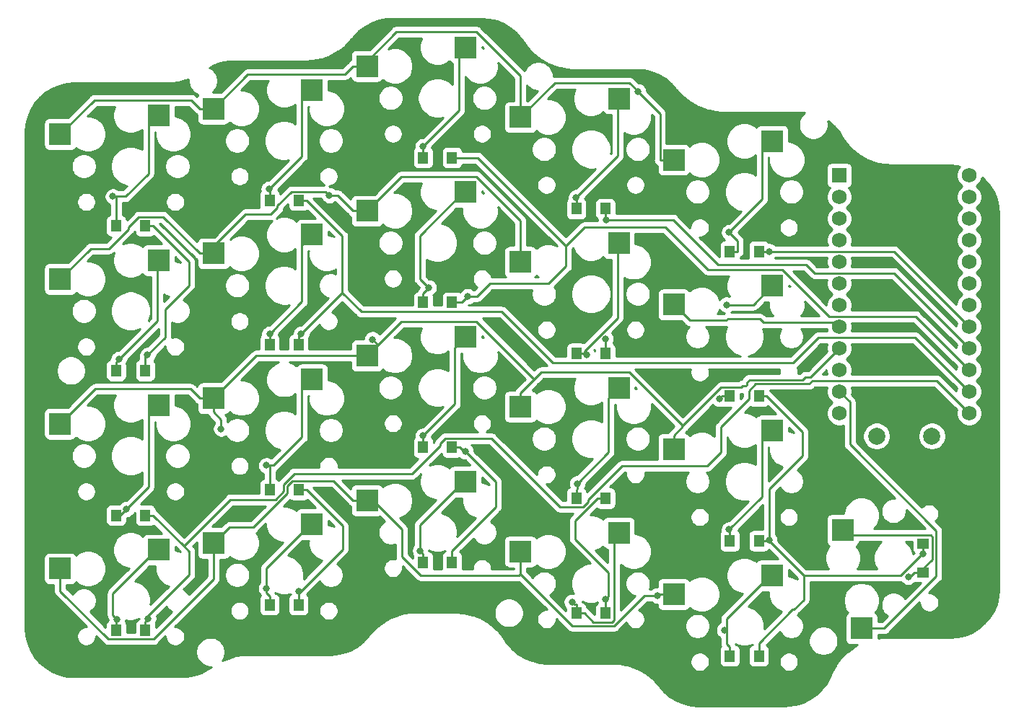
<source format=gbr>
G04 #@! TF.GenerationSoftware,KiCad,Pcbnew,(5.1.4)-1*
G04 #@! TF.CreationDate,2021-07-30T13:44:11-04:00*
G04 #@! TF.ProjectId,splitreus,73706c69-7472-4657-9573-2e6b69636164,1*
G04 #@! TF.SameCoordinates,Original*
G04 #@! TF.FileFunction,Copper,L1,Top*
G04 #@! TF.FilePolarity,Positive*
%FSLAX46Y46*%
G04 Gerber Fmt 4.6, Leading zero omitted, Abs format (unit mm)*
G04 Created by KiCad (PCBNEW (5.1.4)-1) date 2021-07-30 13:44:11*
%MOMM*%
%LPD*%
G04 APERTURE LIST*
%ADD10R,2.600000X2.600000*%
%ADD11C,1.752600*%
%ADD12R,1.752600X1.752600*%
%ADD13C,2.000000*%
%ADD14R,1.200000X1.400000*%
%ADD15R,1.400000X1.200000*%
%ADD16C,0.800000*%
%ADD17C,0.250000*%
%ADD18C,0.254000*%
G04 APERTURE END LIST*
D10*
X103750000Y-71275000D03*
X101550000Y-59725000D03*
X81725000Y-67250000D03*
X93275000Y-65050000D03*
X81725000Y-50250000D03*
X93275000Y-48050000D03*
X81725000Y-33250000D03*
X93275000Y-31050000D03*
X81725000Y-16250000D03*
X93275000Y-14050000D03*
X63725000Y-62250000D03*
X75275000Y-60050000D03*
X63725000Y-45250000D03*
X75275000Y-43050000D03*
X63725000Y-28250000D03*
X75275000Y-26050000D03*
X63725000Y-11250000D03*
X75275000Y-9050000D03*
X45725000Y-56250000D03*
X57275000Y-54050000D03*
X45725000Y-39250000D03*
X57275000Y-37050000D03*
X45725000Y-22250000D03*
X57275000Y-20050000D03*
X45725000Y-5250000D03*
X57275000Y-3050000D03*
X27725000Y-61250000D03*
X39275000Y-59050000D03*
X27725000Y-44250000D03*
X39275000Y-42050000D03*
X27725000Y-27250000D03*
X39275000Y-25050000D03*
X27725000Y-10250000D03*
X39275000Y-8050000D03*
X9725000Y-64250000D03*
X21275000Y-62050000D03*
X9725000Y-47250000D03*
X21275000Y-45050000D03*
X9725000Y-30250000D03*
X21275000Y-28050000D03*
X9725000Y-13250000D03*
X21275000Y-11050000D03*
D11*
X116388000Y-18058000D03*
X101148000Y-45998000D03*
X116388000Y-20598000D03*
X116388000Y-23138000D03*
X116388000Y-25678000D03*
X116388000Y-28218000D03*
X116388000Y-30758000D03*
X116388000Y-33298000D03*
X116388000Y-35838000D03*
X116388000Y-38378000D03*
X116388000Y-40918000D03*
X116388000Y-43458000D03*
X116388000Y-45998000D03*
X101148000Y-43458000D03*
X101148000Y-40918000D03*
X101148000Y-38378000D03*
X101148000Y-35838000D03*
X101148000Y-33298000D03*
X101148000Y-30758000D03*
X101148000Y-28218000D03*
X101148000Y-25678000D03*
X101148000Y-23138000D03*
X101148000Y-20598000D03*
D12*
X101148000Y-18058000D03*
D13*
X105518000Y-48688000D03*
X112018000Y-48688000D03*
D14*
X70300000Y-22000000D03*
X73700000Y-22000000D03*
D15*
X111000000Y-61300000D03*
X111000000Y-64700000D03*
D14*
X91700000Y-74500000D03*
X88300000Y-74500000D03*
X91700000Y-61000000D03*
X88300000Y-61000000D03*
X91700000Y-44000000D03*
X88300000Y-44000000D03*
X91700000Y-27000000D03*
X88300000Y-27000000D03*
X73700000Y-69500000D03*
X70300000Y-69500000D03*
X73700000Y-56000000D03*
X70300000Y-56000000D03*
X73700000Y-39000000D03*
X70300000Y-39000000D03*
X55700000Y-63500000D03*
X52300000Y-63500000D03*
X55700000Y-50000000D03*
X52300000Y-50000000D03*
X55700000Y-33000000D03*
X52300000Y-33000000D03*
X55700000Y-16000000D03*
X52300000Y-16000000D03*
X37700000Y-68500000D03*
X34300000Y-68500000D03*
X37700000Y-55000000D03*
X34300000Y-55000000D03*
X37700000Y-38000000D03*
X34300000Y-38000000D03*
X37700000Y-21000000D03*
X34300000Y-21000000D03*
X19700000Y-71500000D03*
X16300000Y-71500000D03*
X19700000Y-58000000D03*
X16300000Y-58000000D03*
X19700000Y-41000000D03*
X16300000Y-41000000D03*
X19700000Y-24000000D03*
X16300000Y-24000000D03*
D16*
X15921700Y-20553500D03*
X16599900Y-39674800D03*
X17515900Y-57246800D03*
X16401600Y-70193400D03*
X34215000Y-19686800D03*
X34300000Y-36693400D03*
X33921700Y-52133300D03*
X33921700Y-66597500D03*
X52300000Y-14686500D03*
X52955900Y-31260600D03*
X52300000Y-48670500D03*
X51970800Y-62145500D03*
X70264700Y-20656600D03*
X71523300Y-39161500D03*
X70384500Y-54262200D03*
X69785300Y-68170100D03*
X88217000Y-24763900D03*
X87090200Y-44323600D03*
X87914400Y-33267700D03*
X88217000Y-59660800D03*
X87667400Y-71480900D03*
X109231300Y-65219300D03*
X77498600Y-8242700D03*
X41321100Y-20425000D03*
X46366800Y-37335300D03*
X28612100Y-47835500D03*
X79812900Y-67407000D03*
X73700000Y-37245500D03*
X73732800Y-67880600D03*
X73774300Y-23301600D03*
X37733800Y-66880600D03*
X38004800Y-36692000D03*
X92914300Y-60917800D03*
X111000000Y-62509100D03*
X92912000Y-27000000D03*
X57554800Y-32300600D03*
X57300100Y-50512600D03*
X19976900Y-39174900D03*
X20065000Y-70109700D03*
D17*
X16300000Y-20553500D02*
X15921700Y-20553500D01*
X21275000Y-11050000D02*
X20078300Y-12246700D01*
X20078300Y-12246700D02*
X20078300Y-17878900D01*
X20078300Y-17878900D02*
X17403700Y-20553500D01*
X17403700Y-20553500D02*
X16300000Y-20553500D01*
X16300000Y-20553500D02*
X16300000Y-24000000D01*
X21275000Y-28050000D02*
X21121200Y-28203800D01*
X21121200Y-28203800D02*
X21121200Y-35153500D01*
X21121200Y-35153500D02*
X16599900Y-39674800D01*
X16300000Y-39974700D02*
X16599900Y-39674800D01*
X16300000Y-41000000D02*
X16300000Y-39974700D01*
X17515900Y-57246800D02*
X20078300Y-54684400D01*
X20078300Y-54684400D02*
X20078300Y-46246700D01*
X20078300Y-46246700D02*
X21275000Y-45050000D01*
X16762700Y-58000000D02*
X17515900Y-57246800D01*
X16300000Y-58000000D02*
X16762700Y-58000000D01*
X16300000Y-71500000D02*
X16300000Y-70474700D01*
X16401600Y-70193400D02*
X15912100Y-69703900D01*
X15912100Y-69703900D02*
X15912100Y-67179300D01*
X15912100Y-67179300D02*
X21041300Y-62050100D01*
X21041300Y-62050100D02*
X21275000Y-62050100D01*
X21275000Y-62050100D02*
X21275000Y-62050000D01*
X16300000Y-70474700D02*
X16401600Y-70373100D01*
X16401600Y-70373100D02*
X16401600Y-70193400D01*
X34215000Y-19686800D02*
X38078300Y-15823500D01*
X38078300Y-15823500D02*
X38078300Y-9246700D01*
X38078300Y-9246700D02*
X39275000Y-8050000D01*
X34300000Y-21000000D02*
X34300000Y-19771800D01*
X34300000Y-19771800D02*
X34215000Y-19686800D01*
X34300000Y-36693400D02*
X38078300Y-32915100D01*
X38078300Y-32915100D02*
X38078300Y-26246700D01*
X38078300Y-26246700D02*
X39275000Y-25050000D01*
X34300000Y-38000000D02*
X34300000Y-36693400D01*
X34300000Y-52133300D02*
X33921700Y-52133300D01*
X39275000Y-42050000D02*
X38078300Y-43246700D01*
X38078300Y-43246700D02*
X38078300Y-48823600D01*
X38078300Y-48823600D02*
X34768600Y-52133300D01*
X34768600Y-52133300D02*
X34300000Y-52133300D01*
X34300000Y-52133300D02*
X34300000Y-53974700D01*
X34300000Y-55000000D02*
X34300000Y-53974700D01*
X39275000Y-59050000D02*
X39275000Y-59050100D01*
X39275000Y-59050100D02*
X39041300Y-59050100D01*
X39041300Y-59050100D02*
X33921700Y-64169700D01*
X33921700Y-64169700D02*
X33921700Y-66597500D01*
X34300000Y-67474700D02*
X33921700Y-67096400D01*
X33921700Y-67096400D02*
X33921700Y-66597500D01*
X34300000Y-68500000D02*
X34300000Y-67474700D01*
X57275000Y-3050000D02*
X56505600Y-3819400D01*
X56505600Y-3819400D02*
X56505600Y-10480900D01*
X56505600Y-10480900D02*
X52300000Y-14686500D01*
X52300000Y-14974700D02*
X52300000Y-14686500D01*
X52300000Y-16000000D02*
X52300000Y-14974700D01*
X52955900Y-31260600D02*
X51912100Y-30216800D01*
X51912100Y-30216800D02*
X51912100Y-25179300D01*
X51912100Y-25179300D02*
X57041300Y-20050100D01*
X57041300Y-20050100D02*
X57275000Y-20050100D01*
X57275000Y-20050100D02*
X57275000Y-20050000D01*
X52300000Y-31974700D02*
X52300000Y-31916500D01*
X52300000Y-31916500D02*
X52955900Y-31260600D01*
X52300000Y-33000000D02*
X52300000Y-31974700D01*
X57275000Y-37050000D02*
X56043900Y-38281100D01*
X56043900Y-38281100D02*
X56043900Y-44926600D01*
X56043900Y-44926600D02*
X52300000Y-48670500D01*
X52300000Y-48974700D02*
X52300000Y-48670500D01*
X52300000Y-50000000D02*
X52300000Y-48974700D01*
X51970800Y-62145500D02*
X51939700Y-62114400D01*
X51939700Y-62114400D02*
X51939700Y-59137800D01*
X51939700Y-59137800D02*
X57027500Y-54050000D01*
X57027500Y-54050000D02*
X57275000Y-54050000D01*
X52300000Y-63500000D02*
X52300000Y-62474700D01*
X52300000Y-62474700D02*
X51970800Y-62145500D01*
X75275000Y-9050000D02*
X75121200Y-9203800D01*
X75121200Y-9203800D02*
X75121200Y-15800100D01*
X75121200Y-15800100D02*
X70264700Y-20656600D01*
X70300000Y-22000000D02*
X70300000Y-20691900D01*
X70300000Y-20691900D02*
X70264700Y-20656600D01*
X75275000Y-26050000D02*
X75121200Y-26203800D01*
X75121200Y-26203800D02*
X75121200Y-34793200D01*
X75121200Y-34793200D02*
X71225300Y-38689100D01*
X71225300Y-38689100D02*
X71225300Y-39000000D01*
X71523300Y-39161500D02*
X71386800Y-39161500D01*
X71386800Y-39161500D02*
X71225300Y-39000000D01*
X70300000Y-39000000D02*
X71225300Y-39000000D01*
X70300000Y-56000000D02*
X70300000Y-54974700D01*
X70384500Y-54262200D02*
X70384500Y-54890200D01*
X70384500Y-54890200D02*
X70300000Y-54974700D01*
X75275000Y-43050000D02*
X74078300Y-44246700D01*
X74078300Y-44246700D02*
X74078300Y-50568400D01*
X74078300Y-50568400D02*
X70384500Y-54262200D01*
X70300000Y-69500000D02*
X71225300Y-69500000D01*
X75275000Y-60050000D02*
X74716200Y-60608800D01*
X74716200Y-60608800D02*
X74716200Y-70310200D01*
X74716200Y-70310200D02*
X74501100Y-70525300D01*
X74501100Y-70525300D02*
X72250600Y-70525300D01*
X72250600Y-70525300D02*
X71225300Y-69500000D01*
X70300000Y-69500000D02*
X70300000Y-68474700D01*
X70300000Y-68474700D02*
X70089900Y-68474700D01*
X70089900Y-68474700D02*
X69785300Y-68170100D01*
X88217000Y-24763900D02*
X92078300Y-20902600D01*
X92078300Y-20902600D02*
X92078300Y-15246700D01*
X92078300Y-15246700D02*
X93275000Y-14050000D01*
X89225300Y-27000000D02*
X89225300Y-25772200D01*
X89225300Y-25772200D02*
X88217000Y-24763900D01*
X88300000Y-27000000D02*
X89225300Y-27000000D01*
X88300000Y-44000000D02*
X87374700Y-44000000D01*
X87374700Y-44000000D02*
X87374700Y-44039100D01*
X87374700Y-44039100D02*
X87090200Y-44323600D01*
X93275000Y-31050000D02*
X91057300Y-33267700D01*
X91057300Y-33267700D02*
X87914400Y-33267700D01*
X88217000Y-59660800D02*
X92078300Y-55799500D01*
X92078300Y-55799500D02*
X92078300Y-49246700D01*
X92078300Y-49246700D02*
X93275000Y-48050000D01*
X88300000Y-61000000D02*
X88300000Y-59743800D01*
X88300000Y-59743800D02*
X88217000Y-59660800D01*
X87912100Y-71480900D02*
X87667400Y-71480900D01*
X87912100Y-71480900D02*
X87912100Y-73086800D01*
X87912100Y-73086800D02*
X88300000Y-73474700D01*
X93275000Y-65050000D02*
X93009400Y-65050000D01*
X93009400Y-65050000D02*
X87912100Y-70147300D01*
X87912100Y-70147300D02*
X87912100Y-71480900D01*
X88300000Y-74500000D02*
X88300000Y-73474700D01*
X110487400Y-64700000D02*
X112032400Y-63155000D01*
X112032400Y-63155000D02*
X112032400Y-60532000D01*
X112032400Y-60532000D02*
X111855800Y-60355400D01*
X111855800Y-60355400D02*
X102180400Y-60355400D01*
X102180400Y-60355400D02*
X101550000Y-59725000D01*
X110487400Y-64700000D02*
X109974700Y-64700000D01*
X111000000Y-64700000D02*
X110487400Y-64700000D01*
X109231300Y-65219300D02*
X109455400Y-65219300D01*
X109455400Y-65219300D02*
X109974700Y-64700000D01*
X45137000Y-5250000D02*
X49180200Y-1206800D01*
X49180200Y-1206800D02*
X58523900Y-1206800D01*
X58523900Y-1206800D02*
X63725000Y-6407900D01*
X63725000Y-6407900D02*
X63725000Y-11250000D01*
X45725000Y-5250000D02*
X45137000Y-5250000D01*
X44912400Y-5250000D02*
X44099700Y-5250000D01*
X44912400Y-5250000D02*
X45137000Y-5250000D01*
X80099700Y-16250000D02*
X80099700Y-10843800D01*
X80099700Y-10843800D02*
X77498600Y-8242700D01*
X77498600Y-8242700D02*
X77498600Y-8188800D01*
X77498600Y-8188800D02*
X76534400Y-7224600D01*
X76534400Y-7224600D02*
X67750400Y-7224600D01*
X67750400Y-7224600D02*
X63725000Y-11250000D01*
X44099700Y-5250000D02*
X43128800Y-6220900D01*
X43128800Y-6220900D02*
X31754100Y-6220900D01*
X31754100Y-6220900D02*
X27725000Y-10250000D01*
X81725000Y-16250000D02*
X80099700Y-16250000D01*
X27725000Y-10250000D02*
X26099700Y-10250000D01*
X9725000Y-13250000D02*
X13751300Y-9223700D01*
X13751300Y-9223700D02*
X25073400Y-9223700D01*
X25073400Y-9223700D02*
X26099700Y-10250000D01*
X41321100Y-20425000D02*
X42274700Y-20425000D01*
X42274700Y-20425000D02*
X44099700Y-22250000D01*
X26912400Y-27250000D02*
X31495200Y-22667200D01*
X31495200Y-22667200D02*
X34454400Y-22667200D01*
X34454400Y-22667200D02*
X35225400Y-21896200D01*
X35225400Y-21896200D02*
X35225400Y-21655900D01*
X35225400Y-21655900D02*
X36906700Y-19974600D01*
X36906700Y-19974600D02*
X40870700Y-19974600D01*
X40870700Y-19974600D02*
X41321100Y-20425000D01*
X45725000Y-22250000D02*
X44099700Y-22250000D01*
X26912400Y-27250000D02*
X26099700Y-27250000D01*
X27725000Y-27250000D02*
X26912400Y-27250000D01*
X63725000Y-28250000D02*
X63725000Y-23390100D01*
X63725000Y-23390100D02*
X58559500Y-18224600D01*
X58559500Y-18224600D02*
X49750400Y-18224600D01*
X49750400Y-18224600D02*
X45725000Y-22250000D01*
X26099700Y-27250000D02*
X21812400Y-22962700D01*
X21812400Y-22962700D02*
X18953500Y-22962700D01*
X18953500Y-22962700D02*
X17755600Y-24160600D01*
X17755600Y-24160600D02*
X17755600Y-24376700D01*
X17755600Y-24376700D02*
X15461100Y-26671200D01*
X15461100Y-26671200D02*
X13303800Y-26671200D01*
X13303800Y-26671200D02*
X9725000Y-30250000D01*
X101148000Y-35838000D02*
X100644000Y-35334000D01*
X100644000Y-35334000D02*
X92216800Y-35334000D01*
X92216800Y-35334000D02*
X91823400Y-34940600D01*
X91823400Y-34940600D02*
X88054200Y-34940600D01*
X88054200Y-34940600D02*
X87892700Y-35102100D01*
X87892700Y-35102100D02*
X83577100Y-35102100D01*
X83577100Y-35102100D02*
X81725000Y-33250000D01*
X47003300Y-37971700D02*
X45725000Y-39250000D01*
X65354700Y-42007600D02*
X58571500Y-35224400D01*
X58571500Y-35224400D02*
X49750600Y-35224400D01*
X49750600Y-35224400D02*
X47003300Y-37971700D01*
X47003300Y-37971700D02*
X46366800Y-37335300D01*
X65354700Y-42007600D02*
X63725000Y-43637300D01*
X82784200Y-47486200D02*
X76509700Y-41211700D01*
X76509700Y-41211700D02*
X66150600Y-41211700D01*
X66150600Y-41211700D02*
X65354700Y-42007600D01*
X101148000Y-38378000D02*
X97788300Y-41737700D01*
X97788300Y-41737700D02*
X97151400Y-41737700D01*
X97151400Y-41737700D02*
X96815000Y-42074100D01*
X96815000Y-42074100D02*
X90599900Y-42074100D01*
X90599900Y-42074100D02*
X90336200Y-42337800D01*
X90336200Y-42337800D02*
X90336200Y-42656200D01*
X90336200Y-42656200D02*
X90242800Y-42749600D01*
X90242800Y-42749600D02*
X89813400Y-42749600D01*
X89813400Y-42749600D02*
X89588300Y-42974700D01*
X89588300Y-42974700D02*
X87295700Y-42974700D01*
X87295700Y-42974700D02*
X82784200Y-47486200D01*
X27725000Y-44250000D02*
X27725000Y-45875300D01*
X27725000Y-45875300D02*
X28612100Y-46762400D01*
X28612100Y-46762400D02*
X28612100Y-47835500D01*
X27725000Y-44250000D02*
X32725000Y-39250000D01*
X32725000Y-39250000D02*
X44099700Y-39250000D01*
X63725000Y-45250000D02*
X63725000Y-43637300D01*
X45725000Y-39250000D02*
X44099700Y-39250000D01*
X82784200Y-47486200D02*
X82784200Y-47565500D01*
X82784200Y-47565500D02*
X81725000Y-48624700D01*
X81725000Y-50250000D02*
X81725000Y-48624700D01*
X27725000Y-44250000D02*
X26099700Y-44250000D01*
X26099700Y-44250000D02*
X25015400Y-43165700D01*
X25015400Y-43165700D02*
X13809300Y-43165700D01*
X13809300Y-43165700D02*
X9725000Y-47250000D01*
X63725000Y-64902000D02*
X63571600Y-65055400D01*
X63571600Y-65055400D02*
X52037400Y-65055400D01*
X52037400Y-65055400D02*
X49814600Y-62832600D01*
X49814600Y-62832600D02*
X49814600Y-59646100D01*
X49814600Y-59646100D02*
X46418500Y-56250000D01*
X46418500Y-56250000D02*
X45725000Y-56250000D01*
X63725000Y-62250000D02*
X63725000Y-64902000D01*
X63725000Y-64902000D02*
X69812100Y-70989100D01*
X69812100Y-70989100D02*
X74693900Y-70989100D01*
X74693900Y-70989100D02*
X78276000Y-67407000D01*
X78276000Y-67407000D02*
X79812900Y-67407000D01*
X79812900Y-67407000D02*
X79942700Y-67407000D01*
X79942700Y-67407000D02*
X80099700Y-67250000D01*
X81725000Y-67250000D02*
X80099700Y-67250000D01*
X44099700Y-56250000D02*
X41824300Y-53974600D01*
X41824300Y-53974600D02*
X36964200Y-53974600D01*
X36964200Y-53974600D02*
X36405500Y-54533300D01*
X36405500Y-54533300D02*
X36405500Y-55369100D01*
X36405500Y-55369100D02*
X32361300Y-59413300D01*
X32361300Y-59413300D02*
X29561700Y-59413300D01*
X29561700Y-59413300D02*
X27725000Y-61250000D01*
X27725000Y-61250000D02*
X27725000Y-65466700D01*
X27725000Y-65466700D02*
X20666300Y-72525400D01*
X20666300Y-72525400D02*
X15361200Y-72525400D01*
X15361200Y-72525400D02*
X9725000Y-66889200D01*
X9725000Y-66889200D02*
X9725000Y-64250000D01*
X45725000Y-56250000D02*
X44099700Y-56250000D01*
X101148000Y-43458000D02*
X102377100Y-44687100D01*
X102377100Y-44687100D02*
X102377100Y-49669900D01*
X102377100Y-49669900D02*
X112505600Y-59798400D01*
X112505600Y-59798400D02*
X112505600Y-65183000D01*
X112505600Y-65183000D02*
X106413600Y-71275000D01*
X106413600Y-71275000D02*
X103750000Y-71275000D01*
X116388000Y-38378000D02*
X107566300Y-29556300D01*
X107566300Y-29556300D02*
X98240700Y-29556300D01*
X98240700Y-29556300D02*
X97246100Y-28561700D01*
X97246100Y-28561700D02*
X86894900Y-28561700D01*
X86894900Y-28561700D02*
X81634800Y-23301600D01*
X81634800Y-23301600D02*
X73774300Y-23301600D01*
X73700000Y-22883200D02*
X73700000Y-23227300D01*
X73700000Y-23227300D02*
X73774300Y-23301600D01*
X73700000Y-37245500D02*
X73700000Y-39000000D01*
X72774700Y-56000000D02*
X70164900Y-58609800D01*
X70164900Y-58609800D02*
X70164900Y-60801700D01*
X70164900Y-60801700D02*
X74067300Y-64704100D01*
X74067300Y-64704100D02*
X74067300Y-67546100D01*
X74067300Y-67546100D02*
X73732800Y-67880600D01*
X73732800Y-67880600D02*
X73732800Y-68441900D01*
X73732800Y-68441900D02*
X73700000Y-68474700D01*
X73700000Y-56000000D02*
X72774700Y-56000000D01*
X73700000Y-69500000D02*
X73700000Y-68474700D01*
X73700000Y-22000000D02*
X73700000Y-22883200D01*
X42826300Y-31870500D02*
X42826300Y-25201000D01*
X42826300Y-25201000D02*
X38625300Y-21000000D01*
X38004800Y-36692000D02*
X42826300Y-31870500D01*
X42826300Y-31870500D02*
X45058200Y-34102400D01*
X45058200Y-34102400D02*
X61557000Y-34102400D01*
X61557000Y-34102400D02*
X67518100Y-40063500D01*
X67518100Y-40063500D02*
X95709100Y-40063500D01*
X95709100Y-40063500D02*
X98664600Y-37108000D01*
X98664600Y-37108000D02*
X110038000Y-37108000D01*
X110038000Y-37108000D02*
X116388000Y-43458000D01*
X37700000Y-21000000D02*
X38625300Y-21000000D01*
X37700000Y-36974700D02*
X37722100Y-36974700D01*
X37722100Y-36974700D02*
X38004800Y-36692000D01*
X37733800Y-66880600D02*
X37951000Y-66880600D01*
X37951000Y-66880600D02*
X42864800Y-61966800D01*
X42864800Y-61966800D02*
X42864800Y-59239500D01*
X42864800Y-59239500D02*
X38625300Y-55000000D01*
X37733800Y-66880600D02*
X37733800Y-67440900D01*
X37733800Y-67440900D02*
X37700000Y-67474700D01*
X37700000Y-55000000D02*
X38625300Y-55000000D01*
X37700000Y-68500000D02*
X37700000Y-67474700D01*
X37700000Y-38000000D02*
X37700000Y-36974700D01*
X92914300Y-61000000D02*
X92914300Y-60917800D01*
X96960200Y-65045900D02*
X92914300Y-61000000D01*
X92914300Y-61000000D02*
X92625300Y-61000000D01*
X91700000Y-61000000D02*
X92625300Y-61000000D01*
X111000000Y-62509100D02*
X110895800Y-62509100D01*
X110895800Y-62509100D02*
X108359000Y-65045900D01*
X108359000Y-65045900D02*
X96960200Y-65045900D01*
X96960200Y-65045900D02*
X96960200Y-67895600D01*
X96960200Y-67895600D02*
X95780400Y-69075400D01*
X95780400Y-69075400D02*
X95641700Y-69075400D01*
X95641700Y-69075400D02*
X91700000Y-73017100D01*
X91700000Y-73017100D02*
X91700000Y-74500000D01*
X111000000Y-61300000D02*
X111000000Y-62509100D01*
X92625300Y-44000000D02*
X96830700Y-48205400D01*
X96830700Y-48205400D02*
X96830700Y-51005700D01*
X96830700Y-51005700D02*
X92914300Y-54922100D01*
X92914300Y-54922100D02*
X92914300Y-60917800D01*
X91700000Y-44000000D02*
X92625300Y-44000000D01*
X92912000Y-27000000D02*
X107550000Y-27000000D01*
X107550000Y-27000000D02*
X116388000Y-35838000D01*
X91700000Y-27000000D02*
X92912000Y-27000000D01*
X57554800Y-32300600D02*
X58633300Y-32300600D01*
X58633300Y-32300600D02*
X60138500Y-30795400D01*
X60138500Y-30795400D02*
X67036200Y-30795400D01*
X67036200Y-30795400D02*
X69080600Y-28751000D01*
X69080600Y-28751000D02*
X69080600Y-26354500D01*
X55700000Y-33000000D02*
X56855400Y-33000000D01*
X56855400Y-33000000D02*
X57554800Y-32300600D01*
X69080600Y-26354500D02*
X71258900Y-24176200D01*
X71258900Y-24176200D02*
X80751100Y-24176200D01*
X80751100Y-24176200D02*
X85742900Y-29168000D01*
X85742900Y-29168000D02*
X94458900Y-29168000D01*
X94458900Y-29168000D02*
X99913300Y-34622400D01*
X99913300Y-34622400D02*
X110092400Y-34622400D01*
X110092400Y-34622400D02*
X116388000Y-40918000D01*
X55700000Y-16000000D02*
X58726100Y-16000000D01*
X58726100Y-16000000D02*
X69080600Y-26354500D01*
X57300100Y-50512600D02*
X60842500Y-54055000D01*
X60842500Y-54055000D02*
X60842500Y-56993900D01*
X60842500Y-56993900D02*
X55700000Y-62136400D01*
X55700000Y-62136400D02*
X55700000Y-63500000D01*
X56625300Y-50000000D02*
X57137800Y-50512500D01*
X57137800Y-50512500D02*
X57300100Y-50512500D01*
X57300100Y-50512500D02*
X57300100Y-50512600D01*
X55700000Y-50000000D02*
X56625300Y-50000000D01*
X24232200Y-61606800D02*
X20625300Y-58000000D01*
X20065000Y-70109700D02*
X20065000Y-69766700D01*
X20065000Y-69766700D02*
X24870900Y-64960800D01*
X24870900Y-64960800D02*
X24870900Y-62245600D01*
X24870900Y-62245600D02*
X24232200Y-61606800D01*
X24232200Y-61606800D02*
X29710900Y-56128100D01*
X29710900Y-56128100D02*
X35009600Y-56128100D01*
X35009600Y-56128100D02*
X35949900Y-55187800D01*
X35949900Y-55187800D02*
X35949900Y-54349700D01*
X35949900Y-54349700D02*
X37201500Y-53098100D01*
X37201500Y-53098100D02*
X51023500Y-53098100D01*
X51023500Y-53098100D02*
X54322500Y-49799100D01*
X54322500Y-49799100D02*
X54322500Y-49532400D01*
X54322500Y-49532400D02*
X54889400Y-48965500D01*
X54889400Y-48965500D02*
X60309800Y-48965500D01*
X60309800Y-48965500D02*
X68369700Y-57025400D01*
X68369700Y-57025400D02*
X71041300Y-57025400D01*
X71041300Y-57025400D02*
X71641400Y-56425300D01*
X71641400Y-56425300D02*
X71641400Y-56191800D01*
X71641400Y-56191800D02*
X75640900Y-52192300D01*
X75640900Y-52192300D02*
X85669500Y-52192300D01*
X85669500Y-52192300D02*
X87240700Y-50621100D01*
X87240700Y-50621100D02*
X87240700Y-47651900D01*
X87240700Y-47651900D02*
X90555300Y-44337300D01*
X90555300Y-44337300D02*
X90555300Y-43367400D01*
X90555300Y-43367400D02*
X91359800Y-42562900D01*
X91359800Y-42562900D02*
X97600000Y-42562900D01*
X97600000Y-42562900D02*
X97974900Y-42188000D01*
X97974900Y-42188000D02*
X112578000Y-42188000D01*
X112578000Y-42188000D02*
X116388000Y-45998000D01*
X20625300Y-24000000D02*
X24835200Y-28209900D01*
X24835200Y-28209900D02*
X24835200Y-31001200D01*
X24835200Y-31001200D02*
X22041400Y-33795000D01*
X22041400Y-33795000D02*
X22041400Y-37110400D01*
X22041400Y-37110400D02*
X19976900Y-39174900D01*
X19700000Y-58000000D02*
X20625300Y-58000000D01*
X19700000Y-70474700D02*
X20065000Y-70109700D01*
X19700000Y-24000000D02*
X20625300Y-24000000D01*
X19976900Y-39174900D02*
X19700000Y-39451800D01*
X19700000Y-39451800D02*
X19700000Y-41000000D01*
X19700000Y-71500000D02*
X19700000Y-70474700D01*
D18*
G36*
X24765000Y-6829117D02*
G01*
X24765000Y-7170883D01*
X24831675Y-7506081D01*
X24962463Y-7821831D01*
X25152337Y-8105998D01*
X25394002Y-8347663D01*
X25678169Y-8537537D01*
X25880624Y-8621397D01*
X25835498Y-8705820D01*
X25799188Y-8825518D01*
X25794780Y-8870278D01*
X25637203Y-8712702D01*
X25613401Y-8683699D01*
X25497676Y-8588726D01*
X25365647Y-8518154D01*
X25222386Y-8474697D01*
X25110733Y-8463700D01*
X25110722Y-8463700D01*
X25073400Y-8460024D01*
X25036078Y-8463700D01*
X13788622Y-8463700D01*
X13751299Y-8460024D01*
X13713976Y-8463700D01*
X13713967Y-8463700D01*
X13602314Y-8474697D01*
X13485937Y-8509999D01*
X13459053Y-8518154D01*
X13327023Y-8588726D01*
X13253408Y-8649141D01*
X13211299Y-8683699D01*
X13187501Y-8712697D01*
X10588271Y-11311928D01*
X8425000Y-11311928D01*
X8300518Y-11324188D01*
X8180820Y-11360498D01*
X8070506Y-11419463D01*
X7973815Y-11498815D01*
X7894463Y-11595506D01*
X7835498Y-11705820D01*
X7799188Y-11825518D01*
X7786928Y-11950000D01*
X7786928Y-14550000D01*
X7799188Y-14674482D01*
X7835498Y-14794180D01*
X7894463Y-14904494D01*
X7973815Y-15001185D01*
X8070506Y-15080537D01*
X8180820Y-15139502D01*
X8300518Y-15175812D01*
X8425000Y-15188072D01*
X11025000Y-15188072D01*
X11149482Y-15175812D01*
X11269180Y-15139502D01*
X11379494Y-15080537D01*
X11476185Y-15001185D01*
X11555537Y-14904494D01*
X11583268Y-14852614D01*
X11639017Y-14908363D01*
X11988698Y-15142012D01*
X12377244Y-15302953D01*
X12789721Y-15385000D01*
X13210279Y-15385000D01*
X13622756Y-15302953D01*
X14011302Y-15142012D01*
X14360983Y-14908363D01*
X14658363Y-14610983D01*
X14892012Y-14261302D01*
X15052953Y-13872756D01*
X15135000Y-13460279D01*
X15135000Y-13039721D01*
X15052953Y-12627244D01*
X14892012Y-12238698D01*
X14658363Y-11889017D01*
X14360983Y-11591637D01*
X14011302Y-11357988D01*
X13622756Y-11197047D01*
X13210279Y-11115000D01*
X12934802Y-11115000D01*
X14066102Y-9983700D01*
X16144736Y-9983700D01*
X16107988Y-10038698D01*
X15947047Y-10427244D01*
X15865000Y-10839721D01*
X15865000Y-11260279D01*
X15947047Y-11672756D01*
X16107988Y-12061302D01*
X16341637Y-12410983D01*
X16639017Y-12708363D01*
X16988698Y-12942012D01*
X17377244Y-13102953D01*
X17789721Y-13185000D01*
X18210279Y-13185000D01*
X18622756Y-13102953D01*
X19011302Y-12942012D01*
X19318300Y-12736883D01*
X19318300Y-15055141D01*
X19112905Y-14917900D01*
X18685324Y-14740790D01*
X18231406Y-14650500D01*
X17768594Y-14650500D01*
X17314676Y-14740790D01*
X16887095Y-14917900D01*
X16502281Y-15175024D01*
X16175024Y-15502281D01*
X15917900Y-15887095D01*
X15740790Y-16314676D01*
X15650500Y-16768594D01*
X15650500Y-17231406D01*
X15740790Y-17685324D01*
X15917900Y-18112905D01*
X16175024Y-18497719D01*
X16502281Y-18824976D01*
X16887095Y-19082100D01*
X17314676Y-19259210D01*
X17572003Y-19310396D01*
X17088899Y-19793500D01*
X16625411Y-19793500D01*
X16581474Y-19749563D01*
X16411956Y-19636295D01*
X16223598Y-19558274D01*
X16023639Y-19518500D01*
X15819761Y-19518500D01*
X15619802Y-19558274D01*
X15431444Y-19636295D01*
X15261926Y-19749563D01*
X15117763Y-19893726D01*
X15004495Y-20063244D01*
X14926474Y-20251602D01*
X14886700Y-20451561D01*
X14886700Y-20655439D01*
X14926474Y-20855398D01*
X15004495Y-21043756D01*
X15117763Y-21213274D01*
X15261926Y-21357437D01*
X15431444Y-21470705D01*
X15540000Y-21515671D01*
X15540001Y-22684962D01*
X15455820Y-22710498D01*
X15345506Y-22769463D01*
X15248815Y-22848815D01*
X15169463Y-22945506D01*
X15110498Y-23055820D01*
X15074188Y-23175518D01*
X15061928Y-23300000D01*
X15061928Y-24700000D01*
X15074188Y-24824482D01*
X15110498Y-24944180D01*
X15169463Y-25054494D01*
X15248815Y-25151185D01*
X15345506Y-25230537D01*
X15455820Y-25289502D01*
X15575518Y-25325812D01*
X15700000Y-25338072D01*
X15719427Y-25338072D01*
X15146299Y-25911200D01*
X13341122Y-25911200D01*
X13303799Y-25907524D01*
X13266476Y-25911200D01*
X13266467Y-25911200D01*
X13154814Y-25922197D01*
X13011553Y-25965654D01*
X12879524Y-26036226D01*
X12879522Y-26036227D01*
X12879523Y-26036227D01*
X12792796Y-26107401D01*
X12792792Y-26107405D01*
X12763799Y-26131199D01*
X12740005Y-26160192D01*
X10588270Y-28311928D01*
X8425000Y-28311928D01*
X8300518Y-28324188D01*
X8180820Y-28360498D01*
X8070506Y-28419463D01*
X7973815Y-28498815D01*
X7894463Y-28595506D01*
X7835498Y-28705820D01*
X7799188Y-28825518D01*
X7786928Y-28950000D01*
X7786928Y-31550000D01*
X7799188Y-31674482D01*
X7835498Y-31794180D01*
X7894463Y-31904494D01*
X7973815Y-32001185D01*
X8070506Y-32080537D01*
X8180820Y-32139502D01*
X8300518Y-32175812D01*
X8425000Y-32188072D01*
X11025000Y-32188072D01*
X11149482Y-32175812D01*
X11269180Y-32139502D01*
X11379494Y-32080537D01*
X11476185Y-32001185D01*
X11555537Y-31904494D01*
X11583268Y-31852614D01*
X11639017Y-31908363D01*
X11988698Y-32142012D01*
X12377244Y-32302953D01*
X12789721Y-32385000D01*
X13210279Y-32385000D01*
X13622756Y-32302953D01*
X14011302Y-32142012D01*
X14360983Y-31908363D01*
X14658363Y-31610983D01*
X14892012Y-31261302D01*
X15052953Y-30872756D01*
X15135000Y-30460279D01*
X15135000Y-30039721D01*
X15052953Y-29627244D01*
X14892012Y-29238698D01*
X14658363Y-28889017D01*
X14360983Y-28591637D01*
X14011302Y-28357988D01*
X13622756Y-28197047D01*
X13210279Y-28115000D01*
X12934802Y-28115000D01*
X13618603Y-27431200D01*
X15423778Y-27431200D01*
X15461100Y-27434876D01*
X15498422Y-27431200D01*
X15498433Y-27431200D01*
X15610086Y-27420203D01*
X15753347Y-27376746D01*
X15885376Y-27306174D01*
X16001101Y-27211201D01*
X16024904Y-27182197D01*
X16065268Y-27141833D01*
X15947047Y-27427244D01*
X15865000Y-27839721D01*
X15865000Y-28260279D01*
X15947047Y-28672756D01*
X16107988Y-29061302D01*
X16341637Y-29410983D01*
X16639017Y-29708363D01*
X16988698Y-29942012D01*
X17377244Y-30102953D01*
X17789721Y-30185000D01*
X18210279Y-30185000D01*
X18622756Y-30102953D01*
X19011302Y-29942012D01*
X19360983Y-29708363D01*
X19416732Y-29652614D01*
X19444463Y-29704494D01*
X19523815Y-29801185D01*
X19620506Y-29880537D01*
X19730820Y-29939502D01*
X19850518Y-29975812D01*
X19975000Y-29988072D01*
X20361200Y-29988072D01*
X20361201Y-34838697D01*
X20072247Y-35127651D01*
X20082100Y-35112905D01*
X20259210Y-34685324D01*
X20349500Y-34231406D01*
X20349500Y-33768594D01*
X20259210Y-33314676D01*
X20082100Y-32887095D01*
X19824976Y-32502281D01*
X19497719Y-32175024D01*
X19112905Y-31917900D01*
X18685324Y-31740790D01*
X18231406Y-31650500D01*
X17768594Y-31650500D01*
X17314676Y-31740790D01*
X16887095Y-31917900D01*
X16502281Y-32175024D01*
X16175024Y-32502281D01*
X15917900Y-32887095D01*
X15740790Y-33314676D01*
X15650500Y-33768594D01*
X15650500Y-34231406D01*
X15740790Y-34685324D01*
X15917900Y-35112905D01*
X16175024Y-35497719D01*
X16502281Y-35824976D01*
X16887095Y-36082100D01*
X17314676Y-36259210D01*
X17768594Y-36349500D01*
X18231406Y-36349500D01*
X18685324Y-36259210D01*
X19112905Y-36082100D01*
X19127652Y-36072247D01*
X16560099Y-38639800D01*
X16497961Y-38639800D01*
X16298002Y-38679574D01*
X16109644Y-38757595D01*
X15940126Y-38870863D01*
X15795963Y-39015026D01*
X15682695Y-39184544D01*
X15604674Y-39372902D01*
X15564900Y-39572861D01*
X15564900Y-39677409D01*
X15455820Y-39710498D01*
X15345506Y-39769463D01*
X15248815Y-39848815D01*
X15169463Y-39945506D01*
X15110498Y-40055820D01*
X15074188Y-40175518D01*
X15061928Y-40300000D01*
X15061928Y-41700000D01*
X15074188Y-41824482D01*
X15110498Y-41944180D01*
X15169463Y-42054494D01*
X15248815Y-42151185D01*
X15345506Y-42230537D01*
X15455820Y-42289502D01*
X15575518Y-42325812D01*
X15700000Y-42338072D01*
X16900000Y-42338072D01*
X17024482Y-42325812D01*
X17144180Y-42289502D01*
X17254494Y-42230537D01*
X17351185Y-42151185D01*
X17430537Y-42054494D01*
X17489502Y-41944180D01*
X17525812Y-41824482D01*
X17538072Y-41700000D01*
X17538072Y-40300000D01*
X17525812Y-40175518D01*
X17520299Y-40157345D01*
X17595126Y-39976698D01*
X17634900Y-39776739D01*
X17634900Y-39714601D01*
X21281401Y-36068101D01*
X21281401Y-36795597D01*
X19937099Y-38139900D01*
X19874961Y-38139900D01*
X19675002Y-38179674D01*
X19486644Y-38257695D01*
X19317126Y-38370963D01*
X19172963Y-38515126D01*
X19059695Y-38684644D01*
X18981674Y-38873002D01*
X18941900Y-39072961D01*
X18941900Y-39276839D01*
X18949695Y-39316030D01*
X18940000Y-39414468D01*
X18940000Y-39414478D01*
X18936324Y-39451800D01*
X18940000Y-39489123D01*
X18940000Y-39684962D01*
X18855820Y-39710498D01*
X18745506Y-39769463D01*
X18648815Y-39848815D01*
X18569463Y-39945506D01*
X18510498Y-40055820D01*
X18474188Y-40175518D01*
X18461928Y-40300000D01*
X18461928Y-41700000D01*
X18474188Y-41824482D01*
X18510498Y-41944180D01*
X18569463Y-42054494D01*
X18648815Y-42151185D01*
X18745506Y-42230537D01*
X18855820Y-42289502D01*
X18975518Y-42325812D01*
X19100000Y-42338072D01*
X20300000Y-42338072D01*
X20424482Y-42325812D01*
X20544180Y-42289502D01*
X20654494Y-42230537D01*
X20751185Y-42151185D01*
X20830537Y-42054494D01*
X20889502Y-41944180D01*
X20925812Y-41824482D01*
X20938072Y-41700000D01*
X20938072Y-40300000D01*
X20925812Y-40175518D01*
X20889502Y-40055820D01*
X20830537Y-39945506D01*
X20758177Y-39857334D01*
X20780837Y-39834674D01*
X20894105Y-39665156D01*
X20972126Y-39476798D01*
X21011900Y-39276839D01*
X21011900Y-39214701D01*
X22089700Y-38136902D01*
X22089700Y-38311325D01*
X22133137Y-38529696D01*
X22218341Y-38735398D01*
X22342039Y-38920524D01*
X22499476Y-39077961D01*
X22684602Y-39201659D01*
X22890304Y-39286863D01*
X23108675Y-39330300D01*
X23331325Y-39330300D01*
X23549696Y-39286863D01*
X23755398Y-39201659D01*
X23940524Y-39077961D01*
X24097961Y-38920524D01*
X24221659Y-38735398D01*
X24306863Y-38529696D01*
X24350300Y-38311325D01*
X24350300Y-38088675D01*
X24306863Y-37870304D01*
X24221659Y-37664602D01*
X24097961Y-37479476D01*
X23940524Y-37322039D01*
X23755398Y-37198341D01*
X23549696Y-37113137D01*
X23331325Y-37069700D01*
X23108675Y-37069700D01*
X22890304Y-37113137D01*
X22801171Y-37150057D01*
X22801400Y-37147733D01*
X22801400Y-37147723D01*
X22805076Y-37110400D01*
X22801400Y-37073077D01*
X22801400Y-35318958D01*
X23066579Y-35428798D01*
X23353652Y-35485900D01*
X23646348Y-35485900D01*
X23933421Y-35428798D01*
X24203838Y-35316788D01*
X24447206Y-35154174D01*
X24512705Y-35088675D01*
X29649700Y-35088675D01*
X29649700Y-35311325D01*
X29693137Y-35529696D01*
X29778341Y-35735398D01*
X29902039Y-35920524D01*
X30059476Y-36077961D01*
X30244602Y-36201659D01*
X30450304Y-36286863D01*
X30668675Y-36330300D01*
X30891325Y-36330300D01*
X31109696Y-36286863D01*
X31315398Y-36201659D01*
X31500524Y-36077961D01*
X31657961Y-35920524D01*
X31781659Y-35735398D01*
X31866863Y-35529696D01*
X31910300Y-35311325D01*
X31910300Y-35088675D01*
X31866863Y-34870304D01*
X31781659Y-34664602D01*
X31657961Y-34479476D01*
X31500524Y-34322039D01*
X31315398Y-34198341D01*
X31109696Y-34113137D01*
X30891325Y-34069700D01*
X30668675Y-34069700D01*
X30450304Y-34113137D01*
X30244602Y-34198341D01*
X30059476Y-34322039D01*
X29902039Y-34479476D01*
X29778341Y-34664602D01*
X29693137Y-34870304D01*
X29649700Y-35088675D01*
X24512705Y-35088675D01*
X24654174Y-34947206D01*
X24816788Y-34703838D01*
X24928798Y-34433421D01*
X24985900Y-34146348D01*
X24985900Y-33853652D01*
X24928798Y-33566579D01*
X24816788Y-33296162D01*
X24654174Y-33052794D01*
X24447206Y-32845826D01*
X24218316Y-32692886D01*
X25346203Y-31564999D01*
X25375201Y-31541201D01*
X25470174Y-31425476D01*
X25540746Y-31293447D01*
X25584203Y-31150186D01*
X25595200Y-31038533D01*
X25595200Y-31038523D01*
X25598876Y-31001200D01*
X25595200Y-30963877D01*
X25595200Y-30853652D01*
X29014100Y-30853652D01*
X29014100Y-31146348D01*
X29071202Y-31433421D01*
X29183212Y-31703838D01*
X29345826Y-31947206D01*
X29552794Y-32154174D01*
X29796162Y-32316788D01*
X30066579Y-32428798D01*
X30353652Y-32485900D01*
X30646348Y-32485900D01*
X30933421Y-32428798D01*
X31203838Y-32316788D01*
X31447206Y-32154174D01*
X31654174Y-31947206D01*
X31816788Y-31703838D01*
X31928798Y-31433421D01*
X31985900Y-31146348D01*
X31985900Y-30853652D01*
X31928798Y-30566579D01*
X31816788Y-30296162D01*
X31654174Y-30052794D01*
X31447206Y-29845826D01*
X31203838Y-29683212D01*
X30933421Y-29571202D01*
X30646348Y-29514100D01*
X30353652Y-29514100D01*
X30066579Y-29571202D01*
X29796162Y-29683212D01*
X29552794Y-29845826D01*
X29345826Y-30052794D01*
X29183212Y-30296162D01*
X29071202Y-30566579D01*
X29014100Y-30853652D01*
X25595200Y-30853652D01*
X25595200Y-28247225D01*
X25598876Y-28209900D01*
X25595200Y-28172575D01*
X25595200Y-28172567D01*
X25584203Y-28060914D01*
X25540746Y-27917653D01*
X25470174Y-27785624D01*
X25375201Y-27669899D01*
X25346204Y-27646102D01*
X21422801Y-23722700D01*
X21497599Y-23722700D01*
X25535901Y-27761003D01*
X25559699Y-27790001D01*
X25675424Y-27884974D01*
X25786928Y-27944575D01*
X25786928Y-28550000D01*
X25799188Y-28674482D01*
X25835498Y-28794180D01*
X25894463Y-28904494D01*
X25973815Y-29001185D01*
X26070506Y-29080537D01*
X26180820Y-29139502D01*
X26300518Y-29175812D01*
X26425000Y-29188072D01*
X29025000Y-29188072D01*
X29149482Y-29175812D01*
X29269180Y-29139502D01*
X29379494Y-29080537D01*
X29476185Y-29001185D01*
X29555537Y-28904494D01*
X29583268Y-28852614D01*
X29639017Y-28908363D01*
X29988698Y-29142012D01*
X30377244Y-29302953D01*
X30789721Y-29385000D01*
X31210279Y-29385000D01*
X31622756Y-29302953D01*
X32011302Y-29142012D01*
X32360983Y-28908363D01*
X32658363Y-28610983D01*
X32892012Y-28261302D01*
X33052953Y-27872756D01*
X33135000Y-27460279D01*
X33135000Y-27039721D01*
X33052953Y-26627244D01*
X32892012Y-26238698D01*
X32658363Y-25889017D01*
X32360983Y-25591637D01*
X32011302Y-25357988D01*
X31622756Y-25197047D01*
X31210279Y-25115000D01*
X30789721Y-25115000D01*
X30377244Y-25197047D01*
X29988698Y-25357988D01*
X29658749Y-25578453D01*
X31810002Y-23427200D01*
X34417078Y-23427200D01*
X34454400Y-23430876D01*
X34491722Y-23427200D01*
X34491733Y-23427200D01*
X34603386Y-23416203D01*
X34619269Y-23411385D01*
X34341637Y-23689017D01*
X34107988Y-24038698D01*
X33947047Y-24427244D01*
X33865000Y-24839721D01*
X33865000Y-25260279D01*
X33947047Y-25672756D01*
X34107988Y-26061302D01*
X34341637Y-26410983D01*
X34639017Y-26708363D01*
X34988698Y-26942012D01*
X35377244Y-27102953D01*
X35789721Y-27185000D01*
X36210279Y-27185000D01*
X36622756Y-27102953D01*
X37011302Y-26942012D01*
X37318301Y-26736882D01*
X37318301Y-29055141D01*
X37112905Y-28917900D01*
X36685324Y-28740790D01*
X36231406Y-28650500D01*
X35768594Y-28650500D01*
X35314676Y-28740790D01*
X34887095Y-28917900D01*
X34502281Y-29175024D01*
X34175024Y-29502281D01*
X33917900Y-29887095D01*
X33740790Y-30314676D01*
X33650500Y-30768594D01*
X33650500Y-31231406D01*
X33740790Y-31685324D01*
X33917900Y-32112905D01*
X34175024Y-32497719D01*
X34502281Y-32824976D01*
X34887095Y-33082100D01*
X35314676Y-33259210D01*
X35768594Y-33349500D01*
X36231406Y-33349500D01*
X36652948Y-33265650D01*
X34260199Y-35658400D01*
X34198061Y-35658400D01*
X33998102Y-35698174D01*
X33809744Y-35776195D01*
X33640226Y-35889463D01*
X33496063Y-36033626D01*
X33382795Y-36203144D01*
X33304774Y-36391502D01*
X33265000Y-36591461D01*
X33265000Y-36795339D01*
X33271873Y-36829892D01*
X33248815Y-36848815D01*
X33169463Y-36945506D01*
X33110498Y-37055820D01*
X33074188Y-37175518D01*
X33061928Y-37300000D01*
X33061928Y-38490000D01*
X32762323Y-38490000D01*
X32725000Y-38486324D01*
X32687677Y-38490000D01*
X32687667Y-38490000D01*
X32576014Y-38500997D01*
X32432753Y-38544454D01*
X32300724Y-38615026D01*
X32184999Y-38709999D01*
X32161201Y-38738997D01*
X28588271Y-42311928D01*
X26425000Y-42311928D01*
X26300518Y-42324188D01*
X26180820Y-42360498D01*
X26070506Y-42419463D01*
X25973815Y-42498815D01*
X25894463Y-42595506D01*
X25835498Y-42705820D01*
X25799188Y-42825518D01*
X25794780Y-42870278D01*
X25579204Y-42654702D01*
X25555401Y-42625699D01*
X25439676Y-42530726D01*
X25307647Y-42460154D01*
X25164386Y-42416697D01*
X25052733Y-42405700D01*
X25052722Y-42405700D01*
X25015400Y-42402024D01*
X24978078Y-42405700D01*
X13846622Y-42405700D01*
X13809299Y-42402024D01*
X13771976Y-42405700D01*
X13771967Y-42405700D01*
X13660314Y-42416697D01*
X13517053Y-42460154D01*
X13385024Y-42530726D01*
X13385022Y-42530727D01*
X13385023Y-42530727D01*
X13298296Y-42601901D01*
X13298292Y-42601905D01*
X13269299Y-42625699D01*
X13245505Y-42654692D01*
X10588270Y-45311928D01*
X8425000Y-45311928D01*
X8300518Y-45324188D01*
X8180820Y-45360498D01*
X8070506Y-45419463D01*
X7973815Y-45498815D01*
X7894463Y-45595506D01*
X7835498Y-45705820D01*
X7799188Y-45825518D01*
X7786928Y-45950000D01*
X7786928Y-48550000D01*
X7799188Y-48674482D01*
X7835498Y-48794180D01*
X7894463Y-48904494D01*
X7973815Y-49001185D01*
X8070506Y-49080537D01*
X8180820Y-49139502D01*
X8300518Y-49175812D01*
X8425000Y-49188072D01*
X11025000Y-49188072D01*
X11149482Y-49175812D01*
X11269180Y-49139502D01*
X11379494Y-49080537D01*
X11476185Y-49001185D01*
X11555537Y-48904494D01*
X11583268Y-48852614D01*
X11639017Y-48908363D01*
X11988698Y-49142012D01*
X12377244Y-49302953D01*
X12789721Y-49385000D01*
X13210279Y-49385000D01*
X13622756Y-49302953D01*
X14011302Y-49142012D01*
X14360983Y-48908363D01*
X14658363Y-48610983D01*
X14892012Y-48261302D01*
X15052953Y-47872756D01*
X15135000Y-47460279D01*
X15135000Y-47039721D01*
X15052953Y-46627244D01*
X14892012Y-46238698D01*
X14658363Y-45889017D01*
X14360983Y-45591637D01*
X14011302Y-45357988D01*
X13622756Y-45197047D01*
X13210279Y-45115000D01*
X12934802Y-45115000D01*
X14124103Y-43925700D01*
X16183491Y-43925700D01*
X16107988Y-44038698D01*
X15947047Y-44427244D01*
X15865000Y-44839721D01*
X15865000Y-45260279D01*
X15947047Y-45672756D01*
X16107988Y-46061302D01*
X16341637Y-46410983D01*
X16639017Y-46708363D01*
X16988698Y-46942012D01*
X17377244Y-47102953D01*
X17789721Y-47185000D01*
X18210279Y-47185000D01*
X18622756Y-47102953D01*
X19011302Y-46942012D01*
X19318301Y-46736882D01*
X19318301Y-49055141D01*
X19112905Y-48917900D01*
X18685324Y-48740790D01*
X18231406Y-48650500D01*
X17768594Y-48650500D01*
X17314676Y-48740790D01*
X16887095Y-48917900D01*
X16502281Y-49175024D01*
X16175024Y-49502281D01*
X15917900Y-49887095D01*
X15740790Y-50314676D01*
X15650500Y-50768594D01*
X15650500Y-51231406D01*
X15740790Y-51685324D01*
X15917900Y-52112905D01*
X16175024Y-52497719D01*
X16502281Y-52824976D01*
X16887095Y-53082100D01*
X17314676Y-53259210D01*
X17768594Y-53349500D01*
X18231406Y-53349500D01*
X18685324Y-53259210D01*
X19112905Y-53082100D01*
X19318300Y-52944860D01*
X19318300Y-54369598D01*
X17476099Y-56211800D01*
X17413961Y-56211800D01*
X17214002Y-56251574D01*
X17025644Y-56329595D01*
X16856126Y-56442863D01*
X16711963Y-56587026D01*
X16661915Y-56661928D01*
X15700000Y-56661928D01*
X15575518Y-56674188D01*
X15455820Y-56710498D01*
X15345506Y-56769463D01*
X15248815Y-56848815D01*
X15169463Y-56945506D01*
X15110498Y-57055820D01*
X15074188Y-57175518D01*
X15061928Y-57300000D01*
X15061928Y-58700000D01*
X15074188Y-58824482D01*
X15110498Y-58944180D01*
X15169463Y-59054494D01*
X15248815Y-59151185D01*
X15345506Y-59230537D01*
X15455820Y-59289502D01*
X15575518Y-59325812D01*
X15700000Y-59338072D01*
X16900000Y-59338072D01*
X17024482Y-59325812D01*
X17144180Y-59289502D01*
X17254494Y-59230537D01*
X17351185Y-59151185D01*
X17430537Y-59054494D01*
X17489502Y-58944180D01*
X17525812Y-58824482D01*
X17538072Y-58700000D01*
X17538072Y-58299429D01*
X17555701Y-58281800D01*
X17617839Y-58281800D01*
X17817798Y-58242026D01*
X18006156Y-58164005D01*
X18175674Y-58050737D01*
X18319837Y-57906574D01*
X18433105Y-57737056D01*
X18461928Y-57667472D01*
X18461928Y-58700000D01*
X18474188Y-58824482D01*
X18510498Y-58944180D01*
X18569463Y-59054494D01*
X18648815Y-59151185D01*
X18745506Y-59230537D01*
X18855820Y-59289502D01*
X18975518Y-59325812D01*
X19100000Y-59338072D01*
X20300000Y-59338072D01*
X20424482Y-59325812D01*
X20544180Y-59289502D01*
X20654494Y-59230537D01*
X20724006Y-59173490D01*
X21662470Y-60111928D01*
X19975000Y-60111928D01*
X19850518Y-60124188D01*
X19730820Y-60160498D01*
X19620506Y-60219463D01*
X19523815Y-60298815D01*
X19444463Y-60395506D01*
X19416732Y-60447386D01*
X19360983Y-60391637D01*
X19011302Y-60157988D01*
X18622756Y-59997047D01*
X18210279Y-59915000D01*
X17789721Y-59915000D01*
X17377244Y-59997047D01*
X16988698Y-60157988D01*
X16639017Y-60391637D01*
X16341637Y-60689017D01*
X16107988Y-61038698D01*
X15947047Y-61427244D01*
X15865000Y-61839721D01*
X15865000Y-62260279D01*
X15947047Y-62672756D01*
X16107988Y-63061302D01*
X16341637Y-63410983D01*
X16639017Y-63708363D01*
X16988698Y-63942012D01*
X17377244Y-64102953D01*
X17789721Y-64185000D01*
X17831599Y-64185000D01*
X15401098Y-66615501D01*
X15372100Y-66639299D01*
X15348302Y-66668297D01*
X15348301Y-66668298D01*
X15277126Y-66755024D01*
X15206554Y-66887054D01*
X15185109Y-66957753D01*
X15163098Y-67030314D01*
X15153122Y-67131597D01*
X15148424Y-67179300D01*
X15152101Y-67216632D01*
X15152100Y-69666577D01*
X15148424Y-69703900D01*
X15152100Y-69741222D01*
X15152100Y-69741232D01*
X15163097Y-69852885D01*
X15196711Y-69963698D01*
X15206554Y-69996146D01*
X15277126Y-70128176D01*
X15295958Y-70151122D01*
X15366600Y-70237200D01*
X15366600Y-70258188D01*
X15345506Y-70269463D01*
X15248815Y-70348815D01*
X15169463Y-70445506D01*
X15110498Y-70555820D01*
X15074188Y-70675518D01*
X15061928Y-70800000D01*
X15061928Y-71151325D01*
X13217956Y-69307354D01*
X13447206Y-69154174D01*
X13654174Y-68947206D01*
X13816788Y-68703838D01*
X13928798Y-68433421D01*
X13985900Y-68146348D01*
X13985900Y-67853652D01*
X13928798Y-67566579D01*
X13816788Y-67296162D01*
X13654174Y-67052794D01*
X13447206Y-66845826D01*
X13203838Y-66683212D01*
X12933421Y-66571202D01*
X12646348Y-66514100D01*
X12353652Y-66514100D01*
X12066579Y-66571202D01*
X11796162Y-66683212D01*
X11552794Y-66845826D01*
X11345826Y-67052794D01*
X11192645Y-67282044D01*
X10485000Y-66574399D01*
X10485000Y-66188072D01*
X11025000Y-66188072D01*
X11149482Y-66175812D01*
X11269180Y-66139502D01*
X11379494Y-66080537D01*
X11476185Y-66001185D01*
X11555537Y-65904494D01*
X11583268Y-65852614D01*
X11639017Y-65908363D01*
X11988698Y-66142012D01*
X12377244Y-66302953D01*
X12789721Y-66385000D01*
X13210279Y-66385000D01*
X13622756Y-66302953D01*
X14011302Y-66142012D01*
X14360983Y-65908363D01*
X14658363Y-65610983D01*
X14892012Y-65261302D01*
X15052953Y-64872756D01*
X15135000Y-64460279D01*
X15135000Y-64039721D01*
X15052953Y-63627244D01*
X14892012Y-63238698D01*
X14658363Y-62889017D01*
X14360983Y-62591637D01*
X14011302Y-62357988D01*
X13622756Y-62197047D01*
X13210279Y-62115000D01*
X12789721Y-62115000D01*
X12377244Y-62197047D01*
X11988698Y-62357988D01*
X11639017Y-62591637D01*
X11583268Y-62647386D01*
X11555537Y-62595506D01*
X11476185Y-62498815D01*
X11379494Y-62419463D01*
X11269180Y-62360498D01*
X11149482Y-62324188D01*
X11025000Y-62311928D01*
X8425000Y-62311928D01*
X8300518Y-62324188D01*
X8180820Y-62360498D01*
X8070506Y-62419463D01*
X7973815Y-62498815D01*
X7894463Y-62595506D01*
X7835498Y-62705820D01*
X7799188Y-62825518D01*
X7786928Y-62950000D01*
X7786928Y-65550000D01*
X7799188Y-65674482D01*
X7835498Y-65794180D01*
X7894463Y-65904494D01*
X7973815Y-66001185D01*
X8070506Y-66080537D01*
X8180820Y-66139502D01*
X8300518Y-66175812D01*
X8425000Y-66188072D01*
X8965000Y-66188072D01*
X8965000Y-66851877D01*
X8961324Y-66889200D01*
X8965000Y-66926522D01*
X8965000Y-66926532D01*
X8975997Y-67038185D01*
X9016845Y-67172846D01*
X9019454Y-67181446D01*
X9090026Y-67313476D01*
X9124596Y-67355599D01*
X9184999Y-67429201D01*
X9214003Y-67453004D01*
X12830698Y-71069700D01*
X12668675Y-71069700D01*
X12450304Y-71113137D01*
X12244602Y-71198341D01*
X12059476Y-71322039D01*
X11902039Y-71479476D01*
X11778341Y-71664602D01*
X11693137Y-71870304D01*
X11649700Y-72088675D01*
X11649700Y-72311325D01*
X11693137Y-72529696D01*
X11778341Y-72735398D01*
X11902039Y-72920524D01*
X12059476Y-73077961D01*
X12244602Y-73201659D01*
X12450304Y-73286863D01*
X12668675Y-73330300D01*
X12891325Y-73330300D01*
X13109696Y-73286863D01*
X13315398Y-73201659D01*
X13500524Y-73077961D01*
X13657961Y-72920524D01*
X13781659Y-72735398D01*
X13866863Y-72529696D01*
X13910300Y-72311325D01*
X13910300Y-72149303D01*
X14797405Y-73036408D01*
X14821199Y-73065401D01*
X14850192Y-73089195D01*
X14850196Y-73089199D01*
X14908455Y-73137010D01*
X14936924Y-73160374D01*
X15068953Y-73230946D01*
X15212214Y-73274403D01*
X15323867Y-73285400D01*
X15323876Y-73285400D01*
X15361199Y-73289076D01*
X15398522Y-73285400D01*
X20628978Y-73285400D01*
X20666300Y-73289076D01*
X20703622Y-73285400D01*
X20703633Y-73285400D01*
X20815286Y-73274403D01*
X20958547Y-73230946D01*
X21090576Y-73160374D01*
X21206301Y-73065401D01*
X21230104Y-73036397D01*
X22089700Y-72176801D01*
X22089700Y-72311325D01*
X22133137Y-72529696D01*
X22218341Y-72735398D01*
X22342039Y-72920524D01*
X22499476Y-73077961D01*
X22684602Y-73201659D01*
X22890304Y-73286863D01*
X23108675Y-73330300D01*
X23331325Y-73330300D01*
X23549696Y-73286863D01*
X23755398Y-73201659D01*
X23940524Y-73077961D01*
X24097961Y-72920524D01*
X24221659Y-72735398D01*
X24306863Y-72529696D01*
X24350300Y-72311325D01*
X24350300Y-72088675D01*
X24306863Y-71870304D01*
X24221659Y-71664602D01*
X24097961Y-71479476D01*
X23940524Y-71322039D01*
X23755398Y-71198341D01*
X23549696Y-71113137D01*
X23331325Y-71069700D01*
X23196801Y-71069700D01*
X25177826Y-69088675D01*
X29649700Y-69088675D01*
X29649700Y-69311325D01*
X29693137Y-69529696D01*
X29778341Y-69735398D01*
X29902039Y-69920524D01*
X30059476Y-70077961D01*
X30244602Y-70201659D01*
X30450304Y-70286863D01*
X30668675Y-70330300D01*
X30891325Y-70330300D01*
X31109696Y-70286863D01*
X31315398Y-70201659D01*
X31500524Y-70077961D01*
X31657961Y-69920524D01*
X31781659Y-69735398D01*
X31866863Y-69529696D01*
X31910300Y-69311325D01*
X31910300Y-69088675D01*
X31866863Y-68870304D01*
X31781659Y-68664602D01*
X31657961Y-68479476D01*
X31500524Y-68322039D01*
X31315398Y-68198341D01*
X31109696Y-68113137D01*
X30891325Y-68069700D01*
X30668675Y-68069700D01*
X30450304Y-68113137D01*
X30244602Y-68198341D01*
X30059476Y-68322039D01*
X29902039Y-68479476D01*
X29778341Y-68664602D01*
X29693137Y-68870304D01*
X29649700Y-69088675D01*
X25177826Y-69088675D01*
X28236003Y-66030499D01*
X28265001Y-66006701D01*
X28359974Y-65890976D01*
X28430546Y-65758947D01*
X28474003Y-65615686D01*
X28485000Y-65504033D01*
X28485000Y-65504024D01*
X28488676Y-65466701D01*
X28485000Y-65429378D01*
X28485000Y-64853652D01*
X29014100Y-64853652D01*
X29014100Y-65146348D01*
X29071202Y-65433421D01*
X29183212Y-65703838D01*
X29345826Y-65947206D01*
X29552794Y-66154174D01*
X29796162Y-66316788D01*
X30066579Y-66428798D01*
X30353652Y-66485900D01*
X30646348Y-66485900D01*
X30933421Y-66428798D01*
X31203838Y-66316788D01*
X31447206Y-66154174D01*
X31654174Y-65947206D01*
X31816788Y-65703838D01*
X31928798Y-65433421D01*
X31985900Y-65146348D01*
X31985900Y-64853652D01*
X31928798Y-64566579D01*
X31816788Y-64296162D01*
X31654174Y-64052794D01*
X31447206Y-63845826D01*
X31203838Y-63683212D01*
X30933421Y-63571202D01*
X30646348Y-63514100D01*
X30353652Y-63514100D01*
X30066579Y-63571202D01*
X29796162Y-63683212D01*
X29552794Y-63845826D01*
X29345826Y-64052794D01*
X29183212Y-64296162D01*
X29071202Y-64566579D01*
X29014100Y-64853652D01*
X28485000Y-64853652D01*
X28485000Y-63188072D01*
X29025000Y-63188072D01*
X29149482Y-63175812D01*
X29269180Y-63139502D01*
X29379494Y-63080537D01*
X29476185Y-63001185D01*
X29555537Y-62904494D01*
X29583268Y-62852614D01*
X29639017Y-62908363D01*
X29988698Y-63142012D01*
X30377244Y-63302953D01*
X30789721Y-63385000D01*
X31210279Y-63385000D01*
X31622756Y-63302953D01*
X32011302Y-63142012D01*
X32360983Y-62908363D01*
X32658363Y-62610983D01*
X32892012Y-62261302D01*
X33052953Y-61872756D01*
X33135000Y-61460279D01*
X33135000Y-61039721D01*
X33052953Y-60627244D01*
X32892012Y-60238698D01*
X32770249Y-60056467D01*
X32785576Y-60048274D01*
X32901301Y-59953301D01*
X32925104Y-59924297D01*
X33865000Y-58984401D01*
X33865000Y-59260279D01*
X33947047Y-59672756D01*
X34107988Y-60061302D01*
X34341637Y-60410983D01*
X34639017Y-60708363D01*
X34988698Y-60942012D01*
X35377244Y-61102953D01*
X35789721Y-61185000D01*
X35831599Y-61185000D01*
X33410703Y-63605896D01*
X33381699Y-63629699D01*
X33328108Y-63695001D01*
X33286726Y-63745424D01*
X33233060Y-63845826D01*
X33216154Y-63877454D01*
X33172697Y-64020715D01*
X33161700Y-64132368D01*
X33161700Y-64132378D01*
X33158024Y-64169700D01*
X33161700Y-64207023D01*
X33161701Y-65893788D01*
X33117763Y-65937726D01*
X33004495Y-66107244D01*
X32926474Y-66295602D01*
X32886700Y-66495561D01*
X32886700Y-66699439D01*
X32926474Y-66899398D01*
X33004495Y-67087756D01*
X33117763Y-67257274D01*
X33201793Y-67341304D01*
X33207822Y-67361177D01*
X33216147Y-67388622D01*
X33169463Y-67445506D01*
X33110498Y-67555820D01*
X33074188Y-67675518D01*
X33061928Y-67800000D01*
X33061928Y-69200000D01*
X33074188Y-69324482D01*
X33110498Y-69444180D01*
X33169463Y-69554494D01*
X33248815Y-69651185D01*
X33345506Y-69730537D01*
X33455820Y-69789502D01*
X33575518Y-69825812D01*
X33700000Y-69838072D01*
X34900000Y-69838072D01*
X35024482Y-69825812D01*
X35144180Y-69789502D01*
X35254494Y-69730537D01*
X35351185Y-69651185D01*
X35430537Y-69554494D01*
X35489502Y-69444180D01*
X35525812Y-69324482D01*
X35538072Y-69200000D01*
X35538072Y-67800000D01*
X35525812Y-67675518D01*
X35489502Y-67555820D01*
X35430537Y-67445506D01*
X35351185Y-67348815D01*
X35254494Y-67269463D01*
X35144180Y-67210498D01*
X35024482Y-67174188D01*
X34999830Y-67171760D01*
X34970335Y-67116579D01*
X35314676Y-67259210D01*
X35768594Y-67349500D01*
X36231406Y-67349500D01*
X36685324Y-67259210D01*
X36757898Y-67229149D01*
X36769323Y-67256732D01*
X36745506Y-67269463D01*
X36648815Y-67348815D01*
X36569463Y-67445506D01*
X36510498Y-67555820D01*
X36474188Y-67675518D01*
X36461928Y-67800000D01*
X36461928Y-69200000D01*
X36474188Y-69324482D01*
X36510498Y-69444180D01*
X36569463Y-69554494D01*
X36648815Y-69651185D01*
X36745506Y-69730537D01*
X36855820Y-69789502D01*
X36975518Y-69825812D01*
X37100000Y-69838072D01*
X38300000Y-69838072D01*
X38424482Y-69825812D01*
X38544180Y-69789502D01*
X38654494Y-69730537D01*
X38751185Y-69651185D01*
X38830537Y-69554494D01*
X38889502Y-69444180D01*
X38925812Y-69324482D01*
X38938072Y-69200000D01*
X38938072Y-69088675D01*
X40089700Y-69088675D01*
X40089700Y-69311325D01*
X40133137Y-69529696D01*
X40218341Y-69735398D01*
X40342039Y-69920524D01*
X40499476Y-70077961D01*
X40684602Y-70201659D01*
X40890304Y-70286863D01*
X41108675Y-70330300D01*
X41331325Y-70330300D01*
X41549696Y-70286863D01*
X41755398Y-70201659D01*
X41940524Y-70077961D01*
X42097961Y-69920524D01*
X42221659Y-69735398D01*
X42306863Y-69529696D01*
X42350300Y-69311325D01*
X42350300Y-69277117D01*
X60633000Y-69277117D01*
X60633000Y-69618883D01*
X60699675Y-69954081D01*
X60830463Y-70269831D01*
X61020337Y-70553998D01*
X61262002Y-70795663D01*
X61546169Y-70985537D01*
X61861919Y-71116325D01*
X62197117Y-71183000D01*
X62538883Y-71183000D01*
X62874081Y-71116325D01*
X63189831Y-70985537D01*
X63473998Y-70795663D01*
X63715663Y-70553998D01*
X63905537Y-70269831D01*
X64036325Y-69954081D01*
X64103000Y-69618883D01*
X64103000Y-69277117D01*
X64036325Y-68941919D01*
X63905537Y-68626169D01*
X63715663Y-68342002D01*
X63473998Y-68100337D01*
X63189831Y-67910463D01*
X62874081Y-67779675D01*
X62538883Y-67713000D01*
X62197117Y-67713000D01*
X61861919Y-67779675D01*
X61546169Y-67910463D01*
X61262002Y-68100337D01*
X61020337Y-68342002D01*
X60830463Y-68626169D01*
X60699675Y-68941919D01*
X60633000Y-69277117D01*
X42350300Y-69277117D01*
X42350300Y-69088675D01*
X42306863Y-68870304D01*
X42221659Y-68664602D01*
X42097961Y-68479476D01*
X41940524Y-68322039D01*
X41755398Y-68198341D01*
X41549696Y-68113137D01*
X41331325Y-68069700D01*
X41108675Y-68069700D01*
X40890304Y-68113137D01*
X40684602Y-68198341D01*
X40499476Y-68322039D01*
X40342039Y-68479476D01*
X40218341Y-68664602D01*
X40133137Y-68870304D01*
X40089700Y-69088675D01*
X38938072Y-69088675D01*
X38938072Y-67800000D01*
X38925812Y-67675518D01*
X38889502Y-67555820D01*
X38830537Y-67445506D01*
X38751185Y-67348815D01*
X38683234Y-67293049D01*
X38729026Y-67182498D01*
X38730298Y-67176103D01*
X40190963Y-65715438D01*
X40345826Y-65947206D01*
X40552794Y-66154174D01*
X40796162Y-66316788D01*
X41066579Y-66428798D01*
X41353652Y-66485900D01*
X41646348Y-66485900D01*
X41933421Y-66428798D01*
X42203838Y-66316788D01*
X42447206Y-66154174D01*
X42654174Y-65947206D01*
X42816788Y-65703838D01*
X42928798Y-65433421D01*
X42985900Y-65146348D01*
X42985900Y-64853652D01*
X42928798Y-64566579D01*
X42816788Y-64296162D01*
X42654174Y-64052794D01*
X42447206Y-63845826D01*
X42215439Y-63690963D01*
X43375804Y-62530598D01*
X43404801Y-62506801D01*
X43499774Y-62391076D01*
X43570346Y-62259047D01*
X43613803Y-62115786D01*
X43624800Y-62004133D01*
X43624800Y-62004132D01*
X43628477Y-61966800D01*
X43624800Y-61929467D01*
X43624800Y-59276822D01*
X43628476Y-59239499D01*
X43624800Y-59202176D01*
X43624800Y-59202167D01*
X43613803Y-59090514D01*
X43570346Y-58947253D01*
X43499774Y-58815224D01*
X43452609Y-58757753D01*
X43428599Y-58728496D01*
X43428595Y-58728492D01*
X43404801Y-58699499D01*
X43375808Y-58675705D01*
X39434701Y-54734600D01*
X41509499Y-54734600D01*
X43535900Y-56761002D01*
X43559699Y-56790001D01*
X43588697Y-56813799D01*
X43675424Y-56884974D01*
X43786928Y-56944575D01*
X43786928Y-57550000D01*
X43799188Y-57674482D01*
X43835498Y-57794180D01*
X43894463Y-57904494D01*
X43973815Y-58001185D01*
X44070506Y-58080537D01*
X44180820Y-58139502D01*
X44300518Y-58175812D01*
X44425000Y-58188072D01*
X47025000Y-58188072D01*
X47149482Y-58175812D01*
X47241575Y-58147876D01*
X47784622Y-58690923D01*
X47552794Y-58845826D01*
X47345826Y-59052794D01*
X47183212Y-59296162D01*
X47071202Y-59566579D01*
X47014100Y-59853652D01*
X47014100Y-60146348D01*
X47071202Y-60433421D01*
X47183212Y-60703838D01*
X47345826Y-60947206D01*
X47552794Y-61154174D01*
X47796162Y-61316788D01*
X48066579Y-61428798D01*
X48353652Y-61485900D01*
X48646348Y-61485900D01*
X48933421Y-61428798D01*
X49054600Y-61378604D01*
X49054600Y-62795277D01*
X49050924Y-62832600D01*
X49054600Y-62869922D01*
X49054600Y-62869932D01*
X49065597Y-62981585D01*
X49105233Y-63112249D01*
X48891325Y-63069700D01*
X48668675Y-63069700D01*
X48450304Y-63113137D01*
X48244602Y-63198341D01*
X48059476Y-63322039D01*
X47902039Y-63479476D01*
X47778341Y-63664602D01*
X47693137Y-63870304D01*
X47649700Y-64088675D01*
X47649700Y-64311325D01*
X47693137Y-64529696D01*
X47778341Y-64735398D01*
X47902039Y-64920524D01*
X48059476Y-65077961D01*
X48244602Y-65201659D01*
X48450304Y-65286863D01*
X48668675Y-65330300D01*
X48891325Y-65330300D01*
X49109696Y-65286863D01*
X49315398Y-65201659D01*
X49500524Y-65077961D01*
X49657961Y-64920524D01*
X49781659Y-64735398D01*
X49866863Y-64529696D01*
X49910300Y-64311325D01*
X49910300Y-64088675D01*
X49889052Y-63981853D01*
X51473601Y-65566403D01*
X51497399Y-65595401D01*
X51526397Y-65619199D01*
X51613123Y-65690374D01*
X51676925Y-65724477D01*
X51745153Y-65760946D01*
X51888414Y-65804403D01*
X52000067Y-65815400D01*
X52000077Y-65815400D01*
X52037400Y-65819076D01*
X52074723Y-65815400D01*
X63534278Y-65815400D01*
X63566802Y-65818603D01*
X66817898Y-69069700D01*
X66668675Y-69069700D01*
X66450304Y-69113137D01*
X66244602Y-69198341D01*
X66059476Y-69322039D01*
X65902039Y-69479476D01*
X65778341Y-69664602D01*
X65693137Y-69870304D01*
X65649700Y-70088675D01*
X65649700Y-70311325D01*
X65693137Y-70529696D01*
X65778341Y-70735398D01*
X65902039Y-70920524D01*
X66059476Y-71077961D01*
X66244602Y-71201659D01*
X66450304Y-71286863D01*
X66668675Y-71330300D01*
X66891325Y-71330300D01*
X67109696Y-71286863D01*
X67315398Y-71201659D01*
X67500524Y-71077961D01*
X67657961Y-70920524D01*
X67781659Y-70735398D01*
X67866863Y-70529696D01*
X67910300Y-70311325D01*
X67910300Y-70162103D01*
X69248305Y-71500108D01*
X69272099Y-71529101D01*
X69301092Y-71552895D01*
X69301096Y-71552899D01*
X69335612Y-71581225D01*
X69387824Y-71624074D01*
X69519853Y-71694646D01*
X69663114Y-71738103D01*
X69774767Y-71749100D01*
X69774776Y-71749100D01*
X69812099Y-71752776D01*
X69849422Y-71749100D01*
X74656578Y-71749100D01*
X74693900Y-71752776D01*
X74731222Y-71749100D01*
X74731233Y-71749100D01*
X74842886Y-71738103D01*
X74986147Y-71694646D01*
X75118176Y-71624074D01*
X75233901Y-71529101D01*
X75257704Y-71500097D01*
X76160953Y-70596849D01*
X76218341Y-70735398D01*
X76342039Y-70920524D01*
X76499476Y-71077961D01*
X76684602Y-71201659D01*
X76890304Y-71286863D01*
X77108675Y-71330300D01*
X77331325Y-71330300D01*
X77549696Y-71286863D01*
X77755398Y-71201659D01*
X77940524Y-71077961D01*
X78097961Y-70920524D01*
X78142643Y-70853652D01*
X83014100Y-70853652D01*
X83014100Y-71146348D01*
X83071202Y-71433421D01*
X83183212Y-71703838D01*
X83345826Y-71947206D01*
X83552794Y-72154174D01*
X83796162Y-72316788D01*
X84066579Y-72428798D01*
X84353652Y-72485900D01*
X84646348Y-72485900D01*
X84933421Y-72428798D01*
X85203838Y-72316788D01*
X85447206Y-72154174D01*
X85654174Y-71947206D01*
X85816788Y-71703838D01*
X85928798Y-71433421D01*
X85985900Y-71146348D01*
X85985900Y-70853652D01*
X85928798Y-70566579D01*
X85816788Y-70296162D01*
X85654174Y-70052794D01*
X85447206Y-69845826D01*
X85203838Y-69683212D01*
X84933421Y-69571202D01*
X84646348Y-69514100D01*
X84353652Y-69514100D01*
X84066579Y-69571202D01*
X83796162Y-69683212D01*
X83552794Y-69845826D01*
X83345826Y-70052794D01*
X83183212Y-70296162D01*
X83071202Y-70566579D01*
X83014100Y-70853652D01*
X78142643Y-70853652D01*
X78221659Y-70735398D01*
X78306863Y-70529696D01*
X78350300Y-70311325D01*
X78350300Y-70088675D01*
X78306863Y-69870304D01*
X78221659Y-69664602D01*
X78097961Y-69479476D01*
X77940524Y-69322039D01*
X77755398Y-69198341D01*
X77616850Y-69140953D01*
X78590803Y-68167000D01*
X79109189Y-68167000D01*
X79153126Y-68210937D01*
X79322644Y-68324205D01*
X79511002Y-68402226D01*
X79710961Y-68442000D01*
X79786928Y-68442000D01*
X79786928Y-68550000D01*
X79799188Y-68674482D01*
X79835498Y-68794180D01*
X79894463Y-68904494D01*
X79973815Y-69001185D01*
X80070506Y-69080537D01*
X80180820Y-69139502D01*
X80300518Y-69175812D01*
X80425000Y-69188072D01*
X83025000Y-69188072D01*
X83149482Y-69175812D01*
X83269180Y-69139502D01*
X83379494Y-69080537D01*
X83476185Y-69001185D01*
X83555537Y-68904494D01*
X83583268Y-68852614D01*
X83639017Y-68908363D01*
X83988698Y-69142012D01*
X84377244Y-69302953D01*
X84789721Y-69385000D01*
X85210279Y-69385000D01*
X85622756Y-69302953D01*
X86011302Y-69142012D01*
X86360983Y-68908363D01*
X86658363Y-68610983D01*
X86892012Y-68261302D01*
X87052953Y-67872756D01*
X87135000Y-67460279D01*
X87135000Y-67039721D01*
X87052953Y-66627244D01*
X86892012Y-66238698D01*
X86658363Y-65889017D01*
X86360983Y-65591637D01*
X86011302Y-65357988D01*
X85622756Y-65197047D01*
X85210279Y-65115000D01*
X84789721Y-65115000D01*
X84377244Y-65197047D01*
X83988698Y-65357988D01*
X83639017Y-65591637D01*
X83583268Y-65647386D01*
X83555537Y-65595506D01*
X83476185Y-65498815D01*
X83379494Y-65419463D01*
X83269180Y-65360498D01*
X83149482Y-65324188D01*
X83025000Y-65311928D01*
X80425000Y-65311928D01*
X80300518Y-65324188D01*
X80180820Y-65360498D01*
X80070506Y-65419463D01*
X79973815Y-65498815D01*
X79894463Y-65595506D01*
X79835498Y-65705820D01*
X79799188Y-65825518D01*
X79786928Y-65950000D01*
X79786928Y-66372000D01*
X79710961Y-66372000D01*
X79511002Y-66411774D01*
X79322644Y-66489795D01*
X79153126Y-66603063D01*
X79109189Y-66647000D01*
X78840331Y-66647000D01*
X78928798Y-66433421D01*
X78985900Y-66146348D01*
X78985900Y-65853652D01*
X78928798Y-65566579D01*
X78816788Y-65296162D01*
X78654174Y-65052794D01*
X78447206Y-64845826D01*
X78203838Y-64683212D01*
X77933421Y-64571202D01*
X77646348Y-64514100D01*
X77353652Y-64514100D01*
X77066579Y-64571202D01*
X76796162Y-64683212D01*
X76552794Y-64845826D01*
X76345826Y-65052794D01*
X76183212Y-65296162D01*
X76071202Y-65566579D01*
X76014100Y-65853652D01*
X76014100Y-66146348D01*
X76071202Y-66433421D01*
X76183212Y-66703838D01*
X76345826Y-66947206D01*
X76552794Y-67154174D01*
X76796162Y-67316788D01*
X77066579Y-67428798D01*
X77160681Y-67447516D01*
X75476200Y-69131998D01*
X75476200Y-63745546D01*
X75639017Y-63908363D01*
X75988698Y-64142012D01*
X76377244Y-64302953D01*
X76789721Y-64385000D01*
X77210279Y-64385000D01*
X77622756Y-64302953D01*
X78011302Y-64142012D01*
X78360983Y-63908363D01*
X78658363Y-63610983D01*
X78892012Y-63261302D01*
X79052953Y-62872756D01*
X79135000Y-62460279D01*
X79135000Y-62039721D01*
X79052953Y-61627244D01*
X78892012Y-61238698D01*
X78658363Y-60889017D01*
X78360983Y-60591637D01*
X78011302Y-60357988D01*
X77622756Y-60197047D01*
X77213072Y-60115556D01*
X77213072Y-58750000D01*
X77200812Y-58625518D01*
X77164502Y-58505820D01*
X77105537Y-58395506D01*
X77026185Y-58298815D01*
X76929494Y-58219463D01*
X76819180Y-58160498D01*
X76699482Y-58124188D01*
X76575000Y-58111928D01*
X73975000Y-58111928D01*
X73850518Y-58124188D01*
X73730820Y-58160498D01*
X73620506Y-58219463D01*
X73523815Y-58298815D01*
X73444463Y-58395506D01*
X73416732Y-58447386D01*
X73360983Y-58391637D01*
X73011302Y-58157988D01*
X72843966Y-58088675D01*
X83649700Y-58088675D01*
X83649700Y-58311325D01*
X83693137Y-58529696D01*
X83778341Y-58735398D01*
X83902039Y-58920524D01*
X84059476Y-59077961D01*
X84244602Y-59201659D01*
X84450304Y-59286863D01*
X84668675Y-59330300D01*
X84891325Y-59330300D01*
X85109696Y-59286863D01*
X85315398Y-59201659D01*
X85500524Y-59077961D01*
X85657961Y-58920524D01*
X85781659Y-58735398D01*
X85866863Y-58529696D01*
X85910300Y-58311325D01*
X85910300Y-58088675D01*
X85866863Y-57870304D01*
X85781659Y-57664602D01*
X85657961Y-57479476D01*
X85500524Y-57322039D01*
X85315398Y-57198341D01*
X85109696Y-57113137D01*
X84891325Y-57069700D01*
X84668675Y-57069700D01*
X84450304Y-57113137D01*
X84244602Y-57198341D01*
X84059476Y-57322039D01*
X83902039Y-57479476D01*
X83778341Y-57664602D01*
X83693137Y-57870304D01*
X83649700Y-58088675D01*
X72843966Y-58088675D01*
X72622756Y-57997047D01*
X72210279Y-57915000D01*
X71934501Y-57915000D01*
X72676004Y-57173498D01*
X72745506Y-57230537D01*
X72855820Y-57289502D01*
X72975518Y-57325812D01*
X73100000Y-57338072D01*
X74300000Y-57338072D01*
X74424482Y-57325812D01*
X74544180Y-57289502D01*
X74654494Y-57230537D01*
X74751185Y-57151185D01*
X74830537Y-57054494D01*
X74889502Y-56944180D01*
X74925812Y-56824482D01*
X74938072Y-56700000D01*
X74938072Y-55300000D01*
X74925812Y-55175518D01*
X74889502Y-55055820D01*
X74830537Y-54945506D01*
X74751185Y-54848815D01*
X74654494Y-54769463D01*
X74544180Y-54710498D01*
X74424482Y-54674188D01*
X74300000Y-54661928D01*
X74246074Y-54661928D01*
X75955702Y-52952300D01*
X76116827Y-52952300D01*
X76089700Y-53088675D01*
X76089700Y-53311325D01*
X76133137Y-53529696D01*
X76218341Y-53735398D01*
X76342039Y-53920524D01*
X76499476Y-54077961D01*
X76684602Y-54201659D01*
X76890304Y-54286863D01*
X77108675Y-54330300D01*
X77331325Y-54330300D01*
X77549696Y-54286863D01*
X77755398Y-54201659D01*
X77940524Y-54077961D01*
X78097961Y-53920524D01*
X78221659Y-53735398D01*
X78306863Y-53529696D01*
X78350300Y-53311325D01*
X78350300Y-53088675D01*
X78323173Y-52952300D01*
X83446320Y-52952300D01*
X83345826Y-53052794D01*
X83183212Y-53296162D01*
X83071202Y-53566579D01*
X83014100Y-53853652D01*
X83014100Y-54146348D01*
X83071202Y-54433421D01*
X83183212Y-54703838D01*
X83345826Y-54947206D01*
X83552794Y-55154174D01*
X83796162Y-55316788D01*
X84066579Y-55428798D01*
X84353652Y-55485900D01*
X84646348Y-55485900D01*
X84933421Y-55428798D01*
X85203838Y-55316788D01*
X85447206Y-55154174D01*
X85654174Y-54947206D01*
X85816788Y-54703838D01*
X85928798Y-54433421D01*
X85985900Y-54146348D01*
X85985900Y-53853652D01*
X85928798Y-53566579D01*
X85816788Y-53296162D01*
X85654174Y-53052794D01*
X85553680Y-52952300D01*
X85632178Y-52952300D01*
X85669500Y-52955976D01*
X85706822Y-52952300D01*
X85706833Y-52952300D01*
X85818486Y-52941303D01*
X85961747Y-52897846D01*
X86093776Y-52827274D01*
X86209501Y-52732301D01*
X86233304Y-52703297D01*
X87751704Y-51184898D01*
X87780701Y-51161101D01*
X87875674Y-51045376D01*
X87946246Y-50913347D01*
X87989703Y-50770086D01*
X88000700Y-50658433D01*
X88000700Y-50658424D01*
X88004376Y-50621101D01*
X88000700Y-50583778D01*
X88000700Y-48802286D01*
X88107988Y-49061302D01*
X88341637Y-49410983D01*
X88639017Y-49708363D01*
X88988698Y-49942012D01*
X89377244Y-50102953D01*
X89789721Y-50185000D01*
X90210279Y-50185000D01*
X90622756Y-50102953D01*
X91011302Y-49942012D01*
X91318301Y-49736882D01*
X91318301Y-52055141D01*
X91112905Y-51917900D01*
X90685324Y-51740790D01*
X90231406Y-51650500D01*
X89768594Y-51650500D01*
X89314676Y-51740790D01*
X88887095Y-51917900D01*
X88502281Y-52175024D01*
X88175024Y-52502281D01*
X87917900Y-52887095D01*
X87740790Y-53314676D01*
X87650500Y-53768594D01*
X87650500Y-54231406D01*
X87740790Y-54685324D01*
X87917900Y-55112905D01*
X88175024Y-55497719D01*
X88502281Y-55824976D01*
X88887095Y-56082100D01*
X89314676Y-56259210D01*
X89768594Y-56349500D01*
X90231406Y-56349500D01*
X90508644Y-56294354D01*
X88177199Y-58625800D01*
X88115061Y-58625800D01*
X87915102Y-58665574D01*
X87726744Y-58743595D01*
X87557226Y-58856863D01*
X87413063Y-59001026D01*
X87299795Y-59170544D01*
X87221774Y-59358902D01*
X87182000Y-59558861D01*
X87182000Y-59762739D01*
X87208816Y-59897554D01*
X87169463Y-59945506D01*
X87110498Y-60055820D01*
X87074188Y-60175518D01*
X87061928Y-60300000D01*
X87061928Y-61700000D01*
X87074188Y-61824482D01*
X87110498Y-61944180D01*
X87169463Y-62054494D01*
X87248815Y-62151185D01*
X87345506Y-62230537D01*
X87455820Y-62289502D01*
X87575518Y-62325812D01*
X87700000Y-62338072D01*
X88900000Y-62338072D01*
X89024482Y-62325812D01*
X89144180Y-62289502D01*
X89254494Y-62230537D01*
X89351185Y-62151185D01*
X89430537Y-62054494D01*
X89489502Y-61944180D01*
X89525812Y-61824482D01*
X89538072Y-61700000D01*
X89538072Y-60300000D01*
X89525812Y-60175518D01*
X89489502Y-60055820D01*
X89430537Y-59945506D01*
X89351185Y-59848815D01*
X89254494Y-59769463D01*
X89251031Y-59767612D01*
X89252000Y-59762739D01*
X89252000Y-59700601D01*
X92154300Y-56798302D01*
X92154301Y-59661928D01*
X91100000Y-59661928D01*
X90975518Y-59674188D01*
X90855820Y-59710498D01*
X90745506Y-59769463D01*
X90648815Y-59848815D01*
X90569463Y-59945506D01*
X90510498Y-60055820D01*
X90474188Y-60175518D01*
X90461928Y-60300000D01*
X90461928Y-61700000D01*
X90474188Y-61824482D01*
X90510498Y-61944180D01*
X90569463Y-62054494D01*
X90648815Y-62151185D01*
X90745506Y-62230537D01*
X90855820Y-62289502D01*
X90975518Y-62325812D01*
X91100000Y-62338072D01*
X92300000Y-62338072D01*
X92424482Y-62325812D01*
X92544180Y-62289502D01*
X92654494Y-62230537D01*
X92751185Y-62151185D01*
X92830537Y-62054494D01*
X92852641Y-62013142D01*
X93951427Y-63111928D01*
X91975000Y-63111928D01*
X91850518Y-63124188D01*
X91730820Y-63160498D01*
X91620506Y-63219463D01*
X91523815Y-63298815D01*
X91444463Y-63395506D01*
X91416732Y-63447386D01*
X91360983Y-63391637D01*
X91011302Y-63157988D01*
X90622756Y-62997047D01*
X90210279Y-62915000D01*
X89789721Y-62915000D01*
X89377244Y-62997047D01*
X88988698Y-63157988D01*
X88639017Y-63391637D01*
X88341637Y-63689017D01*
X88107988Y-64038698D01*
X87947047Y-64427244D01*
X87865000Y-64839721D01*
X87865000Y-65260279D01*
X87947047Y-65672756D01*
X88107988Y-66061302D01*
X88341637Y-66410983D01*
X88639017Y-66708363D01*
X88988698Y-66942012D01*
X89377244Y-67102953D01*
X89789721Y-67185000D01*
X89799599Y-67185000D01*
X87401103Y-69583496D01*
X87372099Y-69607299D01*
X87316971Y-69674474D01*
X87277126Y-69723024D01*
X87214747Y-69839726D01*
X87206554Y-69855054D01*
X87163097Y-69998315D01*
X87152100Y-70109968D01*
X87152100Y-70109978D01*
X87148424Y-70147300D01*
X87152100Y-70184623D01*
X87152100Y-70580429D01*
X87007626Y-70676963D01*
X86863463Y-70821126D01*
X86750195Y-70990644D01*
X86672174Y-71179002D01*
X86632400Y-71378961D01*
X86632400Y-71582839D01*
X86672174Y-71782798D01*
X86750195Y-71971156D01*
X86863463Y-72140674D01*
X87007626Y-72284837D01*
X87152101Y-72381372D01*
X87152101Y-73049468D01*
X87148424Y-73086800D01*
X87152101Y-73124133D01*
X87163098Y-73235786D01*
X87170357Y-73259716D01*
X87206554Y-73379046D01*
X87213437Y-73391923D01*
X87169463Y-73445506D01*
X87110498Y-73555820D01*
X87074188Y-73675518D01*
X87061928Y-73800000D01*
X87061928Y-75200000D01*
X87074188Y-75324482D01*
X87110498Y-75444180D01*
X87169463Y-75554494D01*
X87248815Y-75651185D01*
X87345506Y-75730537D01*
X87455820Y-75789502D01*
X87575518Y-75825812D01*
X87700000Y-75838072D01*
X88900000Y-75838072D01*
X89024482Y-75825812D01*
X89144180Y-75789502D01*
X89254494Y-75730537D01*
X89351185Y-75651185D01*
X89430537Y-75554494D01*
X89489502Y-75444180D01*
X89525812Y-75324482D01*
X89538072Y-75200000D01*
X89538072Y-73800000D01*
X89525812Y-73675518D01*
X89489502Y-73555820D01*
X89430537Y-73445506D01*
X89351185Y-73348815D01*
X89254494Y-73269463D01*
X89144180Y-73210498D01*
X89024482Y-73174188D01*
X88999830Y-73171760D01*
X88970335Y-73116579D01*
X89314676Y-73259210D01*
X89768594Y-73349500D01*
X90231406Y-73349500D01*
X90685324Y-73259210D01*
X90940000Y-73153720D01*
X90940000Y-73184962D01*
X90855820Y-73210498D01*
X90745506Y-73269463D01*
X90648815Y-73348815D01*
X90569463Y-73445506D01*
X90510498Y-73555820D01*
X90474188Y-73675518D01*
X90461928Y-73800000D01*
X90461928Y-75200000D01*
X90474188Y-75324482D01*
X90510498Y-75444180D01*
X90569463Y-75554494D01*
X90648815Y-75651185D01*
X90745506Y-75730537D01*
X90855820Y-75789502D01*
X90975518Y-75825812D01*
X91100000Y-75838072D01*
X92300000Y-75838072D01*
X92424482Y-75825812D01*
X92544180Y-75789502D01*
X92654494Y-75730537D01*
X92751185Y-75651185D01*
X92830537Y-75554494D01*
X92889502Y-75444180D01*
X92925812Y-75324482D01*
X92938072Y-75200000D01*
X92938072Y-75088675D01*
X94089700Y-75088675D01*
X94089700Y-75311325D01*
X94133137Y-75529696D01*
X94218341Y-75735398D01*
X94342039Y-75920524D01*
X94499476Y-76077961D01*
X94684602Y-76201659D01*
X94890304Y-76286863D01*
X95108675Y-76330300D01*
X95331325Y-76330300D01*
X95549696Y-76286863D01*
X95755398Y-76201659D01*
X95940524Y-76077961D01*
X96097961Y-75920524D01*
X96221659Y-75735398D01*
X96306863Y-75529696D01*
X96350300Y-75311325D01*
X96350300Y-75088675D01*
X96306863Y-74870304D01*
X96221659Y-74664602D01*
X96097961Y-74479476D01*
X95940524Y-74322039D01*
X95755398Y-74198341D01*
X95549696Y-74113137D01*
X95331325Y-74069700D01*
X95108675Y-74069700D01*
X94890304Y-74113137D01*
X94684602Y-74198341D01*
X94499476Y-74322039D01*
X94342039Y-74479476D01*
X94218341Y-74664602D01*
X94133137Y-74870304D01*
X94089700Y-75088675D01*
X92938072Y-75088675D01*
X92938072Y-73800000D01*
X92925812Y-73675518D01*
X92889502Y-73555820D01*
X92830537Y-73445506D01*
X92751185Y-73348815D01*
X92654494Y-73269463D01*
X92568437Y-73223464D01*
X93234784Y-72557117D01*
X97533000Y-72557117D01*
X97533000Y-72898883D01*
X97599675Y-73234081D01*
X97730463Y-73549831D01*
X97920337Y-73833998D01*
X98162002Y-74075663D01*
X98446169Y-74265537D01*
X98761919Y-74396325D01*
X99097117Y-74463000D01*
X99438883Y-74463000D01*
X99774081Y-74396325D01*
X100089831Y-74265537D01*
X100373998Y-74075663D01*
X100615663Y-73833998D01*
X100805537Y-73549831D01*
X100936325Y-73234081D01*
X101003000Y-72898883D01*
X101003000Y-72557117D01*
X100936325Y-72221919D01*
X100805537Y-71906169D01*
X100615663Y-71622002D01*
X100373998Y-71380337D01*
X100089831Y-71190463D01*
X99774081Y-71059675D01*
X99438883Y-70993000D01*
X99097117Y-70993000D01*
X98761919Y-71059675D01*
X98446169Y-71190463D01*
X98162002Y-71380337D01*
X97920337Y-71622002D01*
X97730463Y-71906169D01*
X97599675Y-72221919D01*
X97533000Y-72557117D01*
X93234784Y-72557117D01*
X94155344Y-71636558D01*
X94183212Y-71703838D01*
X94345826Y-71947206D01*
X94552794Y-72154174D01*
X94796162Y-72316788D01*
X95066579Y-72428798D01*
X95353652Y-72485900D01*
X95646348Y-72485900D01*
X95933421Y-72428798D01*
X96203838Y-72316788D01*
X96447206Y-72154174D01*
X96654174Y-71947206D01*
X96816788Y-71703838D01*
X96928798Y-71433421D01*
X96985900Y-71146348D01*
X96985900Y-70853652D01*
X96928798Y-70566579D01*
X96816788Y-70296162D01*
X96654174Y-70052794D01*
X96447206Y-69845826D01*
X96222543Y-69695711D01*
X96320401Y-69615401D01*
X96344204Y-69586397D01*
X97471203Y-68459399D01*
X97500201Y-68435601D01*
X97595174Y-68319876D01*
X97665746Y-68187847D01*
X97709203Y-68044586D01*
X97720200Y-67932933D01*
X97720200Y-67932924D01*
X97723876Y-67895601D01*
X97720200Y-67858278D01*
X97720200Y-65805900D01*
X108321678Y-65805900D01*
X108359000Y-65809576D01*
X108379572Y-65807550D01*
X108427363Y-65879074D01*
X108571526Y-66023237D01*
X108741044Y-66136505D01*
X108929402Y-66214526D01*
X109129361Y-66254300D01*
X109333239Y-66254300D01*
X109533198Y-66214526D01*
X109721556Y-66136505D01*
X109891074Y-66023237D01*
X110035237Y-65879074D01*
X110035520Y-65878651D01*
X110055820Y-65889502D01*
X110175518Y-65925812D01*
X110300000Y-65938072D01*
X110675726Y-65938072D01*
X108817037Y-67796762D01*
X108816788Y-67796162D01*
X108654174Y-67552794D01*
X108447206Y-67345826D01*
X108203838Y-67183212D01*
X107933421Y-67071202D01*
X107646348Y-67014100D01*
X107353652Y-67014100D01*
X107066579Y-67071202D01*
X106796162Y-67183212D01*
X106552794Y-67345826D01*
X106345826Y-67552794D01*
X106183212Y-67796162D01*
X106071202Y-68066579D01*
X106014100Y-68353652D01*
X106014100Y-68646348D01*
X106071202Y-68933421D01*
X106183212Y-69203838D01*
X106345826Y-69447206D01*
X106552794Y-69654174D01*
X106796162Y-69816788D01*
X106796762Y-69817037D01*
X106098799Y-70515000D01*
X105688072Y-70515000D01*
X105688072Y-69975000D01*
X105675812Y-69850518D01*
X105639502Y-69730820D01*
X105580537Y-69620506D01*
X105501185Y-69523815D01*
X105404494Y-69444463D01*
X105352614Y-69416732D01*
X105408363Y-69360983D01*
X105642012Y-69011302D01*
X105802953Y-68622756D01*
X105885000Y-68210279D01*
X105885000Y-67789721D01*
X105802953Y-67377244D01*
X105642012Y-66988698D01*
X105408363Y-66639017D01*
X105110983Y-66341637D01*
X104761302Y-66107988D01*
X104372756Y-65947047D01*
X103960279Y-65865000D01*
X103539721Y-65865000D01*
X103127244Y-65947047D01*
X102738698Y-66107988D01*
X102389017Y-66341637D01*
X102091637Y-66639017D01*
X101857988Y-66988698D01*
X101697047Y-67377244D01*
X101615000Y-67789721D01*
X101615000Y-68210279D01*
X101697047Y-68622756D01*
X101857988Y-69011302D01*
X102091637Y-69360983D01*
X102147386Y-69416732D01*
X102095506Y-69444463D01*
X101998815Y-69523815D01*
X101919463Y-69620506D01*
X101860498Y-69730820D01*
X101824188Y-69850518D01*
X101811928Y-69975000D01*
X101811928Y-72575000D01*
X101824188Y-72699482D01*
X101860498Y-72819180D01*
X101919463Y-72929494D01*
X101998815Y-73026185D01*
X102095506Y-73105537D01*
X102205820Y-73164502D01*
X102325518Y-73200812D01*
X102450000Y-73213072D01*
X103264218Y-73213072D01*
X103116555Y-73284680D01*
X103027201Y-73337042D01*
X102209684Y-73906727D01*
X102133897Y-73968915D01*
X102129622Y-73972423D01*
X101411289Y-74662981D01*
X101342489Y-74740392D01*
X100741026Y-75534821D01*
X100685183Y-75622042D01*
X100218432Y-76495111D01*
X100205777Y-76517704D01*
X100032378Y-76914044D01*
X99599311Y-77724107D01*
X99060554Y-78435712D01*
X98417118Y-79054269D01*
X97684829Y-79564563D01*
X96881732Y-79954018D01*
X96027609Y-80213041D01*
X95127338Y-80337494D01*
X94799355Y-80347145D01*
X84636019Y-80347145D01*
X83720300Y-80275076D01*
X82852415Y-80066715D01*
X82027813Y-79725154D01*
X81266794Y-79258800D01*
X80582239Y-78674135D01*
X80155542Y-78197402D01*
X79959794Y-77952718D01*
X79947040Y-77939641D01*
X79488070Y-77426849D01*
X79456134Y-77396363D01*
X79424921Y-77365149D01*
X78667229Y-76718019D01*
X78583442Y-76657145D01*
X77733846Y-76136511D01*
X77641568Y-76089494D01*
X76720986Y-75708176D01*
X76622489Y-75676172D01*
X76622486Y-75676172D01*
X75653590Y-75443560D01*
X75551299Y-75427359D01*
X74564400Y-75349688D01*
X74538576Y-75347145D01*
X66818791Y-75347145D01*
X65903072Y-75275076D01*
X65126657Y-75088675D01*
X83649700Y-75088675D01*
X83649700Y-75311325D01*
X83693137Y-75529696D01*
X83778341Y-75735398D01*
X83902039Y-75920524D01*
X84059476Y-76077961D01*
X84244602Y-76201659D01*
X84450304Y-76286863D01*
X84668675Y-76330300D01*
X84891325Y-76330300D01*
X85109696Y-76286863D01*
X85315398Y-76201659D01*
X85500524Y-76077961D01*
X85657961Y-75920524D01*
X85781659Y-75735398D01*
X85866863Y-75529696D01*
X85910300Y-75311325D01*
X85910300Y-75088675D01*
X85866863Y-74870304D01*
X85781659Y-74664602D01*
X85657961Y-74479476D01*
X85500524Y-74322039D01*
X85315398Y-74198341D01*
X85109696Y-74113137D01*
X84891325Y-74069700D01*
X84668675Y-74069700D01*
X84450304Y-74113137D01*
X84244602Y-74198341D01*
X84059476Y-74322039D01*
X83902039Y-74479476D01*
X83778341Y-74664602D01*
X83693137Y-74870304D01*
X83649700Y-75088675D01*
X65126657Y-75088675D01*
X65035187Y-75066715D01*
X64210585Y-74725154D01*
X63449566Y-74258800D01*
X62770871Y-73679139D01*
X62178643Y-72985730D01*
X62054797Y-72807837D01*
X61810721Y-72441723D01*
X61806502Y-72436572D01*
X61674953Y-72247613D01*
X61654303Y-72222424D01*
X61635158Y-72196073D01*
X60988028Y-71438382D01*
X60914796Y-71365150D01*
X60157104Y-70718020D01*
X60073317Y-70657146D01*
X59223721Y-70136512D01*
X59131443Y-70089494D01*
X58210861Y-69708176D01*
X58112364Y-69676172D01*
X58112361Y-69676172D01*
X57143465Y-69443560D01*
X57041174Y-69427359D01*
X56054270Y-69349688D01*
X56028450Y-69347145D01*
X51461423Y-69347145D01*
X51443233Y-69348937D01*
X50756104Y-69386993D01*
X50712351Y-69392885D01*
X50668476Y-69397760D01*
X49689826Y-69585159D01*
X49589949Y-69612558D01*
X48652665Y-69950744D01*
X48558304Y-69993429D01*
X47685462Y-70474076D01*
X47598940Y-70530997D01*
X47598934Y-70531002D01*
X46812035Y-71142267D01*
X46735483Y-71212022D01*
X46058267Y-71934199D01*
X46040205Y-71952718D01*
X45849260Y-72191399D01*
X45220924Y-72861452D01*
X44516057Y-73408993D01*
X43734219Y-73839527D01*
X42894658Y-74142453D01*
X42010471Y-74311764D01*
X41371644Y-74347145D01*
X31732904Y-74347145D01*
X31715830Y-74348827D01*
X31072609Y-74382266D01*
X31029935Y-74387866D01*
X30987144Y-74392327D01*
X30007246Y-74573088D01*
X29916635Y-74597286D01*
X29907187Y-74599809D01*
X28967630Y-74931635D01*
X28872982Y-74973680D01*
X28789092Y-75019137D01*
X28895537Y-74859831D01*
X29026325Y-74544081D01*
X29093000Y-74208883D01*
X29093000Y-73867117D01*
X29026325Y-73531919D01*
X28895537Y-73216169D01*
X28705663Y-72932002D01*
X28463998Y-72690337D01*
X28179831Y-72500463D01*
X27864081Y-72369675D01*
X27528883Y-72303000D01*
X27187117Y-72303000D01*
X26851919Y-72369675D01*
X26536169Y-72500463D01*
X26252002Y-72690337D01*
X26010337Y-72932002D01*
X25820463Y-73216169D01*
X25689675Y-73531919D01*
X25623000Y-73867117D01*
X25623000Y-74208883D01*
X25689675Y-74544081D01*
X25820463Y-74859831D01*
X26010337Y-75143998D01*
X26252002Y-75385663D01*
X26536169Y-75575537D01*
X26851919Y-75706325D01*
X27187117Y-75773000D01*
X27492403Y-75773000D01*
X27125973Y-76010525D01*
X26318345Y-76448153D01*
X25476750Y-76745382D01*
X24590339Y-76908898D01*
X23992070Y-76940000D01*
X11375937Y-76940000D01*
X10460205Y-76867930D01*
X9592322Y-76659570D01*
X8767717Y-76318007D01*
X8006699Y-75851654D01*
X7328005Y-75271993D01*
X6748342Y-74593296D01*
X6281991Y-73832278D01*
X5940428Y-73007672D01*
X5732068Y-72139790D01*
X5660000Y-71224073D01*
X5660000Y-55088675D01*
X11649700Y-55088675D01*
X11649700Y-55311325D01*
X11693137Y-55529696D01*
X11778341Y-55735398D01*
X11902039Y-55920524D01*
X12059476Y-56077961D01*
X12244602Y-56201659D01*
X12450304Y-56286863D01*
X12668675Y-56330300D01*
X12891325Y-56330300D01*
X13109696Y-56286863D01*
X13315398Y-56201659D01*
X13500524Y-56077961D01*
X13657961Y-55920524D01*
X13781659Y-55735398D01*
X13866863Y-55529696D01*
X13910300Y-55311325D01*
X13910300Y-55088675D01*
X13866863Y-54870304D01*
X13781659Y-54664602D01*
X13657961Y-54479476D01*
X13500524Y-54322039D01*
X13315398Y-54198341D01*
X13109696Y-54113137D01*
X12891325Y-54069700D01*
X12668675Y-54069700D01*
X12450304Y-54113137D01*
X12244602Y-54198341D01*
X12059476Y-54322039D01*
X11902039Y-54479476D01*
X11778341Y-54664602D01*
X11693137Y-54870304D01*
X11649700Y-55088675D01*
X5660000Y-55088675D01*
X5660000Y-50853652D01*
X11014100Y-50853652D01*
X11014100Y-51146348D01*
X11071202Y-51433421D01*
X11183212Y-51703838D01*
X11345826Y-51947206D01*
X11552794Y-52154174D01*
X11796162Y-52316788D01*
X12066579Y-52428798D01*
X12353652Y-52485900D01*
X12646348Y-52485900D01*
X12933421Y-52428798D01*
X13203838Y-52316788D01*
X13447206Y-52154174D01*
X13654174Y-51947206D01*
X13816788Y-51703838D01*
X13928798Y-51433421D01*
X13985900Y-51146348D01*
X13985900Y-50853652D01*
X13928798Y-50566579D01*
X13816788Y-50296162D01*
X13654174Y-50052794D01*
X13447206Y-49845826D01*
X13203838Y-49683212D01*
X12933421Y-49571202D01*
X12646348Y-49514100D01*
X12353652Y-49514100D01*
X12066579Y-49571202D01*
X11796162Y-49683212D01*
X11552794Y-49845826D01*
X11345826Y-50052794D01*
X11183212Y-50296162D01*
X11071202Y-50566579D01*
X11014100Y-50853652D01*
X5660000Y-50853652D01*
X5660000Y-40829117D01*
X9265000Y-40829117D01*
X9265000Y-41170883D01*
X9331675Y-41506081D01*
X9462463Y-41821831D01*
X9652337Y-42105998D01*
X9894002Y-42347663D01*
X10178169Y-42537537D01*
X10493919Y-42668325D01*
X10829117Y-42735000D01*
X11170883Y-42735000D01*
X11506081Y-42668325D01*
X11821831Y-42537537D01*
X12105998Y-42347663D01*
X12347663Y-42105998D01*
X12537537Y-41821831D01*
X12668325Y-41506081D01*
X12735000Y-41170883D01*
X12735000Y-40829117D01*
X12668325Y-40493919D01*
X12537537Y-40178169D01*
X12347663Y-39894002D01*
X12105998Y-39652337D01*
X11821831Y-39462463D01*
X11506081Y-39331675D01*
X11170883Y-39265000D01*
X10829117Y-39265000D01*
X10493919Y-39331675D01*
X10178169Y-39462463D01*
X9894002Y-39652337D01*
X9652337Y-39894002D01*
X9462463Y-40178169D01*
X9331675Y-40493919D01*
X9265000Y-40829117D01*
X5660000Y-40829117D01*
X5660000Y-38088675D01*
X11649700Y-38088675D01*
X11649700Y-38311325D01*
X11693137Y-38529696D01*
X11778341Y-38735398D01*
X11902039Y-38920524D01*
X12059476Y-39077961D01*
X12244602Y-39201659D01*
X12450304Y-39286863D01*
X12668675Y-39330300D01*
X12891325Y-39330300D01*
X13109696Y-39286863D01*
X13315398Y-39201659D01*
X13500524Y-39077961D01*
X13657961Y-38920524D01*
X13781659Y-38735398D01*
X13866863Y-38529696D01*
X13910300Y-38311325D01*
X13910300Y-38088675D01*
X13866863Y-37870304D01*
X13781659Y-37664602D01*
X13657961Y-37479476D01*
X13500524Y-37322039D01*
X13315398Y-37198341D01*
X13109696Y-37113137D01*
X12891325Y-37069700D01*
X12668675Y-37069700D01*
X12450304Y-37113137D01*
X12244602Y-37198341D01*
X12059476Y-37322039D01*
X11902039Y-37479476D01*
X11778341Y-37664602D01*
X11693137Y-37870304D01*
X11649700Y-38088675D01*
X5660000Y-38088675D01*
X5660000Y-33853652D01*
X11014100Y-33853652D01*
X11014100Y-34146348D01*
X11071202Y-34433421D01*
X11183212Y-34703838D01*
X11345826Y-34947206D01*
X11552794Y-35154174D01*
X11796162Y-35316788D01*
X12066579Y-35428798D01*
X12353652Y-35485900D01*
X12646348Y-35485900D01*
X12933421Y-35428798D01*
X13203838Y-35316788D01*
X13447206Y-35154174D01*
X13654174Y-34947206D01*
X13816788Y-34703838D01*
X13928798Y-34433421D01*
X13985900Y-34146348D01*
X13985900Y-33853652D01*
X13928798Y-33566579D01*
X13816788Y-33296162D01*
X13654174Y-33052794D01*
X13447206Y-32845826D01*
X13203838Y-32683212D01*
X12933421Y-32571202D01*
X12646348Y-32514100D01*
X12353652Y-32514100D01*
X12066579Y-32571202D01*
X11796162Y-32683212D01*
X11552794Y-32845826D01*
X11345826Y-33052794D01*
X11183212Y-33296162D01*
X11071202Y-33566579D01*
X11014100Y-33853652D01*
X5660000Y-33853652D01*
X5660000Y-21088675D01*
X11649700Y-21088675D01*
X11649700Y-21311325D01*
X11693137Y-21529696D01*
X11778341Y-21735398D01*
X11902039Y-21920524D01*
X12059476Y-22077961D01*
X12244602Y-22201659D01*
X12450304Y-22286863D01*
X12668675Y-22330300D01*
X12891325Y-22330300D01*
X13109696Y-22286863D01*
X13315398Y-22201659D01*
X13500524Y-22077961D01*
X13657961Y-21920524D01*
X13781659Y-21735398D01*
X13866863Y-21529696D01*
X13910300Y-21311325D01*
X13910300Y-21088675D01*
X13866863Y-20870304D01*
X13781659Y-20664602D01*
X13657961Y-20479476D01*
X13500524Y-20322039D01*
X13315398Y-20198341D01*
X13109696Y-20113137D01*
X12891325Y-20069700D01*
X12668675Y-20069700D01*
X12450304Y-20113137D01*
X12244602Y-20198341D01*
X12059476Y-20322039D01*
X11902039Y-20479476D01*
X11778341Y-20664602D01*
X11693137Y-20870304D01*
X11649700Y-21088675D01*
X5660000Y-21088675D01*
X5660000Y-16853652D01*
X11014100Y-16853652D01*
X11014100Y-17146348D01*
X11071202Y-17433421D01*
X11183212Y-17703838D01*
X11345826Y-17947206D01*
X11552794Y-18154174D01*
X11796162Y-18316788D01*
X12066579Y-18428798D01*
X12353652Y-18485900D01*
X12646348Y-18485900D01*
X12933421Y-18428798D01*
X13203838Y-18316788D01*
X13447206Y-18154174D01*
X13654174Y-17947206D01*
X13816788Y-17703838D01*
X13928798Y-17433421D01*
X13985900Y-17146348D01*
X13985900Y-16853652D01*
X13928798Y-16566579D01*
X13816788Y-16296162D01*
X13654174Y-16052794D01*
X13447206Y-15845826D01*
X13203838Y-15683212D01*
X12933421Y-15571202D01*
X12646348Y-15514100D01*
X12353652Y-15514100D01*
X12066579Y-15571202D01*
X11796162Y-15683212D01*
X11552794Y-15845826D01*
X11345826Y-16052794D01*
X11183212Y-16296162D01*
X11071202Y-16566579D01*
X11014100Y-16853652D01*
X5660000Y-16853652D01*
X5660000Y-12975926D01*
X5732068Y-12060209D01*
X5940428Y-11192327D01*
X6281990Y-10367722D01*
X6748342Y-9606703D01*
X7328005Y-8928006D01*
X8006705Y-8348341D01*
X8767719Y-7881990D01*
X9592321Y-7540429D01*
X10460206Y-7332068D01*
X11375925Y-7259999D01*
X22267095Y-7259999D01*
X22284170Y-7258317D01*
X22927390Y-7224878D01*
X22970062Y-7219278D01*
X23012855Y-7214817D01*
X23992753Y-7034056D01*
X24041302Y-7021091D01*
X24092813Y-7007335D01*
X24777661Y-6765465D01*
X24765000Y-6829117D01*
X24765000Y-6829117D01*
G37*
X24765000Y-6829117D02*
X24765000Y-7170883D01*
X24831675Y-7506081D01*
X24962463Y-7821831D01*
X25152337Y-8105998D01*
X25394002Y-8347663D01*
X25678169Y-8537537D01*
X25880624Y-8621397D01*
X25835498Y-8705820D01*
X25799188Y-8825518D01*
X25794780Y-8870278D01*
X25637203Y-8712702D01*
X25613401Y-8683699D01*
X25497676Y-8588726D01*
X25365647Y-8518154D01*
X25222386Y-8474697D01*
X25110733Y-8463700D01*
X25110722Y-8463700D01*
X25073400Y-8460024D01*
X25036078Y-8463700D01*
X13788622Y-8463700D01*
X13751299Y-8460024D01*
X13713976Y-8463700D01*
X13713967Y-8463700D01*
X13602314Y-8474697D01*
X13485937Y-8509999D01*
X13459053Y-8518154D01*
X13327023Y-8588726D01*
X13253408Y-8649141D01*
X13211299Y-8683699D01*
X13187501Y-8712697D01*
X10588271Y-11311928D01*
X8425000Y-11311928D01*
X8300518Y-11324188D01*
X8180820Y-11360498D01*
X8070506Y-11419463D01*
X7973815Y-11498815D01*
X7894463Y-11595506D01*
X7835498Y-11705820D01*
X7799188Y-11825518D01*
X7786928Y-11950000D01*
X7786928Y-14550000D01*
X7799188Y-14674482D01*
X7835498Y-14794180D01*
X7894463Y-14904494D01*
X7973815Y-15001185D01*
X8070506Y-15080537D01*
X8180820Y-15139502D01*
X8300518Y-15175812D01*
X8425000Y-15188072D01*
X11025000Y-15188072D01*
X11149482Y-15175812D01*
X11269180Y-15139502D01*
X11379494Y-15080537D01*
X11476185Y-15001185D01*
X11555537Y-14904494D01*
X11583268Y-14852614D01*
X11639017Y-14908363D01*
X11988698Y-15142012D01*
X12377244Y-15302953D01*
X12789721Y-15385000D01*
X13210279Y-15385000D01*
X13622756Y-15302953D01*
X14011302Y-15142012D01*
X14360983Y-14908363D01*
X14658363Y-14610983D01*
X14892012Y-14261302D01*
X15052953Y-13872756D01*
X15135000Y-13460279D01*
X15135000Y-13039721D01*
X15052953Y-12627244D01*
X14892012Y-12238698D01*
X14658363Y-11889017D01*
X14360983Y-11591637D01*
X14011302Y-11357988D01*
X13622756Y-11197047D01*
X13210279Y-11115000D01*
X12934802Y-11115000D01*
X14066102Y-9983700D01*
X16144736Y-9983700D01*
X16107988Y-10038698D01*
X15947047Y-10427244D01*
X15865000Y-10839721D01*
X15865000Y-11260279D01*
X15947047Y-11672756D01*
X16107988Y-12061302D01*
X16341637Y-12410983D01*
X16639017Y-12708363D01*
X16988698Y-12942012D01*
X17377244Y-13102953D01*
X17789721Y-13185000D01*
X18210279Y-13185000D01*
X18622756Y-13102953D01*
X19011302Y-12942012D01*
X19318300Y-12736883D01*
X19318300Y-15055141D01*
X19112905Y-14917900D01*
X18685324Y-14740790D01*
X18231406Y-14650500D01*
X17768594Y-14650500D01*
X17314676Y-14740790D01*
X16887095Y-14917900D01*
X16502281Y-15175024D01*
X16175024Y-15502281D01*
X15917900Y-15887095D01*
X15740790Y-16314676D01*
X15650500Y-16768594D01*
X15650500Y-17231406D01*
X15740790Y-17685324D01*
X15917900Y-18112905D01*
X16175024Y-18497719D01*
X16502281Y-18824976D01*
X16887095Y-19082100D01*
X17314676Y-19259210D01*
X17572003Y-19310396D01*
X17088899Y-19793500D01*
X16625411Y-19793500D01*
X16581474Y-19749563D01*
X16411956Y-19636295D01*
X16223598Y-19558274D01*
X16023639Y-19518500D01*
X15819761Y-19518500D01*
X15619802Y-19558274D01*
X15431444Y-19636295D01*
X15261926Y-19749563D01*
X15117763Y-19893726D01*
X15004495Y-20063244D01*
X14926474Y-20251602D01*
X14886700Y-20451561D01*
X14886700Y-20655439D01*
X14926474Y-20855398D01*
X15004495Y-21043756D01*
X15117763Y-21213274D01*
X15261926Y-21357437D01*
X15431444Y-21470705D01*
X15540000Y-21515671D01*
X15540001Y-22684962D01*
X15455820Y-22710498D01*
X15345506Y-22769463D01*
X15248815Y-22848815D01*
X15169463Y-22945506D01*
X15110498Y-23055820D01*
X15074188Y-23175518D01*
X15061928Y-23300000D01*
X15061928Y-24700000D01*
X15074188Y-24824482D01*
X15110498Y-24944180D01*
X15169463Y-25054494D01*
X15248815Y-25151185D01*
X15345506Y-25230537D01*
X15455820Y-25289502D01*
X15575518Y-25325812D01*
X15700000Y-25338072D01*
X15719427Y-25338072D01*
X15146299Y-25911200D01*
X13341122Y-25911200D01*
X13303799Y-25907524D01*
X13266476Y-25911200D01*
X13266467Y-25911200D01*
X13154814Y-25922197D01*
X13011553Y-25965654D01*
X12879524Y-26036226D01*
X12879522Y-26036227D01*
X12879523Y-26036227D01*
X12792796Y-26107401D01*
X12792792Y-26107405D01*
X12763799Y-26131199D01*
X12740005Y-26160192D01*
X10588270Y-28311928D01*
X8425000Y-28311928D01*
X8300518Y-28324188D01*
X8180820Y-28360498D01*
X8070506Y-28419463D01*
X7973815Y-28498815D01*
X7894463Y-28595506D01*
X7835498Y-28705820D01*
X7799188Y-28825518D01*
X7786928Y-28950000D01*
X7786928Y-31550000D01*
X7799188Y-31674482D01*
X7835498Y-31794180D01*
X7894463Y-31904494D01*
X7973815Y-32001185D01*
X8070506Y-32080537D01*
X8180820Y-32139502D01*
X8300518Y-32175812D01*
X8425000Y-32188072D01*
X11025000Y-32188072D01*
X11149482Y-32175812D01*
X11269180Y-32139502D01*
X11379494Y-32080537D01*
X11476185Y-32001185D01*
X11555537Y-31904494D01*
X11583268Y-31852614D01*
X11639017Y-31908363D01*
X11988698Y-32142012D01*
X12377244Y-32302953D01*
X12789721Y-32385000D01*
X13210279Y-32385000D01*
X13622756Y-32302953D01*
X14011302Y-32142012D01*
X14360983Y-31908363D01*
X14658363Y-31610983D01*
X14892012Y-31261302D01*
X15052953Y-30872756D01*
X15135000Y-30460279D01*
X15135000Y-30039721D01*
X15052953Y-29627244D01*
X14892012Y-29238698D01*
X14658363Y-28889017D01*
X14360983Y-28591637D01*
X14011302Y-28357988D01*
X13622756Y-28197047D01*
X13210279Y-28115000D01*
X12934802Y-28115000D01*
X13618603Y-27431200D01*
X15423778Y-27431200D01*
X15461100Y-27434876D01*
X15498422Y-27431200D01*
X15498433Y-27431200D01*
X15610086Y-27420203D01*
X15753347Y-27376746D01*
X15885376Y-27306174D01*
X16001101Y-27211201D01*
X16024904Y-27182197D01*
X16065268Y-27141833D01*
X15947047Y-27427244D01*
X15865000Y-27839721D01*
X15865000Y-28260279D01*
X15947047Y-28672756D01*
X16107988Y-29061302D01*
X16341637Y-29410983D01*
X16639017Y-29708363D01*
X16988698Y-29942012D01*
X17377244Y-30102953D01*
X17789721Y-30185000D01*
X18210279Y-30185000D01*
X18622756Y-30102953D01*
X19011302Y-29942012D01*
X19360983Y-29708363D01*
X19416732Y-29652614D01*
X19444463Y-29704494D01*
X19523815Y-29801185D01*
X19620506Y-29880537D01*
X19730820Y-29939502D01*
X19850518Y-29975812D01*
X19975000Y-29988072D01*
X20361200Y-29988072D01*
X20361201Y-34838697D01*
X20072247Y-35127651D01*
X20082100Y-35112905D01*
X20259210Y-34685324D01*
X20349500Y-34231406D01*
X20349500Y-33768594D01*
X20259210Y-33314676D01*
X20082100Y-32887095D01*
X19824976Y-32502281D01*
X19497719Y-32175024D01*
X19112905Y-31917900D01*
X18685324Y-31740790D01*
X18231406Y-31650500D01*
X17768594Y-31650500D01*
X17314676Y-31740790D01*
X16887095Y-31917900D01*
X16502281Y-32175024D01*
X16175024Y-32502281D01*
X15917900Y-32887095D01*
X15740790Y-33314676D01*
X15650500Y-33768594D01*
X15650500Y-34231406D01*
X15740790Y-34685324D01*
X15917900Y-35112905D01*
X16175024Y-35497719D01*
X16502281Y-35824976D01*
X16887095Y-36082100D01*
X17314676Y-36259210D01*
X17768594Y-36349500D01*
X18231406Y-36349500D01*
X18685324Y-36259210D01*
X19112905Y-36082100D01*
X19127652Y-36072247D01*
X16560099Y-38639800D01*
X16497961Y-38639800D01*
X16298002Y-38679574D01*
X16109644Y-38757595D01*
X15940126Y-38870863D01*
X15795963Y-39015026D01*
X15682695Y-39184544D01*
X15604674Y-39372902D01*
X15564900Y-39572861D01*
X15564900Y-39677409D01*
X15455820Y-39710498D01*
X15345506Y-39769463D01*
X15248815Y-39848815D01*
X15169463Y-39945506D01*
X15110498Y-40055820D01*
X15074188Y-40175518D01*
X15061928Y-40300000D01*
X15061928Y-41700000D01*
X15074188Y-41824482D01*
X15110498Y-41944180D01*
X15169463Y-42054494D01*
X15248815Y-42151185D01*
X15345506Y-42230537D01*
X15455820Y-42289502D01*
X15575518Y-42325812D01*
X15700000Y-42338072D01*
X16900000Y-42338072D01*
X17024482Y-42325812D01*
X17144180Y-42289502D01*
X17254494Y-42230537D01*
X17351185Y-42151185D01*
X17430537Y-42054494D01*
X17489502Y-41944180D01*
X17525812Y-41824482D01*
X17538072Y-41700000D01*
X17538072Y-40300000D01*
X17525812Y-40175518D01*
X17520299Y-40157345D01*
X17595126Y-39976698D01*
X17634900Y-39776739D01*
X17634900Y-39714601D01*
X21281401Y-36068101D01*
X21281401Y-36795597D01*
X19937099Y-38139900D01*
X19874961Y-38139900D01*
X19675002Y-38179674D01*
X19486644Y-38257695D01*
X19317126Y-38370963D01*
X19172963Y-38515126D01*
X19059695Y-38684644D01*
X18981674Y-38873002D01*
X18941900Y-39072961D01*
X18941900Y-39276839D01*
X18949695Y-39316030D01*
X18940000Y-39414468D01*
X18940000Y-39414478D01*
X18936324Y-39451800D01*
X18940000Y-39489123D01*
X18940000Y-39684962D01*
X18855820Y-39710498D01*
X18745506Y-39769463D01*
X18648815Y-39848815D01*
X18569463Y-39945506D01*
X18510498Y-40055820D01*
X18474188Y-40175518D01*
X18461928Y-40300000D01*
X18461928Y-41700000D01*
X18474188Y-41824482D01*
X18510498Y-41944180D01*
X18569463Y-42054494D01*
X18648815Y-42151185D01*
X18745506Y-42230537D01*
X18855820Y-42289502D01*
X18975518Y-42325812D01*
X19100000Y-42338072D01*
X20300000Y-42338072D01*
X20424482Y-42325812D01*
X20544180Y-42289502D01*
X20654494Y-42230537D01*
X20751185Y-42151185D01*
X20830537Y-42054494D01*
X20889502Y-41944180D01*
X20925812Y-41824482D01*
X20938072Y-41700000D01*
X20938072Y-40300000D01*
X20925812Y-40175518D01*
X20889502Y-40055820D01*
X20830537Y-39945506D01*
X20758177Y-39857334D01*
X20780837Y-39834674D01*
X20894105Y-39665156D01*
X20972126Y-39476798D01*
X21011900Y-39276839D01*
X21011900Y-39214701D01*
X22089700Y-38136902D01*
X22089700Y-38311325D01*
X22133137Y-38529696D01*
X22218341Y-38735398D01*
X22342039Y-38920524D01*
X22499476Y-39077961D01*
X22684602Y-39201659D01*
X22890304Y-39286863D01*
X23108675Y-39330300D01*
X23331325Y-39330300D01*
X23549696Y-39286863D01*
X23755398Y-39201659D01*
X23940524Y-39077961D01*
X24097961Y-38920524D01*
X24221659Y-38735398D01*
X24306863Y-38529696D01*
X24350300Y-38311325D01*
X24350300Y-38088675D01*
X24306863Y-37870304D01*
X24221659Y-37664602D01*
X24097961Y-37479476D01*
X23940524Y-37322039D01*
X23755398Y-37198341D01*
X23549696Y-37113137D01*
X23331325Y-37069700D01*
X23108675Y-37069700D01*
X22890304Y-37113137D01*
X22801171Y-37150057D01*
X22801400Y-37147733D01*
X22801400Y-37147723D01*
X22805076Y-37110400D01*
X22801400Y-37073077D01*
X22801400Y-35318958D01*
X23066579Y-35428798D01*
X23353652Y-35485900D01*
X23646348Y-35485900D01*
X23933421Y-35428798D01*
X24203838Y-35316788D01*
X24447206Y-35154174D01*
X24512705Y-35088675D01*
X29649700Y-35088675D01*
X29649700Y-35311325D01*
X29693137Y-35529696D01*
X29778341Y-35735398D01*
X29902039Y-35920524D01*
X30059476Y-36077961D01*
X30244602Y-36201659D01*
X30450304Y-36286863D01*
X30668675Y-36330300D01*
X30891325Y-36330300D01*
X31109696Y-36286863D01*
X31315398Y-36201659D01*
X31500524Y-36077961D01*
X31657961Y-35920524D01*
X31781659Y-35735398D01*
X31866863Y-35529696D01*
X31910300Y-35311325D01*
X31910300Y-35088675D01*
X31866863Y-34870304D01*
X31781659Y-34664602D01*
X31657961Y-34479476D01*
X31500524Y-34322039D01*
X31315398Y-34198341D01*
X31109696Y-34113137D01*
X30891325Y-34069700D01*
X30668675Y-34069700D01*
X30450304Y-34113137D01*
X30244602Y-34198341D01*
X30059476Y-34322039D01*
X29902039Y-34479476D01*
X29778341Y-34664602D01*
X29693137Y-34870304D01*
X29649700Y-35088675D01*
X24512705Y-35088675D01*
X24654174Y-34947206D01*
X24816788Y-34703838D01*
X24928798Y-34433421D01*
X24985900Y-34146348D01*
X24985900Y-33853652D01*
X24928798Y-33566579D01*
X24816788Y-33296162D01*
X24654174Y-33052794D01*
X24447206Y-32845826D01*
X24218316Y-32692886D01*
X25346203Y-31564999D01*
X25375201Y-31541201D01*
X25470174Y-31425476D01*
X25540746Y-31293447D01*
X25584203Y-31150186D01*
X25595200Y-31038533D01*
X25595200Y-31038523D01*
X25598876Y-31001200D01*
X25595200Y-30963877D01*
X25595200Y-30853652D01*
X29014100Y-30853652D01*
X29014100Y-31146348D01*
X29071202Y-31433421D01*
X29183212Y-31703838D01*
X29345826Y-31947206D01*
X29552794Y-32154174D01*
X29796162Y-32316788D01*
X30066579Y-32428798D01*
X30353652Y-32485900D01*
X30646348Y-32485900D01*
X30933421Y-32428798D01*
X31203838Y-32316788D01*
X31447206Y-32154174D01*
X31654174Y-31947206D01*
X31816788Y-31703838D01*
X31928798Y-31433421D01*
X31985900Y-31146348D01*
X31985900Y-30853652D01*
X31928798Y-30566579D01*
X31816788Y-30296162D01*
X31654174Y-30052794D01*
X31447206Y-29845826D01*
X31203838Y-29683212D01*
X30933421Y-29571202D01*
X30646348Y-29514100D01*
X30353652Y-29514100D01*
X30066579Y-29571202D01*
X29796162Y-29683212D01*
X29552794Y-29845826D01*
X29345826Y-30052794D01*
X29183212Y-30296162D01*
X29071202Y-30566579D01*
X29014100Y-30853652D01*
X25595200Y-30853652D01*
X25595200Y-28247225D01*
X25598876Y-28209900D01*
X25595200Y-28172575D01*
X25595200Y-28172567D01*
X25584203Y-28060914D01*
X25540746Y-27917653D01*
X25470174Y-27785624D01*
X25375201Y-27669899D01*
X25346204Y-27646102D01*
X21422801Y-23722700D01*
X21497599Y-23722700D01*
X25535901Y-27761003D01*
X25559699Y-27790001D01*
X25675424Y-27884974D01*
X25786928Y-27944575D01*
X25786928Y-28550000D01*
X25799188Y-28674482D01*
X25835498Y-28794180D01*
X25894463Y-28904494D01*
X25973815Y-29001185D01*
X26070506Y-29080537D01*
X26180820Y-29139502D01*
X26300518Y-29175812D01*
X26425000Y-29188072D01*
X29025000Y-29188072D01*
X29149482Y-29175812D01*
X29269180Y-29139502D01*
X29379494Y-29080537D01*
X29476185Y-29001185D01*
X29555537Y-28904494D01*
X29583268Y-28852614D01*
X29639017Y-28908363D01*
X29988698Y-29142012D01*
X30377244Y-29302953D01*
X30789721Y-29385000D01*
X31210279Y-29385000D01*
X31622756Y-29302953D01*
X32011302Y-29142012D01*
X32360983Y-28908363D01*
X32658363Y-28610983D01*
X32892012Y-28261302D01*
X33052953Y-27872756D01*
X33135000Y-27460279D01*
X33135000Y-27039721D01*
X33052953Y-26627244D01*
X32892012Y-26238698D01*
X32658363Y-25889017D01*
X32360983Y-25591637D01*
X32011302Y-25357988D01*
X31622756Y-25197047D01*
X31210279Y-25115000D01*
X30789721Y-25115000D01*
X30377244Y-25197047D01*
X29988698Y-25357988D01*
X29658749Y-25578453D01*
X31810002Y-23427200D01*
X34417078Y-23427200D01*
X34454400Y-23430876D01*
X34491722Y-23427200D01*
X34491733Y-23427200D01*
X34603386Y-23416203D01*
X34619269Y-23411385D01*
X34341637Y-23689017D01*
X34107988Y-24038698D01*
X33947047Y-24427244D01*
X33865000Y-24839721D01*
X33865000Y-25260279D01*
X33947047Y-25672756D01*
X34107988Y-26061302D01*
X34341637Y-26410983D01*
X34639017Y-26708363D01*
X34988698Y-26942012D01*
X35377244Y-27102953D01*
X35789721Y-27185000D01*
X36210279Y-27185000D01*
X36622756Y-27102953D01*
X37011302Y-26942012D01*
X37318301Y-26736882D01*
X37318301Y-29055141D01*
X37112905Y-28917900D01*
X36685324Y-28740790D01*
X36231406Y-28650500D01*
X35768594Y-28650500D01*
X35314676Y-28740790D01*
X34887095Y-28917900D01*
X34502281Y-29175024D01*
X34175024Y-29502281D01*
X33917900Y-29887095D01*
X33740790Y-30314676D01*
X33650500Y-30768594D01*
X33650500Y-31231406D01*
X33740790Y-31685324D01*
X33917900Y-32112905D01*
X34175024Y-32497719D01*
X34502281Y-32824976D01*
X34887095Y-33082100D01*
X35314676Y-33259210D01*
X35768594Y-33349500D01*
X36231406Y-33349500D01*
X36652948Y-33265650D01*
X34260199Y-35658400D01*
X34198061Y-35658400D01*
X33998102Y-35698174D01*
X33809744Y-35776195D01*
X33640226Y-35889463D01*
X33496063Y-36033626D01*
X33382795Y-36203144D01*
X33304774Y-36391502D01*
X33265000Y-36591461D01*
X33265000Y-36795339D01*
X33271873Y-36829892D01*
X33248815Y-36848815D01*
X33169463Y-36945506D01*
X33110498Y-37055820D01*
X33074188Y-37175518D01*
X33061928Y-37300000D01*
X33061928Y-38490000D01*
X32762323Y-38490000D01*
X32725000Y-38486324D01*
X32687677Y-38490000D01*
X32687667Y-38490000D01*
X32576014Y-38500997D01*
X32432753Y-38544454D01*
X32300724Y-38615026D01*
X32184999Y-38709999D01*
X32161201Y-38738997D01*
X28588271Y-42311928D01*
X26425000Y-42311928D01*
X26300518Y-42324188D01*
X26180820Y-42360498D01*
X26070506Y-42419463D01*
X25973815Y-42498815D01*
X25894463Y-42595506D01*
X25835498Y-42705820D01*
X25799188Y-42825518D01*
X25794780Y-42870278D01*
X25579204Y-42654702D01*
X25555401Y-42625699D01*
X25439676Y-42530726D01*
X25307647Y-42460154D01*
X25164386Y-42416697D01*
X25052733Y-42405700D01*
X25052722Y-42405700D01*
X25015400Y-42402024D01*
X24978078Y-42405700D01*
X13846622Y-42405700D01*
X13809299Y-42402024D01*
X13771976Y-42405700D01*
X13771967Y-42405700D01*
X13660314Y-42416697D01*
X13517053Y-42460154D01*
X13385024Y-42530726D01*
X13385022Y-42530727D01*
X13385023Y-42530727D01*
X13298296Y-42601901D01*
X13298292Y-42601905D01*
X13269299Y-42625699D01*
X13245505Y-42654692D01*
X10588270Y-45311928D01*
X8425000Y-45311928D01*
X8300518Y-45324188D01*
X8180820Y-45360498D01*
X8070506Y-45419463D01*
X7973815Y-45498815D01*
X7894463Y-45595506D01*
X7835498Y-45705820D01*
X7799188Y-45825518D01*
X7786928Y-45950000D01*
X7786928Y-48550000D01*
X7799188Y-48674482D01*
X7835498Y-48794180D01*
X7894463Y-48904494D01*
X7973815Y-49001185D01*
X8070506Y-49080537D01*
X8180820Y-49139502D01*
X8300518Y-49175812D01*
X8425000Y-49188072D01*
X11025000Y-49188072D01*
X11149482Y-49175812D01*
X11269180Y-49139502D01*
X11379494Y-49080537D01*
X11476185Y-49001185D01*
X11555537Y-48904494D01*
X11583268Y-48852614D01*
X11639017Y-48908363D01*
X11988698Y-49142012D01*
X12377244Y-49302953D01*
X12789721Y-49385000D01*
X13210279Y-49385000D01*
X13622756Y-49302953D01*
X14011302Y-49142012D01*
X14360983Y-48908363D01*
X14658363Y-48610983D01*
X14892012Y-48261302D01*
X15052953Y-47872756D01*
X15135000Y-47460279D01*
X15135000Y-47039721D01*
X15052953Y-46627244D01*
X14892012Y-46238698D01*
X14658363Y-45889017D01*
X14360983Y-45591637D01*
X14011302Y-45357988D01*
X13622756Y-45197047D01*
X13210279Y-45115000D01*
X12934802Y-45115000D01*
X14124103Y-43925700D01*
X16183491Y-43925700D01*
X16107988Y-44038698D01*
X15947047Y-44427244D01*
X15865000Y-44839721D01*
X15865000Y-45260279D01*
X15947047Y-45672756D01*
X16107988Y-46061302D01*
X16341637Y-46410983D01*
X16639017Y-46708363D01*
X16988698Y-46942012D01*
X17377244Y-47102953D01*
X17789721Y-47185000D01*
X18210279Y-47185000D01*
X18622756Y-47102953D01*
X19011302Y-46942012D01*
X19318301Y-46736882D01*
X19318301Y-49055141D01*
X19112905Y-48917900D01*
X18685324Y-48740790D01*
X18231406Y-48650500D01*
X17768594Y-48650500D01*
X17314676Y-48740790D01*
X16887095Y-48917900D01*
X16502281Y-49175024D01*
X16175024Y-49502281D01*
X15917900Y-49887095D01*
X15740790Y-50314676D01*
X15650500Y-50768594D01*
X15650500Y-51231406D01*
X15740790Y-51685324D01*
X15917900Y-52112905D01*
X16175024Y-52497719D01*
X16502281Y-52824976D01*
X16887095Y-53082100D01*
X17314676Y-53259210D01*
X17768594Y-53349500D01*
X18231406Y-53349500D01*
X18685324Y-53259210D01*
X19112905Y-53082100D01*
X19318300Y-52944860D01*
X19318300Y-54369598D01*
X17476099Y-56211800D01*
X17413961Y-56211800D01*
X17214002Y-56251574D01*
X17025644Y-56329595D01*
X16856126Y-56442863D01*
X16711963Y-56587026D01*
X16661915Y-56661928D01*
X15700000Y-56661928D01*
X15575518Y-56674188D01*
X15455820Y-56710498D01*
X15345506Y-56769463D01*
X15248815Y-56848815D01*
X15169463Y-56945506D01*
X15110498Y-57055820D01*
X15074188Y-57175518D01*
X15061928Y-57300000D01*
X15061928Y-58700000D01*
X15074188Y-58824482D01*
X15110498Y-58944180D01*
X15169463Y-59054494D01*
X15248815Y-59151185D01*
X15345506Y-59230537D01*
X15455820Y-59289502D01*
X15575518Y-59325812D01*
X15700000Y-59338072D01*
X16900000Y-59338072D01*
X17024482Y-59325812D01*
X17144180Y-59289502D01*
X17254494Y-59230537D01*
X17351185Y-59151185D01*
X17430537Y-59054494D01*
X17489502Y-58944180D01*
X17525812Y-58824482D01*
X17538072Y-58700000D01*
X17538072Y-58299429D01*
X17555701Y-58281800D01*
X17617839Y-58281800D01*
X17817798Y-58242026D01*
X18006156Y-58164005D01*
X18175674Y-58050737D01*
X18319837Y-57906574D01*
X18433105Y-57737056D01*
X18461928Y-57667472D01*
X18461928Y-58700000D01*
X18474188Y-58824482D01*
X18510498Y-58944180D01*
X18569463Y-59054494D01*
X18648815Y-59151185D01*
X18745506Y-59230537D01*
X18855820Y-59289502D01*
X18975518Y-59325812D01*
X19100000Y-59338072D01*
X20300000Y-59338072D01*
X20424482Y-59325812D01*
X20544180Y-59289502D01*
X20654494Y-59230537D01*
X20724006Y-59173490D01*
X21662470Y-60111928D01*
X19975000Y-60111928D01*
X19850518Y-60124188D01*
X19730820Y-60160498D01*
X19620506Y-60219463D01*
X19523815Y-60298815D01*
X19444463Y-60395506D01*
X19416732Y-60447386D01*
X19360983Y-60391637D01*
X19011302Y-60157988D01*
X18622756Y-59997047D01*
X18210279Y-59915000D01*
X17789721Y-59915000D01*
X17377244Y-59997047D01*
X16988698Y-60157988D01*
X16639017Y-60391637D01*
X16341637Y-60689017D01*
X16107988Y-61038698D01*
X15947047Y-61427244D01*
X15865000Y-61839721D01*
X15865000Y-62260279D01*
X15947047Y-62672756D01*
X16107988Y-63061302D01*
X16341637Y-63410983D01*
X16639017Y-63708363D01*
X16988698Y-63942012D01*
X17377244Y-64102953D01*
X17789721Y-64185000D01*
X17831599Y-64185000D01*
X15401098Y-66615501D01*
X15372100Y-66639299D01*
X15348302Y-66668297D01*
X15348301Y-66668298D01*
X15277126Y-66755024D01*
X15206554Y-66887054D01*
X15185109Y-66957753D01*
X15163098Y-67030314D01*
X15153122Y-67131597D01*
X15148424Y-67179300D01*
X15152101Y-67216632D01*
X15152100Y-69666577D01*
X15148424Y-69703900D01*
X15152100Y-69741222D01*
X15152100Y-69741232D01*
X15163097Y-69852885D01*
X15196711Y-69963698D01*
X15206554Y-69996146D01*
X15277126Y-70128176D01*
X15295958Y-70151122D01*
X15366600Y-70237200D01*
X15366600Y-70258188D01*
X15345506Y-70269463D01*
X15248815Y-70348815D01*
X15169463Y-70445506D01*
X15110498Y-70555820D01*
X15074188Y-70675518D01*
X15061928Y-70800000D01*
X15061928Y-71151325D01*
X13217956Y-69307354D01*
X13447206Y-69154174D01*
X13654174Y-68947206D01*
X13816788Y-68703838D01*
X13928798Y-68433421D01*
X13985900Y-68146348D01*
X13985900Y-67853652D01*
X13928798Y-67566579D01*
X13816788Y-67296162D01*
X13654174Y-67052794D01*
X13447206Y-66845826D01*
X13203838Y-66683212D01*
X12933421Y-66571202D01*
X12646348Y-66514100D01*
X12353652Y-66514100D01*
X12066579Y-66571202D01*
X11796162Y-66683212D01*
X11552794Y-66845826D01*
X11345826Y-67052794D01*
X11192645Y-67282044D01*
X10485000Y-66574399D01*
X10485000Y-66188072D01*
X11025000Y-66188072D01*
X11149482Y-66175812D01*
X11269180Y-66139502D01*
X11379494Y-66080537D01*
X11476185Y-66001185D01*
X11555537Y-65904494D01*
X11583268Y-65852614D01*
X11639017Y-65908363D01*
X11988698Y-66142012D01*
X12377244Y-66302953D01*
X12789721Y-66385000D01*
X13210279Y-66385000D01*
X13622756Y-66302953D01*
X14011302Y-66142012D01*
X14360983Y-65908363D01*
X14658363Y-65610983D01*
X14892012Y-65261302D01*
X15052953Y-64872756D01*
X15135000Y-64460279D01*
X15135000Y-64039721D01*
X15052953Y-63627244D01*
X14892012Y-63238698D01*
X14658363Y-62889017D01*
X14360983Y-62591637D01*
X14011302Y-62357988D01*
X13622756Y-62197047D01*
X13210279Y-62115000D01*
X12789721Y-62115000D01*
X12377244Y-62197047D01*
X11988698Y-62357988D01*
X11639017Y-62591637D01*
X11583268Y-62647386D01*
X11555537Y-62595506D01*
X11476185Y-62498815D01*
X11379494Y-62419463D01*
X11269180Y-62360498D01*
X11149482Y-62324188D01*
X11025000Y-62311928D01*
X8425000Y-62311928D01*
X8300518Y-62324188D01*
X8180820Y-62360498D01*
X8070506Y-62419463D01*
X7973815Y-62498815D01*
X7894463Y-62595506D01*
X7835498Y-62705820D01*
X7799188Y-62825518D01*
X7786928Y-62950000D01*
X7786928Y-65550000D01*
X7799188Y-65674482D01*
X7835498Y-65794180D01*
X7894463Y-65904494D01*
X7973815Y-66001185D01*
X8070506Y-66080537D01*
X8180820Y-66139502D01*
X8300518Y-66175812D01*
X8425000Y-66188072D01*
X8965000Y-66188072D01*
X8965000Y-66851877D01*
X8961324Y-66889200D01*
X8965000Y-66926522D01*
X8965000Y-66926532D01*
X8975997Y-67038185D01*
X9016845Y-67172846D01*
X9019454Y-67181446D01*
X9090026Y-67313476D01*
X9124596Y-67355599D01*
X9184999Y-67429201D01*
X9214003Y-67453004D01*
X12830698Y-71069700D01*
X12668675Y-71069700D01*
X12450304Y-71113137D01*
X12244602Y-71198341D01*
X12059476Y-71322039D01*
X11902039Y-71479476D01*
X11778341Y-71664602D01*
X11693137Y-71870304D01*
X11649700Y-72088675D01*
X11649700Y-72311325D01*
X11693137Y-72529696D01*
X11778341Y-72735398D01*
X11902039Y-72920524D01*
X12059476Y-73077961D01*
X12244602Y-73201659D01*
X12450304Y-73286863D01*
X12668675Y-73330300D01*
X12891325Y-73330300D01*
X13109696Y-73286863D01*
X13315398Y-73201659D01*
X13500524Y-73077961D01*
X13657961Y-72920524D01*
X13781659Y-72735398D01*
X13866863Y-72529696D01*
X13910300Y-72311325D01*
X13910300Y-72149303D01*
X14797405Y-73036408D01*
X14821199Y-73065401D01*
X14850192Y-73089195D01*
X14850196Y-73089199D01*
X14908455Y-73137010D01*
X14936924Y-73160374D01*
X15068953Y-73230946D01*
X15212214Y-73274403D01*
X15323867Y-73285400D01*
X15323876Y-73285400D01*
X15361199Y-73289076D01*
X15398522Y-73285400D01*
X20628978Y-73285400D01*
X20666300Y-73289076D01*
X20703622Y-73285400D01*
X20703633Y-73285400D01*
X20815286Y-73274403D01*
X20958547Y-73230946D01*
X21090576Y-73160374D01*
X21206301Y-73065401D01*
X21230104Y-73036397D01*
X22089700Y-72176801D01*
X22089700Y-72311325D01*
X22133137Y-72529696D01*
X22218341Y-72735398D01*
X22342039Y-72920524D01*
X22499476Y-73077961D01*
X22684602Y-73201659D01*
X22890304Y-73286863D01*
X23108675Y-73330300D01*
X23331325Y-73330300D01*
X23549696Y-73286863D01*
X23755398Y-73201659D01*
X23940524Y-73077961D01*
X24097961Y-72920524D01*
X24221659Y-72735398D01*
X24306863Y-72529696D01*
X24350300Y-72311325D01*
X24350300Y-72088675D01*
X24306863Y-71870304D01*
X24221659Y-71664602D01*
X24097961Y-71479476D01*
X23940524Y-71322039D01*
X23755398Y-71198341D01*
X23549696Y-71113137D01*
X23331325Y-71069700D01*
X23196801Y-71069700D01*
X25177826Y-69088675D01*
X29649700Y-69088675D01*
X29649700Y-69311325D01*
X29693137Y-69529696D01*
X29778341Y-69735398D01*
X29902039Y-69920524D01*
X30059476Y-70077961D01*
X30244602Y-70201659D01*
X30450304Y-70286863D01*
X30668675Y-70330300D01*
X30891325Y-70330300D01*
X31109696Y-70286863D01*
X31315398Y-70201659D01*
X31500524Y-70077961D01*
X31657961Y-69920524D01*
X31781659Y-69735398D01*
X31866863Y-69529696D01*
X31910300Y-69311325D01*
X31910300Y-69088675D01*
X31866863Y-68870304D01*
X31781659Y-68664602D01*
X31657961Y-68479476D01*
X31500524Y-68322039D01*
X31315398Y-68198341D01*
X31109696Y-68113137D01*
X30891325Y-68069700D01*
X30668675Y-68069700D01*
X30450304Y-68113137D01*
X30244602Y-68198341D01*
X30059476Y-68322039D01*
X29902039Y-68479476D01*
X29778341Y-68664602D01*
X29693137Y-68870304D01*
X29649700Y-69088675D01*
X25177826Y-69088675D01*
X28236003Y-66030499D01*
X28265001Y-66006701D01*
X28359974Y-65890976D01*
X28430546Y-65758947D01*
X28474003Y-65615686D01*
X28485000Y-65504033D01*
X28485000Y-65504024D01*
X28488676Y-65466701D01*
X28485000Y-65429378D01*
X28485000Y-64853652D01*
X29014100Y-64853652D01*
X29014100Y-65146348D01*
X29071202Y-65433421D01*
X29183212Y-65703838D01*
X29345826Y-65947206D01*
X29552794Y-66154174D01*
X29796162Y-66316788D01*
X30066579Y-66428798D01*
X30353652Y-66485900D01*
X30646348Y-66485900D01*
X30933421Y-66428798D01*
X31203838Y-66316788D01*
X31447206Y-66154174D01*
X31654174Y-65947206D01*
X31816788Y-65703838D01*
X31928798Y-65433421D01*
X31985900Y-65146348D01*
X31985900Y-64853652D01*
X31928798Y-64566579D01*
X31816788Y-64296162D01*
X31654174Y-64052794D01*
X31447206Y-63845826D01*
X31203838Y-63683212D01*
X30933421Y-63571202D01*
X30646348Y-63514100D01*
X30353652Y-63514100D01*
X30066579Y-63571202D01*
X29796162Y-63683212D01*
X29552794Y-63845826D01*
X29345826Y-64052794D01*
X29183212Y-64296162D01*
X29071202Y-64566579D01*
X29014100Y-64853652D01*
X28485000Y-64853652D01*
X28485000Y-63188072D01*
X29025000Y-63188072D01*
X29149482Y-63175812D01*
X29269180Y-63139502D01*
X29379494Y-63080537D01*
X29476185Y-63001185D01*
X29555537Y-62904494D01*
X29583268Y-62852614D01*
X29639017Y-62908363D01*
X29988698Y-63142012D01*
X30377244Y-63302953D01*
X30789721Y-63385000D01*
X31210279Y-63385000D01*
X31622756Y-63302953D01*
X32011302Y-63142012D01*
X32360983Y-62908363D01*
X32658363Y-62610983D01*
X32892012Y-62261302D01*
X33052953Y-61872756D01*
X33135000Y-61460279D01*
X33135000Y-61039721D01*
X33052953Y-60627244D01*
X32892012Y-60238698D01*
X32770249Y-60056467D01*
X32785576Y-60048274D01*
X32901301Y-59953301D01*
X32925104Y-59924297D01*
X33865000Y-58984401D01*
X33865000Y-59260279D01*
X33947047Y-59672756D01*
X34107988Y-60061302D01*
X34341637Y-60410983D01*
X34639017Y-60708363D01*
X34988698Y-60942012D01*
X35377244Y-61102953D01*
X35789721Y-61185000D01*
X35831599Y-61185000D01*
X33410703Y-63605896D01*
X33381699Y-63629699D01*
X33328108Y-63695001D01*
X33286726Y-63745424D01*
X33233060Y-63845826D01*
X33216154Y-63877454D01*
X33172697Y-64020715D01*
X33161700Y-64132368D01*
X33161700Y-64132378D01*
X33158024Y-64169700D01*
X33161700Y-64207023D01*
X33161701Y-65893788D01*
X33117763Y-65937726D01*
X33004495Y-66107244D01*
X32926474Y-66295602D01*
X32886700Y-66495561D01*
X32886700Y-66699439D01*
X32926474Y-66899398D01*
X33004495Y-67087756D01*
X33117763Y-67257274D01*
X33201793Y-67341304D01*
X33207822Y-67361177D01*
X33216147Y-67388622D01*
X33169463Y-67445506D01*
X33110498Y-67555820D01*
X33074188Y-67675518D01*
X33061928Y-67800000D01*
X33061928Y-69200000D01*
X33074188Y-69324482D01*
X33110498Y-69444180D01*
X33169463Y-69554494D01*
X33248815Y-69651185D01*
X33345506Y-69730537D01*
X33455820Y-69789502D01*
X33575518Y-69825812D01*
X33700000Y-69838072D01*
X34900000Y-69838072D01*
X35024482Y-69825812D01*
X35144180Y-69789502D01*
X35254494Y-69730537D01*
X35351185Y-69651185D01*
X35430537Y-69554494D01*
X35489502Y-69444180D01*
X35525812Y-69324482D01*
X35538072Y-69200000D01*
X35538072Y-67800000D01*
X35525812Y-67675518D01*
X35489502Y-67555820D01*
X35430537Y-67445506D01*
X35351185Y-67348815D01*
X35254494Y-67269463D01*
X35144180Y-67210498D01*
X35024482Y-67174188D01*
X34999830Y-67171760D01*
X34970335Y-67116579D01*
X35314676Y-67259210D01*
X35768594Y-67349500D01*
X36231406Y-67349500D01*
X36685324Y-67259210D01*
X36757898Y-67229149D01*
X36769323Y-67256732D01*
X36745506Y-67269463D01*
X36648815Y-67348815D01*
X36569463Y-67445506D01*
X36510498Y-67555820D01*
X36474188Y-67675518D01*
X36461928Y-67800000D01*
X36461928Y-69200000D01*
X36474188Y-69324482D01*
X36510498Y-69444180D01*
X36569463Y-69554494D01*
X36648815Y-69651185D01*
X36745506Y-69730537D01*
X36855820Y-69789502D01*
X36975518Y-69825812D01*
X37100000Y-69838072D01*
X38300000Y-69838072D01*
X38424482Y-69825812D01*
X38544180Y-69789502D01*
X38654494Y-69730537D01*
X38751185Y-69651185D01*
X38830537Y-69554494D01*
X38889502Y-69444180D01*
X38925812Y-69324482D01*
X38938072Y-69200000D01*
X38938072Y-69088675D01*
X40089700Y-69088675D01*
X40089700Y-69311325D01*
X40133137Y-69529696D01*
X40218341Y-69735398D01*
X40342039Y-69920524D01*
X40499476Y-70077961D01*
X40684602Y-70201659D01*
X40890304Y-70286863D01*
X41108675Y-70330300D01*
X41331325Y-70330300D01*
X41549696Y-70286863D01*
X41755398Y-70201659D01*
X41940524Y-70077961D01*
X42097961Y-69920524D01*
X42221659Y-69735398D01*
X42306863Y-69529696D01*
X42350300Y-69311325D01*
X42350300Y-69277117D01*
X60633000Y-69277117D01*
X60633000Y-69618883D01*
X60699675Y-69954081D01*
X60830463Y-70269831D01*
X61020337Y-70553998D01*
X61262002Y-70795663D01*
X61546169Y-70985537D01*
X61861919Y-71116325D01*
X62197117Y-71183000D01*
X62538883Y-71183000D01*
X62874081Y-71116325D01*
X63189831Y-70985537D01*
X63473998Y-70795663D01*
X63715663Y-70553998D01*
X63905537Y-70269831D01*
X64036325Y-69954081D01*
X64103000Y-69618883D01*
X64103000Y-69277117D01*
X64036325Y-68941919D01*
X63905537Y-68626169D01*
X63715663Y-68342002D01*
X63473998Y-68100337D01*
X63189831Y-67910463D01*
X62874081Y-67779675D01*
X62538883Y-67713000D01*
X62197117Y-67713000D01*
X61861919Y-67779675D01*
X61546169Y-67910463D01*
X61262002Y-68100337D01*
X61020337Y-68342002D01*
X60830463Y-68626169D01*
X60699675Y-68941919D01*
X60633000Y-69277117D01*
X42350300Y-69277117D01*
X42350300Y-69088675D01*
X42306863Y-68870304D01*
X42221659Y-68664602D01*
X42097961Y-68479476D01*
X41940524Y-68322039D01*
X41755398Y-68198341D01*
X41549696Y-68113137D01*
X41331325Y-68069700D01*
X41108675Y-68069700D01*
X40890304Y-68113137D01*
X40684602Y-68198341D01*
X40499476Y-68322039D01*
X40342039Y-68479476D01*
X40218341Y-68664602D01*
X40133137Y-68870304D01*
X40089700Y-69088675D01*
X38938072Y-69088675D01*
X38938072Y-67800000D01*
X38925812Y-67675518D01*
X38889502Y-67555820D01*
X38830537Y-67445506D01*
X38751185Y-67348815D01*
X38683234Y-67293049D01*
X38729026Y-67182498D01*
X38730298Y-67176103D01*
X40190963Y-65715438D01*
X40345826Y-65947206D01*
X40552794Y-66154174D01*
X40796162Y-66316788D01*
X41066579Y-66428798D01*
X41353652Y-66485900D01*
X41646348Y-66485900D01*
X41933421Y-66428798D01*
X42203838Y-66316788D01*
X42447206Y-66154174D01*
X42654174Y-65947206D01*
X42816788Y-65703838D01*
X42928798Y-65433421D01*
X42985900Y-65146348D01*
X42985900Y-64853652D01*
X42928798Y-64566579D01*
X42816788Y-64296162D01*
X42654174Y-64052794D01*
X42447206Y-63845826D01*
X42215439Y-63690963D01*
X43375804Y-62530598D01*
X43404801Y-62506801D01*
X43499774Y-62391076D01*
X43570346Y-62259047D01*
X43613803Y-62115786D01*
X43624800Y-62004133D01*
X43624800Y-62004132D01*
X43628477Y-61966800D01*
X43624800Y-61929467D01*
X43624800Y-59276822D01*
X43628476Y-59239499D01*
X43624800Y-59202176D01*
X43624800Y-59202167D01*
X43613803Y-59090514D01*
X43570346Y-58947253D01*
X43499774Y-58815224D01*
X43452609Y-58757753D01*
X43428599Y-58728496D01*
X43428595Y-58728492D01*
X43404801Y-58699499D01*
X43375808Y-58675705D01*
X39434701Y-54734600D01*
X41509499Y-54734600D01*
X43535900Y-56761002D01*
X43559699Y-56790001D01*
X43588697Y-56813799D01*
X43675424Y-56884974D01*
X43786928Y-56944575D01*
X43786928Y-57550000D01*
X43799188Y-57674482D01*
X43835498Y-57794180D01*
X43894463Y-57904494D01*
X43973815Y-58001185D01*
X44070506Y-58080537D01*
X44180820Y-58139502D01*
X44300518Y-58175812D01*
X44425000Y-58188072D01*
X47025000Y-58188072D01*
X47149482Y-58175812D01*
X47241575Y-58147876D01*
X47784622Y-58690923D01*
X47552794Y-58845826D01*
X47345826Y-59052794D01*
X47183212Y-59296162D01*
X47071202Y-59566579D01*
X47014100Y-59853652D01*
X47014100Y-60146348D01*
X47071202Y-60433421D01*
X47183212Y-60703838D01*
X47345826Y-60947206D01*
X47552794Y-61154174D01*
X47796162Y-61316788D01*
X48066579Y-61428798D01*
X48353652Y-61485900D01*
X48646348Y-61485900D01*
X48933421Y-61428798D01*
X49054600Y-61378604D01*
X49054600Y-62795277D01*
X49050924Y-62832600D01*
X49054600Y-62869922D01*
X49054600Y-62869932D01*
X49065597Y-62981585D01*
X49105233Y-63112249D01*
X48891325Y-63069700D01*
X48668675Y-63069700D01*
X48450304Y-63113137D01*
X48244602Y-63198341D01*
X48059476Y-63322039D01*
X47902039Y-63479476D01*
X47778341Y-63664602D01*
X47693137Y-63870304D01*
X47649700Y-64088675D01*
X47649700Y-64311325D01*
X47693137Y-64529696D01*
X47778341Y-64735398D01*
X47902039Y-64920524D01*
X48059476Y-65077961D01*
X48244602Y-65201659D01*
X48450304Y-65286863D01*
X48668675Y-65330300D01*
X48891325Y-65330300D01*
X49109696Y-65286863D01*
X49315398Y-65201659D01*
X49500524Y-65077961D01*
X49657961Y-64920524D01*
X49781659Y-64735398D01*
X49866863Y-64529696D01*
X49910300Y-64311325D01*
X49910300Y-64088675D01*
X49889052Y-63981853D01*
X51473601Y-65566403D01*
X51497399Y-65595401D01*
X51526397Y-65619199D01*
X51613123Y-65690374D01*
X51676925Y-65724477D01*
X51745153Y-65760946D01*
X51888414Y-65804403D01*
X52000067Y-65815400D01*
X52000077Y-65815400D01*
X52037400Y-65819076D01*
X52074723Y-65815400D01*
X63534278Y-65815400D01*
X63566802Y-65818603D01*
X66817898Y-69069700D01*
X66668675Y-69069700D01*
X66450304Y-69113137D01*
X66244602Y-69198341D01*
X66059476Y-69322039D01*
X65902039Y-69479476D01*
X65778341Y-69664602D01*
X65693137Y-69870304D01*
X65649700Y-70088675D01*
X65649700Y-70311325D01*
X65693137Y-70529696D01*
X65778341Y-70735398D01*
X65902039Y-70920524D01*
X66059476Y-71077961D01*
X66244602Y-71201659D01*
X66450304Y-71286863D01*
X66668675Y-71330300D01*
X66891325Y-71330300D01*
X67109696Y-71286863D01*
X67315398Y-71201659D01*
X67500524Y-71077961D01*
X67657961Y-70920524D01*
X67781659Y-70735398D01*
X67866863Y-70529696D01*
X67910300Y-70311325D01*
X67910300Y-70162103D01*
X69248305Y-71500108D01*
X69272099Y-71529101D01*
X69301092Y-71552895D01*
X69301096Y-71552899D01*
X69335612Y-71581225D01*
X69387824Y-71624074D01*
X69519853Y-71694646D01*
X69663114Y-71738103D01*
X69774767Y-71749100D01*
X69774776Y-71749100D01*
X69812099Y-71752776D01*
X69849422Y-71749100D01*
X74656578Y-71749100D01*
X74693900Y-71752776D01*
X74731222Y-71749100D01*
X74731233Y-71749100D01*
X74842886Y-71738103D01*
X74986147Y-71694646D01*
X75118176Y-71624074D01*
X75233901Y-71529101D01*
X75257704Y-71500097D01*
X76160953Y-70596849D01*
X76218341Y-70735398D01*
X76342039Y-70920524D01*
X76499476Y-71077961D01*
X76684602Y-71201659D01*
X76890304Y-71286863D01*
X77108675Y-71330300D01*
X77331325Y-71330300D01*
X77549696Y-71286863D01*
X77755398Y-71201659D01*
X77940524Y-71077961D01*
X78097961Y-70920524D01*
X78142643Y-70853652D01*
X83014100Y-70853652D01*
X83014100Y-71146348D01*
X83071202Y-71433421D01*
X83183212Y-71703838D01*
X83345826Y-71947206D01*
X83552794Y-72154174D01*
X83796162Y-72316788D01*
X84066579Y-72428798D01*
X84353652Y-72485900D01*
X84646348Y-72485900D01*
X84933421Y-72428798D01*
X85203838Y-72316788D01*
X85447206Y-72154174D01*
X85654174Y-71947206D01*
X85816788Y-71703838D01*
X85928798Y-71433421D01*
X85985900Y-71146348D01*
X85985900Y-70853652D01*
X85928798Y-70566579D01*
X85816788Y-70296162D01*
X85654174Y-70052794D01*
X85447206Y-69845826D01*
X85203838Y-69683212D01*
X84933421Y-69571202D01*
X84646348Y-69514100D01*
X84353652Y-69514100D01*
X84066579Y-69571202D01*
X83796162Y-69683212D01*
X83552794Y-69845826D01*
X83345826Y-70052794D01*
X83183212Y-70296162D01*
X83071202Y-70566579D01*
X83014100Y-70853652D01*
X78142643Y-70853652D01*
X78221659Y-70735398D01*
X78306863Y-70529696D01*
X78350300Y-70311325D01*
X78350300Y-70088675D01*
X78306863Y-69870304D01*
X78221659Y-69664602D01*
X78097961Y-69479476D01*
X77940524Y-69322039D01*
X77755398Y-69198341D01*
X77616850Y-69140953D01*
X78590803Y-68167000D01*
X79109189Y-68167000D01*
X79153126Y-68210937D01*
X79322644Y-68324205D01*
X79511002Y-68402226D01*
X79710961Y-68442000D01*
X79786928Y-68442000D01*
X79786928Y-68550000D01*
X79799188Y-68674482D01*
X79835498Y-68794180D01*
X79894463Y-68904494D01*
X79973815Y-69001185D01*
X80070506Y-69080537D01*
X80180820Y-69139502D01*
X80300518Y-69175812D01*
X80425000Y-69188072D01*
X83025000Y-69188072D01*
X83149482Y-69175812D01*
X83269180Y-69139502D01*
X83379494Y-69080537D01*
X83476185Y-69001185D01*
X83555537Y-68904494D01*
X83583268Y-68852614D01*
X83639017Y-68908363D01*
X83988698Y-69142012D01*
X84377244Y-69302953D01*
X84789721Y-69385000D01*
X85210279Y-69385000D01*
X85622756Y-69302953D01*
X86011302Y-69142012D01*
X86360983Y-68908363D01*
X86658363Y-68610983D01*
X86892012Y-68261302D01*
X87052953Y-67872756D01*
X87135000Y-67460279D01*
X87135000Y-67039721D01*
X87052953Y-66627244D01*
X86892012Y-66238698D01*
X86658363Y-65889017D01*
X86360983Y-65591637D01*
X86011302Y-65357988D01*
X85622756Y-65197047D01*
X85210279Y-65115000D01*
X84789721Y-65115000D01*
X84377244Y-65197047D01*
X83988698Y-65357988D01*
X83639017Y-65591637D01*
X83583268Y-65647386D01*
X83555537Y-65595506D01*
X83476185Y-65498815D01*
X83379494Y-65419463D01*
X83269180Y-65360498D01*
X83149482Y-65324188D01*
X83025000Y-65311928D01*
X80425000Y-65311928D01*
X80300518Y-65324188D01*
X80180820Y-65360498D01*
X80070506Y-65419463D01*
X79973815Y-65498815D01*
X79894463Y-65595506D01*
X79835498Y-65705820D01*
X79799188Y-65825518D01*
X79786928Y-65950000D01*
X79786928Y-66372000D01*
X79710961Y-66372000D01*
X79511002Y-66411774D01*
X79322644Y-66489795D01*
X79153126Y-66603063D01*
X79109189Y-66647000D01*
X78840331Y-66647000D01*
X78928798Y-66433421D01*
X78985900Y-66146348D01*
X78985900Y-65853652D01*
X78928798Y-65566579D01*
X78816788Y-65296162D01*
X78654174Y-65052794D01*
X78447206Y-64845826D01*
X78203838Y-64683212D01*
X77933421Y-64571202D01*
X77646348Y-64514100D01*
X77353652Y-64514100D01*
X77066579Y-64571202D01*
X76796162Y-64683212D01*
X76552794Y-64845826D01*
X76345826Y-65052794D01*
X76183212Y-65296162D01*
X76071202Y-65566579D01*
X76014100Y-65853652D01*
X76014100Y-66146348D01*
X76071202Y-66433421D01*
X76183212Y-66703838D01*
X76345826Y-66947206D01*
X76552794Y-67154174D01*
X76796162Y-67316788D01*
X77066579Y-67428798D01*
X77160681Y-67447516D01*
X75476200Y-69131998D01*
X75476200Y-63745546D01*
X75639017Y-63908363D01*
X75988698Y-64142012D01*
X76377244Y-64302953D01*
X76789721Y-64385000D01*
X77210279Y-64385000D01*
X77622756Y-64302953D01*
X78011302Y-64142012D01*
X78360983Y-63908363D01*
X78658363Y-63610983D01*
X78892012Y-63261302D01*
X79052953Y-62872756D01*
X79135000Y-62460279D01*
X79135000Y-62039721D01*
X79052953Y-61627244D01*
X78892012Y-61238698D01*
X78658363Y-60889017D01*
X78360983Y-60591637D01*
X78011302Y-60357988D01*
X77622756Y-60197047D01*
X77213072Y-60115556D01*
X77213072Y-58750000D01*
X77200812Y-58625518D01*
X77164502Y-58505820D01*
X77105537Y-58395506D01*
X77026185Y-58298815D01*
X76929494Y-58219463D01*
X76819180Y-58160498D01*
X76699482Y-58124188D01*
X76575000Y-58111928D01*
X73975000Y-58111928D01*
X73850518Y-58124188D01*
X73730820Y-58160498D01*
X73620506Y-58219463D01*
X73523815Y-58298815D01*
X73444463Y-58395506D01*
X73416732Y-58447386D01*
X73360983Y-58391637D01*
X73011302Y-58157988D01*
X72843966Y-58088675D01*
X83649700Y-58088675D01*
X83649700Y-58311325D01*
X83693137Y-58529696D01*
X83778341Y-58735398D01*
X83902039Y-58920524D01*
X84059476Y-59077961D01*
X84244602Y-59201659D01*
X84450304Y-59286863D01*
X84668675Y-59330300D01*
X84891325Y-59330300D01*
X85109696Y-59286863D01*
X85315398Y-59201659D01*
X85500524Y-59077961D01*
X85657961Y-58920524D01*
X85781659Y-58735398D01*
X85866863Y-58529696D01*
X85910300Y-58311325D01*
X85910300Y-58088675D01*
X85866863Y-57870304D01*
X85781659Y-57664602D01*
X85657961Y-57479476D01*
X85500524Y-57322039D01*
X85315398Y-57198341D01*
X85109696Y-57113137D01*
X84891325Y-57069700D01*
X84668675Y-57069700D01*
X84450304Y-57113137D01*
X84244602Y-57198341D01*
X84059476Y-57322039D01*
X83902039Y-57479476D01*
X83778341Y-57664602D01*
X83693137Y-57870304D01*
X83649700Y-58088675D01*
X72843966Y-58088675D01*
X72622756Y-57997047D01*
X72210279Y-57915000D01*
X71934501Y-57915000D01*
X72676004Y-57173498D01*
X72745506Y-57230537D01*
X72855820Y-57289502D01*
X72975518Y-57325812D01*
X73100000Y-57338072D01*
X74300000Y-57338072D01*
X74424482Y-57325812D01*
X74544180Y-57289502D01*
X74654494Y-57230537D01*
X74751185Y-57151185D01*
X74830537Y-57054494D01*
X74889502Y-56944180D01*
X74925812Y-56824482D01*
X74938072Y-56700000D01*
X74938072Y-55300000D01*
X74925812Y-55175518D01*
X74889502Y-55055820D01*
X74830537Y-54945506D01*
X74751185Y-54848815D01*
X74654494Y-54769463D01*
X74544180Y-54710498D01*
X74424482Y-54674188D01*
X74300000Y-54661928D01*
X74246074Y-54661928D01*
X75955702Y-52952300D01*
X76116827Y-52952300D01*
X76089700Y-53088675D01*
X76089700Y-53311325D01*
X76133137Y-53529696D01*
X76218341Y-53735398D01*
X76342039Y-53920524D01*
X76499476Y-54077961D01*
X76684602Y-54201659D01*
X76890304Y-54286863D01*
X77108675Y-54330300D01*
X77331325Y-54330300D01*
X77549696Y-54286863D01*
X77755398Y-54201659D01*
X77940524Y-54077961D01*
X78097961Y-53920524D01*
X78221659Y-53735398D01*
X78306863Y-53529696D01*
X78350300Y-53311325D01*
X78350300Y-53088675D01*
X78323173Y-52952300D01*
X83446320Y-52952300D01*
X83345826Y-53052794D01*
X83183212Y-53296162D01*
X83071202Y-53566579D01*
X83014100Y-53853652D01*
X83014100Y-54146348D01*
X83071202Y-54433421D01*
X83183212Y-54703838D01*
X83345826Y-54947206D01*
X83552794Y-55154174D01*
X83796162Y-55316788D01*
X84066579Y-55428798D01*
X84353652Y-55485900D01*
X84646348Y-55485900D01*
X84933421Y-55428798D01*
X85203838Y-55316788D01*
X85447206Y-55154174D01*
X85654174Y-54947206D01*
X85816788Y-54703838D01*
X85928798Y-54433421D01*
X85985900Y-54146348D01*
X85985900Y-53853652D01*
X85928798Y-53566579D01*
X85816788Y-53296162D01*
X85654174Y-53052794D01*
X85553680Y-52952300D01*
X85632178Y-52952300D01*
X85669500Y-52955976D01*
X85706822Y-52952300D01*
X85706833Y-52952300D01*
X85818486Y-52941303D01*
X85961747Y-52897846D01*
X86093776Y-52827274D01*
X86209501Y-52732301D01*
X86233304Y-52703297D01*
X87751704Y-51184898D01*
X87780701Y-51161101D01*
X87875674Y-51045376D01*
X87946246Y-50913347D01*
X87989703Y-50770086D01*
X88000700Y-50658433D01*
X88000700Y-50658424D01*
X88004376Y-50621101D01*
X88000700Y-50583778D01*
X88000700Y-48802286D01*
X88107988Y-49061302D01*
X88341637Y-49410983D01*
X88639017Y-49708363D01*
X88988698Y-49942012D01*
X89377244Y-50102953D01*
X89789721Y-50185000D01*
X90210279Y-50185000D01*
X90622756Y-50102953D01*
X91011302Y-49942012D01*
X91318301Y-49736882D01*
X91318301Y-52055141D01*
X91112905Y-51917900D01*
X90685324Y-51740790D01*
X90231406Y-51650500D01*
X89768594Y-51650500D01*
X89314676Y-51740790D01*
X88887095Y-51917900D01*
X88502281Y-52175024D01*
X88175024Y-52502281D01*
X87917900Y-52887095D01*
X87740790Y-53314676D01*
X87650500Y-53768594D01*
X87650500Y-54231406D01*
X87740790Y-54685324D01*
X87917900Y-55112905D01*
X88175024Y-55497719D01*
X88502281Y-55824976D01*
X88887095Y-56082100D01*
X89314676Y-56259210D01*
X89768594Y-56349500D01*
X90231406Y-56349500D01*
X90508644Y-56294354D01*
X88177199Y-58625800D01*
X88115061Y-58625800D01*
X87915102Y-58665574D01*
X87726744Y-58743595D01*
X87557226Y-58856863D01*
X87413063Y-59001026D01*
X87299795Y-59170544D01*
X87221774Y-59358902D01*
X87182000Y-59558861D01*
X87182000Y-59762739D01*
X87208816Y-59897554D01*
X87169463Y-59945506D01*
X87110498Y-60055820D01*
X87074188Y-60175518D01*
X87061928Y-60300000D01*
X87061928Y-61700000D01*
X87074188Y-61824482D01*
X87110498Y-61944180D01*
X87169463Y-62054494D01*
X87248815Y-62151185D01*
X87345506Y-62230537D01*
X87455820Y-62289502D01*
X87575518Y-62325812D01*
X87700000Y-62338072D01*
X88900000Y-62338072D01*
X89024482Y-62325812D01*
X89144180Y-62289502D01*
X89254494Y-62230537D01*
X89351185Y-62151185D01*
X89430537Y-62054494D01*
X89489502Y-61944180D01*
X89525812Y-61824482D01*
X89538072Y-61700000D01*
X89538072Y-60300000D01*
X89525812Y-60175518D01*
X89489502Y-60055820D01*
X89430537Y-59945506D01*
X89351185Y-59848815D01*
X89254494Y-59769463D01*
X89251031Y-59767612D01*
X89252000Y-59762739D01*
X89252000Y-59700601D01*
X92154300Y-56798302D01*
X92154301Y-59661928D01*
X91100000Y-59661928D01*
X90975518Y-59674188D01*
X90855820Y-59710498D01*
X90745506Y-59769463D01*
X90648815Y-59848815D01*
X90569463Y-59945506D01*
X90510498Y-60055820D01*
X90474188Y-60175518D01*
X90461928Y-60300000D01*
X90461928Y-61700000D01*
X90474188Y-61824482D01*
X90510498Y-61944180D01*
X90569463Y-62054494D01*
X90648815Y-62151185D01*
X90745506Y-62230537D01*
X90855820Y-62289502D01*
X90975518Y-62325812D01*
X91100000Y-62338072D01*
X92300000Y-62338072D01*
X92424482Y-62325812D01*
X92544180Y-62289502D01*
X92654494Y-62230537D01*
X92751185Y-62151185D01*
X92830537Y-62054494D01*
X92852641Y-62013142D01*
X93951427Y-63111928D01*
X91975000Y-63111928D01*
X91850518Y-63124188D01*
X91730820Y-63160498D01*
X91620506Y-63219463D01*
X91523815Y-63298815D01*
X91444463Y-63395506D01*
X91416732Y-63447386D01*
X91360983Y-63391637D01*
X91011302Y-63157988D01*
X90622756Y-62997047D01*
X90210279Y-62915000D01*
X89789721Y-62915000D01*
X89377244Y-62997047D01*
X88988698Y-63157988D01*
X88639017Y-63391637D01*
X88341637Y-63689017D01*
X88107988Y-64038698D01*
X87947047Y-64427244D01*
X87865000Y-64839721D01*
X87865000Y-65260279D01*
X87947047Y-65672756D01*
X88107988Y-66061302D01*
X88341637Y-66410983D01*
X88639017Y-66708363D01*
X88988698Y-66942012D01*
X89377244Y-67102953D01*
X89789721Y-67185000D01*
X89799599Y-67185000D01*
X87401103Y-69583496D01*
X87372099Y-69607299D01*
X87316971Y-69674474D01*
X87277126Y-69723024D01*
X87214747Y-69839726D01*
X87206554Y-69855054D01*
X87163097Y-69998315D01*
X87152100Y-70109968D01*
X87152100Y-70109978D01*
X87148424Y-70147300D01*
X87152100Y-70184623D01*
X87152100Y-70580429D01*
X87007626Y-70676963D01*
X86863463Y-70821126D01*
X86750195Y-70990644D01*
X86672174Y-71179002D01*
X86632400Y-71378961D01*
X86632400Y-71582839D01*
X86672174Y-71782798D01*
X86750195Y-71971156D01*
X86863463Y-72140674D01*
X87007626Y-72284837D01*
X87152101Y-72381372D01*
X87152101Y-73049468D01*
X87148424Y-73086800D01*
X87152101Y-73124133D01*
X87163098Y-73235786D01*
X87170357Y-73259716D01*
X87206554Y-73379046D01*
X87213437Y-73391923D01*
X87169463Y-73445506D01*
X87110498Y-73555820D01*
X87074188Y-73675518D01*
X87061928Y-73800000D01*
X87061928Y-75200000D01*
X87074188Y-75324482D01*
X87110498Y-75444180D01*
X87169463Y-75554494D01*
X87248815Y-75651185D01*
X87345506Y-75730537D01*
X87455820Y-75789502D01*
X87575518Y-75825812D01*
X87700000Y-75838072D01*
X88900000Y-75838072D01*
X89024482Y-75825812D01*
X89144180Y-75789502D01*
X89254494Y-75730537D01*
X89351185Y-75651185D01*
X89430537Y-75554494D01*
X89489502Y-75444180D01*
X89525812Y-75324482D01*
X89538072Y-75200000D01*
X89538072Y-73800000D01*
X89525812Y-73675518D01*
X89489502Y-73555820D01*
X89430537Y-73445506D01*
X89351185Y-73348815D01*
X89254494Y-73269463D01*
X89144180Y-73210498D01*
X89024482Y-73174188D01*
X88999830Y-73171760D01*
X88970335Y-73116579D01*
X89314676Y-73259210D01*
X89768594Y-73349500D01*
X90231406Y-73349500D01*
X90685324Y-73259210D01*
X90940000Y-73153720D01*
X90940000Y-73184962D01*
X90855820Y-73210498D01*
X90745506Y-73269463D01*
X90648815Y-73348815D01*
X90569463Y-73445506D01*
X90510498Y-73555820D01*
X90474188Y-73675518D01*
X90461928Y-73800000D01*
X90461928Y-75200000D01*
X90474188Y-75324482D01*
X90510498Y-75444180D01*
X90569463Y-75554494D01*
X90648815Y-75651185D01*
X90745506Y-75730537D01*
X90855820Y-75789502D01*
X90975518Y-75825812D01*
X91100000Y-75838072D01*
X92300000Y-75838072D01*
X92424482Y-75825812D01*
X92544180Y-75789502D01*
X92654494Y-75730537D01*
X92751185Y-75651185D01*
X92830537Y-75554494D01*
X92889502Y-75444180D01*
X92925812Y-75324482D01*
X92938072Y-75200000D01*
X92938072Y-75088675D01*
X94089700Y-75088675D01*
X94089700Y-75311325D01*
X94133137Y-75529696D01*
X94218341Y-75735398D01*
X94342039Y-75920524D01*
X94499476Y-76077961D01*
X94684602Y-76201659D01*
X94890304Y-76286863D01*
X95108675Y-76330300D01*
X95331325Y-76330300D01*
X95549696Y-76286863D01*
X95755398Y-76201659D01*
X95940524Y-76077961D01*
X96097961Y-75920524D01*
X96221659Y-75735398D01*
X96306863Y-75529696D01*
X96350300Y-75311325D01*
X96350300Y-75088675D01*
X96306863Y-74870304D01*
X96221659Y-74664602D01*
X96097961Y-74479476D01*
X95940524Y-74322039D01*
X95755398Y-74198341D01*
X95549696Y-74113137D01*
X95331325Y-74069700D01*
X95108675Y-74069700D01*
X94890304Y-74113137D01*
X94684602Y-74198341D01*
X94499476Y-74322039D01*
X94342039Y-74479476D01*
X94218341Y-74664602D01*
X94133137Y-74870304D01*
X94089700Y-75088675D01*
X92938072Y-75088675D01*
X92938072Y-73800000D01*
X92925812Y-73675518D01*
X92889502Y-73555820D01*
X92830537Y-73445506D01*
X92751185Y-73348815D01*
X92654494Y-73269463D01*
X92568437Y-73223464D01*
X93234784Y-72557117D01*
X97533000Y-72557117D01*
X97533000Y-72898883D01*
X97599675Y-73234081D01*
X97730463Y-73549831D01*
X97920337Y-73833998D01*
X98162002Y-74075663D01*
X98446169Y-74265537D01*
X98761919Y-74396325D01*
X99097117Y-74463000D01*
X99438883Y-74463000D01*
X99774081Y-74396325D01*
X100089831Y-74265537D01*
X100373998Y-74075663D01*
X100615663Y-73833998D01*
X100805537Y-73549831D01*
X100936325Y-73234081D01*
X101003000Y-72898883D01*
X101003000Y-72557117D01*
X100936325Y-72221919D01*
X100805537Y-71906169D01*
X100615663Y-71622002D01*
X100373998Y-71380337D01*
X100089831Y-71190463D01*
X99774081Y-71059675D01*
X99438883Y-70993000D01*
X99097117Y-70993000D01*
X98761919Y-71059675D01*
X98446169Y-71190463D01*
X98162002Y-71380337D01*
X97920337Y-71622002D01*
X97730463Y-71906169D01*
X97599675Y-72221919D01*
X97533000Y-72557117D01*
X93234784Y-72557117D01*
X94155344Y-71636558D01*
X94183212Y-71703838D01*
X94345826Y-71947206D01*
X94552794Y-72154174D01*
X94796162Y-72316788D01*
X95066579Y-72428798D01*
X95353652Y-72485900D01*
X95646348Y-72485900D01*
X95933421Y-72428798D01*
X96203838Y-72316788D01*
X96447206Y-72154174D01*
X96654174Y-71947206D01*
X96816788Y-71703838D01*
X96928798Y-71433421D01*
X96985900Y-71146348D01*
X96985900Y-70853652D01*
X96928798Y-70566579D01*
X96816788Y-70296162D01*
X96654174Y-70052794D01*
X96447206Y-69845826D01*
X96222543Y-69695711D01*
X96320401Y-69615401D01*
X96344204Y-69586397D01*
X97471203Y-68459399D01*
X97500201Y-68435601D01*
X97595174Y-68319876D01*
X97665746Y-68187847D01*
X97709203Y-68044586D01*
X97720200Y-67932933D01*
X97720200Y-67932924D01*
X97723876Y-67895601D01*
X97720200Y-67858278D01*
X97720200Y-65805900D01*
X108321678Y-65805900D01*
X108359000Y-65809576D01*
X108379572Y-65807550D01*
X108427363Y-65879074D01*
X108571526Y-66023237D01*
X108741044Y-66136505D01*
X108929402Y-66214526D01*
X109129361Y-66254300D01*
X109333239Y-66254300D01*
X109533198Y-66214526D01*
X109721556Y-66136505D01*
X109891074Y-66023237D01*
X110035237Y-65879074D01*
X110035520Y-65878651D01*
X110055820Y-65889502D01*
X110175518Y-65925812D01*
X110300000Y-65938072D01*
X110675726Y-65938072D01*
X108817037Y-67796762D01*
X108816788Y-67796162D01*
X108654174Y-67552794D01*
X108447206Y-67345826D01*
X108203838Y-67183212D01*
X107933421Y-67071202D01*
X107646348Y-67014100D01*
X107353652Y-67014100D01*
X107066579Y-67071202D01*
X106796162Y-67183212D01*
X106552794Y-67345826D01*
X106345826Y-67552794D01*
X106183212Y-67796162D01*
X106071202Y-68066579D01*
X106014100Y-68353652D01*
X106014100Y-68646348D01*
X106071202Y-68933421D01*
X106183212Y-69203838D01*
X106345826Y-69447206D01*
X106552794Y-69654174D01*
X106796162Y-69816788D01*
X106796762Y-69817037D01*
X106098799Y-70515000D01*
X105688072Y-70515000D01*
X105688072Y-69975000D01*
X105675812Y-69850518D01*
X105639502Y-69730820D01*
X105580537Y-69620506D01*
X105501185Y-69523815D01*
X105404494Y-69444463D01*
X105352614Y-69416732D01*
X105408363Y-69360983D01*
X105642012Y-69011302D01*
X105802953Y-68622756D01*
X105885000Y-68210279D01*
X105885000Y-67789721D01*
X105802953Y-67377244D01*
X105642012Y-66988698D01*
X105408363Y-66639017D01*
X105110983Y-66341637D01*
X104761302Y-66107988D01*
X104372756Y-65947047D01*
X103960279Y-65865000D01*
X103539721Y-65865000D01*
X103127244Y-65947047D01*
X102738698Y-66107988D01*
X102389017Y-66341637D01*
X102091637Y-66639017D01*
X101857988Y-66988698D01*
X101697047Y-67377244D01*
X101615000Y-67789721D01*
X101615000Y-68210279D01*
X101697047Y-68622756D01*
X101857988Y-69011302D01*
X102091637Y-69360983D01*
X102147386Y-69416732D01*
X102095506Y-69444463D01*
X101998815Y-69523815D01*
X101919463Y-69620506D01*
X101860498Y-69730820D01*
X101824188Y-69850518D01*
X101811928Y-69975000D01*
X101811928Y-72575000D01*
X101824188Y-72699482D01*
X101860498Y-72819180D01*
X101919463Y-72929494D01*
X101998815Y-73026185D01*
X102095506Y-73105537D01*
X102205820Y-73164502D01*
X102325518Y-73200812D01*
X102450000Y-73213072D01*
X103264218Y-73213072D01*
X103116555Y-73284680D01*
X103027201Y-73337042D01*
X102209684Y-73906727D01*
X102133897Y-73968915D01*
X102129622Y-73972423D01*
X101411289Y-74662981D01*
X101342489Y-74740392D01*
X100741026Y-75534821D01*
X100685183Y-75622042D01*
X100218432Y-76495111D01*
X100205777Y-76517704D01*
X100032378Y-76914044D01*
X99599311Y-77724107D01*
X99060554Y-78435712D01*
X98417118Y-79054269D01*
X97684829Y-79564563D01*
X96881732Y-79954018D01*
X96027609Y-80213041D01*
X95127338Y-80337494D01*
X94799355Y-80347145D01*
X84636019Y-80347145D01*
X83720300Y-80275076D01*
X82852415Y-80066715D01*
X82027813Y-79725154D01*
X81266794Y-79258800D01*
X80582239Y-78674135D01*
X80155542Y-78197402D01*
X79959794Y-77952718D01*
X79947040Y-77939641D01*
X79488070Y-77426849D01*
X79456134Y-77396363D01*
X79424921Y-77365149D01*
X78667229Y-76718019D01*
X78583442Y-76657145D01*
X77733846Y-76136511D01*
X77641568Y-76089494D01*
X76720986Y-75708176D01*
X76622489Y-75676172D01*
X76622486Y-75676172D01*
X75653590Y-75443560D01*
X75551299Y-75427359D01*
X74564400Y-75349688D01*
X74538576Y-75347145D01*
X66818791Y-75347145D01*
X65903072Y-75275076D01*
X65126657Y-75088675D01*
X83649700Y-75088675D01*
X83649700Y-75311325D01*
X83693137Y-75529696D01*
X83778341Y-75735398D01*
X83902039Y-75920524D01*
X84059476Y-76077961D01*
X84244602Y-76201659D01*
X84450304Y-76286863D01*
X84668675Y-76330300D01*
X84891325Y-76330300D01*
X85109696Y-76286863D01*
X85315398Y-76201659D01*
X85500524Y-76077961D01*
X85657961Y-75920524D01*
X85781659Y-75735398D01*
X85866863Y-75529696D01*
X85910300Y-75311325D01*
X85910300Y-75088675D01*
X85866863Y-74870304D01*
X85781659Y-74664602D01*
X85657961Y-74479476D01*
X85500524Y-74322039D01*
X85315398Y-74198341D01*
X85109696Y-74113137D01*
X84891325Y-74069700D01*
X84668675Y-74069700D01*
X84450304Y-74113137D01*
X84244602Y-74198341D01*
X84059476Y-74322039D01*
X83902039Y-74479476D01*
X83778341Y-74664602D01*
X83693137Y-74870304D01*
X83649700Y-75088675D01*
X65126657Y-75088675D01*
X65035187Y-75066715D01*
X64210585Y-74725154D01*
X63449566Y-74258800D01*
X62770871Y-73679139D01*
X62178643Y-72985730D01*
X62054797Y-72807837D01*
X61810721Y-72441723D01*
X61806502Y-72436572D01*
X61674953Y-72247613D01*
X61654303Y-72222424D01*
X61635158Y-72196073D01*
X60988028Y-71438382D01*
X60914796Y-71365150D01*
X60157104Y-70718020D01*
X60073317Y-70657146D01*
X59223721Y-70136512D01*
X59131443Y-70089494D01*
X58210861Y-69708176D01*
X58112364Y-69676172D01*
X58112361Y-69676172D01*
X57143465Y-69443560D01*
X57041174Y-69427359D01*
X56054270Y-69349688D01*
X56028450Y-69347145D01*
X51461423Y-69347145D01*
X51443233Y-69348937D01*
X50756104Y-69386993D01*
X50712351Y-69392885D01*
X50668476Y-69397760D01*
X49689826Y-69585159D01*
X49589949Y-69612558D01*
X48652665Y-69950744D01*
X48558304Y-69993429D01*
X47685462Y-70474076D01*
X47598940Y-70530997D01*
X47598934Y-70531002D01*
X46812035Y-71142267D01*
X46735483Y-71212022D01*
X46058267Y-71934199D01*
X46040205Y-71952718D01*
X45849260Y-72191399D01*
X45220924Y-72861452D01*
X44516057Y-73408993D01*
X43734219Y-73839527D01*
X42894658Y-74142453D01*
X42010471Y-74311764D01*
X41371644Y-74347145D01*
X31732904Y-74347145D01*
X31715830Y-74348827D01*
X31072609Y-74382266D01*
X31029935Y-74387866D01*
X30987144Y-74392327D01*
X30007246Y-74573088D01*
X29916635Y-74597286D01*
X29907187Y-74599809D01*
X28967630Y-74931635D01*
X28872982Y-74973680D01*
X28789092Y-75019137D01*
X28895537Y-74859831D01*
X29026325Y-74544081D01*
X29093000Y-74208883D01*
X29093000Y-73867117D01*
X29026325Y-73531919D01*
X28895537Y-73216169D01*
X28705663Y-72932002D01*
X28463998Y-72690337D01*
X28179831Y-72500463D01*
X27864081Y-72369675D01*
X27528883Y-72303000D01*
X27187117Y-72303000D01*
X26851919Y-72369675D01*
X26536169Y-72500463D01*
X26252002Y-72690337D01*
X26010337Y-72932002D01*
X25820463Y-73216169D01*
X25689675Y-73531919D01*
X25623000Y-73867117D01*
X25623000Y-74208883D01*
X25689675Y-74544081D01*
X25820463Y-74859831D01*
X26010337Y-75143998D01*
X26252002Y-75385663D01*
X26536169Y-75575537D01*
X26851919Y-75706325D01*
X27187117Y-75773000D01*
X27492403Y-75773000D01*
X27125973Y-76010525D01*
X26318345Y-76448153D01*
X25476750Y-76745382D01*
X24590339Y-76908898D01*
X23992070Y-76940000D01*
X11375937Y-76940000D01*
X10460205Y-76867930D01*
X9592322Y-76659570D01*
X8767717Y-76318007D01*
X8006699Y-75851654D01*
X7328005Y-75271993D01*
X6748342Y-74593296D01*
X6281991Y-73832278D01*
X5940428Y-73007672D01*
X5732068Y-72139790D01*
X5660000Y-71224073D01*
X5660000Y-55088675D01*
X11649700Y-55088675D01*
X11649700Y-55311325D01*
X11693137Y-55529696D01*
X11778341Y-55735398D01*
X11902039Y-55920524D01*
X12059476Y-56077961D01*
X12244602Y-56201659D01*
X12450304Y-56286863D01*
X12668675Y-56330300D01*
X12891325Y-56330300D01*
X13109696Y-56286863D01*
X13315398Y-56201659D01*
X13500524Y-56077961D01*
X13657961Y-55920524D01*
X13781659Y-55735398D01*
X13866863Y-55529696D01*
X13910300Y-55311325D01*
X13910300Y-55088675D01*
X13866863Y-54870304D01*
X13781659Y-54664602D01*
X13657961Y-54479476D01*
X13500524Y-54322039D01*
X13315398Y-54198341D01*
X13109696Y-54113137D01*
X12891325Y-54069700D01*
X12668675Y-54069700D01*
X12450304Y-54113137D01*
X12244602Y-54198341D01*
X12059476Y-54322039D01*
X11902039Y-54479476D01*
X11778341Y-54664602D01*
X11693137Y-54870304D01*
X11649700Y-55088675D01*
X5660000Y-55088675D01*
X5660000Y-50853652D01*
X11014100Y-50853652D01*
X11014100Y-51146348D01*
X11071202Y-51433421D01*
X11183212Y-51703838D01*
X11345826Y-51947206D01*
X11552794Y-52154174D01*
X11796162Y-52316788D01*
X12066579Y-52428798D01*
X12353652Y-52485900D01*
X12646348Y-52485900D01*
X12933421Y-52428798D01*
X13203838Y-52316788D01*
X13447206Y-52154174D01*
X13654174Y-51947206D01*
X13816788Y-51703838D01*
X13928798Y-51433421D01*
X13985900Y-51146348D01*
X13985900Y-50853652D01*
X13928798Y-50566579D01*
X13816788Y-50296162D01*
X13654174Y-50052794D01*
X13447206Y-49845826D01*
X13203838Y-49683212D01*
X12933421Y-49571202D01*
X12646348Y-49514100D01*
X12353652Y-49514100D01*
X12066579Y-49571202D01*
X11796162Y-49683212D01*
X11552794Y-49845826D01*
X11345826Y-50052794D01*
X11183212Y-50296162D01*
X11071202Y-50566579D01*
X11014100Y-50853652D01*
X5660000Y-50853652D01*
X5660000Y-40829117D01*
X9265000Y-40829117D01*
X9265000Y-41170883D01*
X9331675Y-41506081D01*
X9462463Y-41821831D01*
X9652337Y-42105998D01*
X9894002Y-42347663D01*
X10178169Y-42537537D01*
X10493919Y-42668325D01*
X10829117Y-42735000D01*
X11170883Y-42735000D01*
X11506081Y-42668325D01*
X11821831Y-42537537D01*
X12105998Y-42347663D01*
X12347663Y-42105998D01*
X12537537Y-41821831D01*
X12668325Y-41506081D01*
X12735000Y-41170883D01*
X12735000Y-40829117D01*
X12668325Y-40493919D01*
X12537537Y-40178169D01*
X12347663Y-39894002D01*
X12105998Y-39652337D01*
X11821831Y-39462463D01*
X11506081Y-39331675D01*
X11170883Y-39265000D01*
X10829117Y-39265000D01*
X10493919Y-39331675D01*
X10178169Y-39462463D01*
X9894002Y-39652337D01*
X9652337Y-39894002D01*
X9462463Y-40178169D01*
X9331675Y-40493919D01*
X9265000Y-40829117D01*
X5660000Y-40829117D01*
X5660000Y-38088675D01*
X11649700Y-38088675D01*
X11649700Y-38311325D01*
X11693137Y-38529696D01*
X11778341Y-38735398D01*
X11902039Y-38920524D01*
X12059476Y-39077961D01*
X12244602Y-39201659D01*
X12450304Y-39286863D01*
X12668675Y-39330300D01*
X12891325Y-39330300D01*
X13109696Y-39286863D01*
X13315398Y-39201659D01*
X13500524Y-39077961D01*
X13657961Y-38920524D01*
X13781659Y-38735398D01*
X13866863Y-38529696D01*
X13910300Y-38311325D01*
X13910300Y-38088675D01*
X13866863Y-37870304D01*
X13781659Y-37664602D01*
X13657961Y-37479476D01*
X13500524Y-37322039D01*
X13315398Y-37198341D01*
X13109696Y-37113137D01*
X12891325Y-37069700D01*
X12668675Y-37069700D01*
X12450304Y-37113137D01*
X12244602Y-37198341D01*
X12059476Y-37322039D01*
X11902039Y-37479476D01*
X11778341Y-37664602D01*
X11693137Y-37870304D01*
X11649700Y-38088675D01*
X5660000Y-38088675D01*
X5660000Y-33853652D01*
X11014100Y-33853652D01*
X11014100Y-34146348D01*
X11071202Y-34433421D01*
X11183212Y-34703838D01*
X11345826Y-34947206D01*
X11552794Y-35154174D01*
X11796162Y-35316788D01*
X12066579Y-35428798D01*
X12353652Y-35485900D01*
X12646348Y-35485900D01*
X12933421Y-35428798D01*
X13203838Y-35316788D01*
X13447206Y-35154174D01*
X13654174Y-34947206D01*
X13816788Y-34703838D01*
X13928798Y-34433421D01*
X13985900Y-34146348D01*
X13985900Y-33853652D01*
X13928798Y-33566579D01*
X13816788Y-33296162D01*
X13654174Y-33052794D01*
X13447206Y-32845826D01*
X13203838Y-32683212D01*
X12933421Y-32571202D01*
X12646348Y-32514100D01*
X12353652Y-32514100D01*
X12066579Y-32571202D01*
X11796162Y-32683212D01*
X11552794Y-32845826D01*
X11345826Y-33052794D01*
X11183212Y-33296162D01*
X11071202Y-33566579D01*
X11014100Y-33853652D01*
X5660000Y-33853652D01*
X5660000Y-21088675D01*
X11649700Y-21088675D01*
X11649700Y-21311325D01*
X11693137Y-21529696D01*
X11778341Y-21735398D01*
X11902039Y-21920524D01*
X12059476Y-22077961D01*
X12244602Y-22201659D01*
X12450304Y-22286863D01*
X12668675Y-22330300D01*
X12891325Y-22330300D01*
X13109696Y-22286863D01*
X13315398Y-22201659D01*
X13500524Y-22077961D01*
X13657961Y-21920524D01*
X13781659Y-21735398D01*
X13866863Y-21529696D01*
X13910300Y-21311325D01*
X13910300Y-21088675D01*
X13866863Y-20870304D01*
X13781659Y-20664602D01*
X13657961Y-20479476D01*
X13500524Y-20322039D01*
X13315398Y-20198341D01*
X13109696Y-20113137D01*
X12891325Y-20069700D01*
X12668675Y-20069700D01*
X12450304Y-20113137D01*
X12244602Y-20198341D01*
X12059476Y-20322039D01*
X11902039Y-20479476D01*
X11778341Y-20664602D01*
X11693137Y-20870304D01*
X11649700Y-21088675D01*
X5660000Y-21088675D01*
X5660000Y-16853652D01*
X11014100Y-16853652D01*
X11014100Y-17146348D01*
X11071202Y-17433421D01*
X11183212Y-17703838D01*
X11345826Y-17947206D01*
X11552794Y-18154174D01*
X11796162Y-18316788D01*
X12066579Y-18428798D01*
X12353652Y-18485900D01*
X12646348Y-18485900D01*
X12933421Y-18428798D01*
X13203838Y-18316788D01*
X13447206Y-18154174D01*
X13654174Y-17947206D01*
X13816788Y-17703838D01*
X13928798Y-17433421D01*
X13985900Y-17146348D01*
X13985900Y-16853652D01*
X13928798Y-16566579D01*
X13816788Y-16296162D01*
X13654174Y-16052794D01*
X13447206Y-15845826D01*
X13203838Y-15683212D01*
X12933421Y-15571202D01*
X12646348Y-15514100D01*
X12353652Y-15514100D01*
X12066579Y-15571202D01*
X11796162Y-15683212D01*
X11552794Y-15845826D01*
X11345826Y-16052794D01*
X11183212Y-16296162D01*
X11071202Y-16566579D01*
X11014100Y-16853652D01*
X5660000Y-16853652D01*
X5660000Y-12975926D01*
X5732068Y-12060209D01*
X5940428Y-11192327D01*
X6281990Y-10367722D01*
X6748342Y-9606703D01*
X7328005Y-8928006D01*
X8006705Y-8348341D01*
X8767719Y-7881990D01*
X9592321Y-7540429D01*
X10460206Y-7332068D01*
X11375925Y-7259999D01*
X22267095Y-7259999D01*
X22284170Y-7258317D01*
X22927390Y-7224878D01*
X22970062Y-7219278D01*
X23012855Y-7214817D01*
X23992753Y-7034056D01*
X24041302Y-7021091D01*
X24092813Y-7007335D01*
X24777661Y-6765465D01*
X24765000Y-6829117D01*
G36*
X118171994Y-18585151D02*
G01*
X118751655Y-19263846D01*
X119218009Y-20024865D01*
X119559570Y-20849467D01*
X119767931Y-21717352D01*
X119840000Y-22633071D01*
X119840001Y-66631206D01*
X119767931Y-67546938D01*
X119559570Y-68414823D01*
X119218009Y-69239425D01*
X118751655Y-70000444D01*
X118171994Y-70679139D01*
X117493299Y-71258800D01*
X116732275Y-71725156D01*
X115907678Y-72066715D01*
X115039791Y-72275077D01*
X114124074Y-72347145D01*
X106582626Y-72347145D01*
X106572957Y-72348097D01*
X106222289Y-72358416D01*
X106186896Y-72362252D01*
X106151322Y-72364347D01*
X105688072Y-72428386D01*
X105688072Y-72035000D01*
X106376278Y-72035000D01*
X106413600Y-72038676D01*
X106450922Y-72035000D01*
X106450933Y-72035000D01*
X106562586Y-72024003D01*
X106705847Y-71980546D01*
X106837876Y-71909974D01*
X106953601Y-71815001D01*
X106977404Y-71785997D01*
X110569700Y-68193702D01*
X110569700Y-68331325D01*
X110613137Y-68549696D01*
X110698341Y-68755398D01*
X110822039Y-68940524D01*
X110979476Y-69097961D01*
X111164602Y-69221659D01*
X111370304Y-69306863D01*
X111588675Y-69350300D01*
X111811325Y-69350300D01*
X112029696Y-69306863D01*
X112235398Y-69221659D01*
X112420524Y-69097961D01*
X112577961Y-68940524D01*
X112701659Y-68755398D01*
X112786863Y-68549696D01*
X112830300Y-68331325D01*
X112830300Y-68108675D01*
X112786863Y-67890304D01*
X112701659Y-67684602D01*
X112577961Y-67499476D01*
X112420524Y-67342039D01*
X112235398Y-67218341D01*
X112029696Y-67133137D01*
X111811325Y-67089700D01*
X111673702Y-67089700D01*
X113016603Y-65746799D01*
X113045601Y-65723001D01*
X113080649Y-65680295D01*
X113140574Y-65607277D01*
X113211146Y-65475247D01*
X113221231Y-65442001D01*
X113254603Y-65331986D01*
X113265600Y-65220333D01*
X113265600Y-65220324D01*
X113269276Y-65183001D01*
X113265600Y-65145678D01*
X113265600Y-59835722D01*
X113269276Y-59798399D01*
X113265600Y-59761076D01*
X113265600Y-59761067D01*
X113254603Y-59649414D01*
X113211146Y-59506153D01*
X113207224Y-59498815D01*
X113140574Y-59374123D01*
X113069399Y-59287397D01*
X113045601Y-59258399D01*
X113016604Y-59234602D01*
X112430243Y-58648242D01*
X112577961Y-58500524D01*
X112701659Y-58315398D01*
X112786863Y-58109696D01*
X112830300Y-57891325D01*
X112830300Y-57668675D01*
X112786863Y-57450304D01*
X112701659Y-57244602D01*
X112577961Y-57059476D01*
X112420524Y-56902039D01*
X112235398Y-56778341D01*
X112029696Y-56693137D01*
X111811325Y-56649700D01*
X111588675Y-56649700D01*
X111370304Y-56693137D01*
X111164602Y-56778341D01*
X110979476Y-56902039D01*
X110831758Y-57049757D01*
X103137100Y-49355099D01*
X103137100Y-48526967D01*
X103883000Y-48526967D01*
X103883000Y-48849033D01*
X103945832Y-49164912D01*
X104069082Y-49462463D01*
X104248013Y-49730252D01*
X104475748Y-49957987D01*
X104743537Y-50136918D01*
X105041088Y-50260168D01*
X105356967Y-50323000D01*
X105679033Y-50323000D01*
X105994912Y-50260168D01*
X106292463Y-50136918D01*
X106560252Y-49957987D01*
X106787987Y-49730252D01*
X106966918Y-49462463D01*
X107090168Y-49164912D01*
X107153000Y-48849033D01*
X107153000Y-48526967D01*
X110383000Y-48526967D01*
X110383000Y-48849033D01*
X110445832Y-49164912D01*
X110569082Y-49462463D01*
X110748013Y-49730252D01*
X110975748Y-49957987D01*
X111243537Y-50136918D01*
X111541088Y-50260168D01*
X111856967Y-50323000D01*
X112179033Y-50323000D01*
X112494912Y-50260168D01*
X112792463Y-50136918D01*
X113060252Y-49957987D01*
X113287987Y-49730252D01*
X113466918Y-49462463D01*
X113590168Y-49164912D01*
X113653000Y-48849033D01*
X113653000Y-48526967D01*
X113590168Y-48211088D01*
X113466918Y-47913537D01*
X113287987Y-47645748D01*
X113060252Y-47418013D01*
X112792463Y-47239082D01*
X112494912Y-47115832D01*
X112179033Y-47053000D01*
X111856967Y-47053000D01*
X111541088Y-47115832D01*
X111243537Y-47239082D01*
X110975748Y-47418013D01*
X110748013Y-47645748D01*
X110569082Y-47913537D01*
X110445832Y-48211088D01*
X110383000Y-48526967D01*
X107153000Y-48526967D01*
X107090168Y-48211088D01*
X106966918Y-47913537D01*
X106787987Y-47645748D01*
X106560252Y-47418013D01*
X106292463Y-47239082D01*
X105994912Y-47115832D01*
X105679033Y-47053000D01*
X105356967Y-47053000D01*
X105041088Y-47115832D01*
X104743537Y-47239082D01*
X104475748Y-47418013D01*
X104248013Y-47645748D01*
X104069082Y-47913537D01*
X103945832Y-48211088D01*
X103883000Y-48526967D01*
X103137100Y-48526967D01*
X103137100Y-44724423D01*
X103140776Y-44687100D01*
X103137100Y-44649777D01*
X103137100Y-44649767D01*
X103126103Y-44538114D01*
X103082646Y-44394853D01*
X103071838Y-44374633D01*
X103012074Y-44262823D01*
X102940899Y-44176097D01*
X102917101Y-44147099D01*
X102888104Y-44123302D01*
X102611576Y-43846775D01*
X102659300Y-43606850D01*
X102659300Y-43309150D01*
X102601222Y-43017170D01*
X102572571Y-42948000D01*
X112263199Y-42948000D01*
X114924424Y-45609225D01*
X114876700Y-45849150D01*
X114876700Y-46146850D01*
X114934778Y-46438830D01*
X115048703Y-46713869D01*
X115214096Y-46961398D01*
X115424602Y-47171904D01*
X115672131Y-47337297D01*
X115947170Y-47451222D01*
X116239150Y-47509300D01*
X116536850Y-47509300D01*
X116828830Y-47451222D01*
X117103869Y-47337297D01*
X117351398Y-47171904D01*
X117561904Y-46961398D01*
X117727297Y-46713869D01*
X117841222Y-46438830D01*
X117899300Y-46146850D01*
X117899300Y-45849150D01*
X117841222Y-45557170D01*
X117727297Y-45282131D01*
X117561904Y-45034602D01*
X117351398Y-44824096D01*
X117207580Y-44728000D01*
X117351398Y-44631904D01*
X117561904Y-44421398D01*
X117727297Y-44173869D01*
X117841222Y-43898830D01*
X117899300Y-43606850D01*
X117899300Y-43309150D01*
X117841222Y-43017170D01*
X117727297Y-42742131D01*
X117561904Y-42494602D01*
X117351398Y-42284096D01*
X117207580Y-42188000D01*
X117351398Y-42091904D01*
X117561904Y-41881398D01*
X117727297Y-41633869D01*
X117841222Y-41358830D01*
X117899300Y-41066850D01*
X117899300Y-40769150D01*
X117841222Y-40477170D01*
X117727297Y-40202131D01*
X117561904Y-39954602D01*
X117351398Y-39744096D01*
X117207580Y-39648000D01*
X117351398Y-39551904D01*
X117561904Y-39341398D01*
X117727297Y-39093869D01*
X117841222Y-38818830D01*
X117899300Y-38526850D01*
X117899300Y-38229150D01*
X117841222Y-37937170D01*
X117727297Y-37662131D01*
X117561904Y-37414602D01*
X117351398Y-37204096D01*
X117207580Y-37108000D01*
X117351398Y-37011904D01*
X117561904Y-36801398D01*
X117727297Y-36553869D01*
X117841222Y-36278830D01*
X117899300Y-35986850D01*
X117899300Y-35689150D01*
X117841222Y-35397170D01*
X117727297Y-35122131D01*
X117561904Y-34874602D01*
X117351398Y-34664096D01*
X117207580Y-34568000D01*
X117351398Y-34471904D01*
X117561904Y-34261398D01*
X117727297Y-34013869D01*
X117841222Y-33738830D01*
X117899300Y-33446850D01*
X117899300Y-33149150D01*
X117841222Y-32857170D01*
X117727297Y-32582131D01*
X117561904Y-32334602D01*
X117351398Y-32124096D01*
X117207580Y-32028000D01*
X117351398Y-31931904D01*
X117561904Y-31721398D01*
X117727297Y-31473869D01*
X117841222Y-31198830D01*
X117899300Y-30906850D01*
X117899300Y-30609150D01*
X117841222Y-30317170D01*
X117727297Y-30042131D01*
X117561904Y-29794602D01*
X117351398Y-29584096D01*
X117207580Y-29488000D01*
X117351398Y-29391904D01*
X117561904Y-29181398D01*
X117727297Y-28933869D01*
X117841222Y-28658830D01*
X117899300Y-28366850D01*
X117899300Y-28069150D01*
X117841222Y-27777170D01*
X117727297Y-27502131D01*
X117561904Y-27254602D01*
X117351398Y-27044096D01*
X117207580Y-26948000D01*
X117351398Y-26851904D01*
X117561904Y-26641398D01*
X117727297Y-26393869D01*
X117841222Y-26118830D01*
X117899300Y-25826850D01*
X117899300Y-25529150D01*
X117841222Y-25237170D01*
X117727297Y-24962131D01*
X117561904Y-24714602D01*
X117351398Y-24504096D01*
X117207580Y-24408000D01*
X117351398Y-24311904D01*
X117561904Y-24101398D01*
X117727297Y-23853869D01*
X117841222Y-23578830D01*
X117899300Y-23286850D01*
X117899300Y-22989150D01*
X117841222Y-22697170D01*
X117727297Y-22422131D01*
X117561904Y-22174602D01*
X117351398Y-21964096D01*
X117207580Y-21868000D01*
X117351398Y-21771904D01*
X117561904Y-21561398D01*
X117727297Y-21313869D01*
X117841222Y-21038830D01*
X117899300Y-20746850D01*
X117899300Y-20449150D01*
X117841222Y-20157170D01*
X117727297Y-19882131D01*
X117561904Y-19634602D01*
X117351398Y-19424096D01*
X117207580Y-19328000D01*
X117351398Y-19231904D01*
X117561904Y-19021398D01*
X117727297Y-18773869D01*
X117841222Y-18498830D01*
X117874579Y-18331134D01*
X118171994Y-18585151D01*
X118171994Y-18585151D01*
G37*
X118171994Y-18585151D02*
X118751655Y-19263846D01*
X119218009Y-20024865D01*
X119559570Y-20849467D01*
X119767931Y-21717352D01*
X119840000Y-22633071D01*
X119840001Y-66631206D01*
X119767931Y-67546938D01*
X119559570Y-68414823D01*
X119218009Y-69239425D01*
X118751655Y-70000444D01*
X118171994Y-70679139D01*
X117493299Y-71258800D01*
X116732275Y-71725156D01*
X115907678Y-72066715D01*
X115039791Y-72275077D01*
X114124074Y-72347145D01*
X106582626Y-72347145D01*
X106572957Y-72348097D01*
X106222289Y-72358416D01*
X106186896Y-72362252D01*
X106151322Y-72364347D01*
X105688072Y-72428386D01*
X105688072Y-72035000D01*
X106376278Y-72035000D01*
X106413600Y-72038676D01*
X106450922Y-72035000D01*
X106450933Y-72035000D01*
X106562586Y-72024003D01*
X106705847Y-71980546D01*
X106837876Y-71909974D01*
X106953601Y-71815001D01*
X106977404Y-71785997D01*
X110569700Y-68193702D01*
X110569700Y-68331325D01*
X110613137Y-68549696D01*
X110698341Y-68755398D01*
X110822039Y-68940524D01*
X110979476Y-69097961D01*
X111164602Y-69221659D01*
X111370304Y-69306863D01*
X111588675Y-69350300D01*
X111811325Y-69350300D01*
X112029696Y-69306863D01*
X112235398Y-69221659D01*
X112420524Y-69097961D01*
X112577961Y-68940524D01*
X112701659Y-68755398D01*
X112786863Y-68549696D01*
X112830300Y-68331325D01*
X112830300Y-68108675D01*
X112786863Y-67890304D01*
X112701659Y-67684602D01*
X112577961Y-67499476D01*
X112420524Y-67342039D01*
X112235398Y-67218341D01*
X112029696Y-67133137D01*
X111811325Y-67089700D01*
X111673702Y-67089700D01*
X113016603Y-65746799D01*
X113045601Y-65723001D01*
X113080649Y-65680295D01*
X113140574Y-65607277D01*
X113211146Y-65475247D01*
X113221231Y-65442001D01*
X113254603Y-65331986D01*
X113265600Y-65220333D01*
X113265600Y-65220324D01*
X113269276Y-65183001D01*
X113265600Y-65145678D01*
X113265600Y-59835722D01*
X113269276Y-59798399D01*
X113265600Y-59761076D01*
X113265600Y-59761067D01*
X113254603Y-59649414D01*
X113211146Y-59506153D01*
X113207224Y-59498815D01*
X113140574Y-59374123D01*
X113069399Y-59287397D01*
X113045601Y-59258399D01*
X113016604Y-59234602D01*
X112430243Y-58648242D01*
X112577961Y-58500524D01*
X112701659Y-58315398D01*
X112786863Y-58109696D01*
X112830300Y-57891325D01*
X112830300Y-57668675D01*
X112786863Y-57450304D01*
X112701659Y-57244602D01*
X112577961Y-57059476D01*
X112420524Y-56902039D01*
X112235398Y-56778341D01*
X112029696Y-56693137D01*
X111811325Y-56649700D01*
X111588675Y-56649700D01*
X111370304Y-56693137D01*
X111164602Y-56778341D01*
X110979476Y-56902039D01*
X110831758Y-57049757D01*
X103137100Y-49355099D01*
X103137100Y-48526967D01*
X103883000Y-48526967D01*
X103883000Y-48849033D01*
X103945832Y-49164912D01*
X104069082Y-49462463D01*
X104248013Y-49730252D01*
X104475748Y-49957987D01*
X104743537Y-50136918D01*
X105041088Y-50260168D01*
X105356967Y-50323000D01*
X105679033Y-50323000D01*
X105994912Y-50260168D01*
X106292463Y-50136918D01*
X106560252Y-49957987D01*
X106787987Y-49730252D01*
X106966918Y-49462463D01*
X107090168Y-49164912D01*
X107153000Y-48849033D01*
X107153000Y-48526967D01*
X110383000Y-48526967D01*
X110383000Y-48849033D01*
X110445832Y-49164912D01*
X110569082Y-49462463D01*
X110748013Y-49730252D01*
X110975748Y-49957987D01*
X111243537Y-50136918D01*
X111541088Y-50260168D01*
X111856967Y-50323000D01*
X112179033Y-50323000D01*
X112494912Y-50260168D01*
X112792463Y-50136918D01*
X113060252Y-49957987D01*
X113287987Y-49730252D01*
X113466918Y-49462463D01*
X113590168Y-49164912D01*
X113653000Y-48849033D01*
X113653000Y-48526967D01*
X113590168Y-48211088D01*
X113466918Y-47913537D01*
X113287987Y-47645748D01*
X113060252Y-47418013D01*
X112792463Y-47239082D01*
X112494912Y-47115832D01*
X112179033Y-47053000D01*
X111856967Y-47053000D01*
X111541088Y-47115832D01*
X111243537Y-47239082D01*
X110975748Y-47418013D01*
X110748013Y-47645748D01*
X110569082Y-47913537D01*
X110445832Y-48211088D01*
X110383000Y-48526967D01*
X107153000Y-48526967D01*
X107090168Y-48211088D01*
X106966918Y-47913537D01*
X106787987Y-47645748D01*
X106560252Y-47418013D01*
X106292463Y-47239082D01*
X105994912Y-47115832D01*
X105679033Y-47053000D01*
X105356967Y-47053000D01*
X105041088Y-47115832D01*
X104743537Y-47239082D01*
X104475748Y-47418013D01*
X104248013Y-47645748D01*
X104069082Y-47913537D01*
X103945832Y-48211088D01*
X103883000Y-48526967D01*
X103137100Y-48526967D01*
X103137100Y-44724423D01*
X103140776Y-44687100D01*
X103137100Y-44649777D01*
X103137100Y-44649767D01*
X103126103Y-44538114D01*
X103082646Y-44394853D01*
X103071838Y-44374633D01*
X103012074Y-44262823D01*
X102940899Y-44176097D01*
X102917101Y-44147099D01*
X102888104Y-44123302D01*
X102611576Y-43846775D01*
X102659300Y-43606850D01*
X102659300Y-43309150D01*
X102601222Y-43017170D01*
X102572571Y-42948000D01*
X112263199Y-42948000D01*
X114924424Y-45609225D01*
X114876700Y-45849150D01*
X114876700Y-46146850D01*
X114934778Y-46438830D01*
X115048703Y-46713869D01*
X115214096Y-46961398D01*
X115424602Y-47171904D01*
X115672131Y-47337297D01*
X115947170Y-47451222D01*
X116239150Y-47509300D01*
X116536850Y-47509300D01*
X116828830Y-47451222D01*
X117103869Y-47337297D01*
X117351398Y-47171904D01*
X117561904Y-46961398D01*
X117727297Y-46713869D01*
X117841222Y-46438830D01*
X117899300Y-46146850D01*
X117899300Y-45849150D01*
X117841222Y-45557170D01*
X117727297Y-45282131D01*
X117561904Y-45034602D01*
X117351398Y-44824096D01*
X117207580Y-44728000D01*
X117351398Y-44631904D01*
X117561904Y-44421398D01*
X117727297Y-44173869D01*
X117841222Y-43898830D01*
X117899300Y-43606850D01*
X117899300Y-43309150D01*
X117841222Y-43017170D01*
X117727297Y-42742131D01*
X117561904Y-42494602D01*
X117351398Y-42284096D01*
X117207580Y-42188000D01*
X117351398Y-42091904D01*
X117561904Y-41881398D01*
X117727297Y-41633869D01*
X117841222Y-41358830D01*
X117899300Y-41066850D01*
X117899300Y-40769150D01*
X117841222Y-40477170D01*
X117727297Y-40202131D01*
X117561904Y-39954602D01*
X117351398Y-39744096D01*
X117207580Y-39648000D01*
X117351398Y-39551904D01*
X117561904Y-39341398D01*
X117727297Y-39093869D01*
X117841222Y-38818830D01*
X117899300Y-38526850D01*
X117899300Y-38229150D01*
X117841222Y-37937170D01*
X117727297Y-37662131D01*
X117561904Y-37414602D01*
X117351398Y-37204096D01*
X117207580Y-37108000D01*
X117351398Y-37011904D01*
X117561904Y-36801398D01*
X117727297Y-36553869D01*
X117841222Y-36278830D01*
X117899300Y-35986850D01*
X117899300Y-35689150D01*
X117841222Y-35397170D01*
X117727297Y-35122131D01*
X117561904Y-34874602D01*
X117351398Y-34664096D01*
X117207580Y-34568000D01*
X117351398Y-34471904D01*
X117561904Y-34261398D01*
X117727297Y-34013869D01*
X117841222Y-33738830D01*
X117899300Y-33446850D01*
X117899300Y-33149150D01*
X117841222Y-32857170D01*
X117727297Y-32582131D01*
X117561904Y-32334602D01*
X117351398Y-32124096D01*
X117207580Y-32028000D01*
X117351398Y-31931904D01*
X117561904Y-31721398D01*
X117727297Y-31473869D01*
X117841222Y-31198830D01*
X117899300Y-30906850D01*
X117899300Y-30609150D01*
X117841222Y-30317170D01*
X117727297Y-30042131D01*
X117561904Y-29794602D01*
X117351398Y-29584096D01*
X117207580Y-29488000D01*
X117351398Y-29391904D01*
X117561904Y-29181398D01*
X117727297Y-28933869D01*
X117841222Y-28658830D01*
X117899300Y-28366850D01*
X117899300Y-28069150D01*
X117841222Y-27777170D01*
X117727297Y-27502131D01*
X117561904Y-27254602D01*
X117351398Y-27044096D01*
X117207580Y-26948000D01*
X117351398Y-26851904D01*
X117561904Y-26641398D01*
X117727297Y-26393869D01*
X117841222Y-26118830D01*
X117899300Y-25826850D01*
X117899300Y-25529150D01*
X117841222Y-25237170D01*
X117727297Y-24962131D01*
X117561904Y-24714602D01*
X117351398Y-24504096D01*
X117207580Y-24408000D01*
X117351398Y-24311904D01*
X117561904Y-24101398D01*
X117727297Y-23853869D01*
X117841222Y-23578830D01*
X117899300Y-23286850D01*
X117899300Y-22989150D01*
X117841222Y-22697170D01*
X117727297Y-22422131D01*
X117561904Y-22174602D01*
X117351398Y-21964096D01*
X117207580Y-21868000D01*
X117351398Y-21771904D01*
X117561904Y-21561398D01*
X117727297Y-21313869D01*
X117841222Y-21038830D01*
X117899300Y-20746850D01*
X117899300Y-20449150D01*
X117841222Y-20157170D01*
X117727297Y-19882131D01*
X117561904Y-19634602D01*
X117351398Y-19424096D01*
X117207580Y-19328000D01*
X117351398Y-19231904D01*
X117561904Y-19021398D01*
X117727297Y-18773869D01*
X117841222Y-18498830D01*
X117874579Y-18331134D01*
X118171994Y-18585151D01*
G36*
X19000170Y-70171760D02*
G01*
X18975518Y-70174188D01*
X18855820Y-70210498D01*
X18745506Y-70269463D01*
X18648815Y-70348815D01*
X18569463Y-70445506D01*
X18510498Y-70555820D01*
X18474188Y-70675518D01*
X18461928Y-70800000D01*
X18461928Y-71765400D01*
X17538072Y-71765400D01*
X17538072Y-70800000D01*
X17525812Y-70675518D01*
X17489502Y-70555820D01*
X17430537Y-70445506D01*
X17411375Y-70422157D01*
X17436600Y-70295339D01*
X17436600Y-70283462D01*
X17768594Y-70349500D01*
X18231406Y-70349500D01*
X18685324Y-70259210D01*
X19029665Y-70116579D01*
X19000170Y-70171760D01*
X19000170Y-70171760D01*
G37*
X19000170Y-70171760D02*
X18975518Y-70174188D01*
X18855820Y-70210498D01*
X18745506Y-70269463D01*
X18648815Y-70348815D01*
X18569463Y-70445506D01*
X18510498Y-70555820D01*
X18474188Y-70675518D01*
X18461928Y-70800000D01*
X18461928Y-71765400D01*
X17538072Y-71765400D01*
X17538072Y-70800000D01*
X17525812Y-70675518D01*
X17489502Y-70555820D01*
X17430537Y-70445506D01*
X17411375Y-70422157D01*
X17436600Y-70295339D01*
X17436600Y-70283462D01*
X17768594Y-70349500D01*
X18231406Y-70349500D01*
X18685324Y-70259210D01*
X19029665Y-70116579D01*
X19000170Y-70171760D01*
G36*
X92865000Y-67039721D02*
G01*
X92865000Y-67460279D01*
X92947047Y-67872756D01*
X93107988Y-68261302D01*
X93341637Y-68610983D01*
X93639017Y-68908363D01*
X93988698Y-69142012D01*
X94350445Y-69291853D01*
X92334256Y-71308043D01*
X92349500Y-71231406D01*
X92349500Y-70768594D01*
X92259210Y-70314676D01*
X92082100Y-69887095D01*
X91824976Y-69502281D01*
X91497719Y-69175024D01*
X91112905Y-68917900D01*
X90685324Y-68740790D01*
X90441843Y-68692359D01*
X92146130Y-66988072D01*
X92875274Y-66988072D01*
X92865000Y-67039721D01*
X92865000Y-67039721D01*
G37*
X92865000Y-67039721D02*
X92865000Y-67460279D01*
X92947047Y-67872756D01*
X93107988Y-68261302D01*
X93341637Y-68610983D01*
X93639017Y-68908363D01*
X93988698Y-69142012D01*
X94350445Y-69291853D01*
X92334256Y-71308043D01*
X92349500Y-71231406D01*
X92349500Y-70768594D01*
X92259210Y-70314676D01*
X92082100Y-69887095D01*
X91824976Y-69502281D01*
X91497719Y-69175024D01*
X91112905Y-68917900D01*
X90685324Y-68740790D01*
X90441843Y-68692359D01*
X92146130Y-66988072D01*
X92875274Y-66988072D01*
X92865000Y-67039721D01*
G36*
X22345826Y-68947206D02*
G01*
X22552794Y-69154174D01*
X22796162Y-69316788D01*
X22798954Y-69317945D01*
X20938072Y-71178827D01*
X20938072Y-70800000D01*
X20926570Y-70683219D01*
X20982205Y-70599956D01*
X21060226Y-70411598D01*
X21100000Y-70211639D01*
X21100000Y-70007761D01*
X21066609Y-69839892D01*
X22191003Y-68715498D01*
X22345826Y-68947206D01*
X22345826Y-68947206D01*
G37*
X22345826Y-68947206D02*
X22552794Y-69154174D01*
X22796162Y-69316788D01*
X22798954Y-69317945D01*
X20938072Y-71178827D01*
X20938072Y-70800000D01*
X20926570Y-70683219D01*
X20982205Y-70599956D01*
X21060226Y-70411598D01*
X21100000Y-70211639D01*
X21100000Y-70007761D01*
X21066609Y-69839892D01*
X22191003Y-68715498D01*
X22345826Y-68947206D01*
G36*
X71314676Y-68259210D02*
G01*
X71768594Y-68349500D01*
X72231406Y-68349500D01*
X72685324Y-68259210D01*
X72757044Y-68229503D01*
X72768504Y-68257170D01*
X72745506Y-68269463D01*
X72648815Y-68348815D01*
X72569463Y-68445506D01*
X72510498Y-68555820D01*
X72474188Y-68675518D01*
X72461928Y-68800000D01*
X72461928Y-69661826D01*
X71789104Y-68989002D01*
X71765301Y-68959999D01*
X71649576Y-68865026D01*
X71538072Y-68805425D01*
X71538072Y-68800000D01*
X71525812Y-68675518D01*
X71489502Y-68555820D01*
X71430537Y-68445506D01*
X71351185Y-68348815D01*
X71254494Y-68269463D01*
X71144180Y-68210498D01*
X71024482Y-68174188D01*
X70999830Y-68171760D01*
X70970335Y-68116579D01*
X71314676Y-68259210D01*
X71314676Y-68259210D01*
G37*
X71314676Y-68259210D02*
X71768594Y-68349500D01*
X72231406Y-68349500D01*
X72685324Y-68259210D01*
X72757044Y-68229503D01*
X72768504Y-68257170D01*
X72745506Y-68269463D01*
X72648815Y-68348815D01*
X72569463Y-68445506D01*
X72510498Y-68555820D01*
X72474188Y-68675518D01*
X72461928Y-68800000D01*
X72461928Y-69661826D01*
X71789104Y-68989002D01*
X71765301Y-68959999D01*
X71649576Y-68865026D01*
X71538072Y-68805425D01*
X71538072Y-68800000D01*
X71525812Y-68675518D01*
X71489502Y-68555820D01*
X71430537Y-68445506D01*
X71351185Y-68348815D01*
X71254494Y-68269463D01*
X71144180Y-68210498D01*
X71024482Y-68174188D01*
X70999830Y-68171760D01*
X70970335Y-68116579D01*
X71314676Y-68259210D01*
G36*
X67805901Y-57536403D02*
G01*
X67829699Y-57565401D01*
X67858697Y-57589199D01*
X67945423Y-57660374D01*
X68034064Y-57707754D01*
X68077453Y-57730946D01*
X68220714Y-57774403D01*
X68332367Y-57785400D01*
X68332377Y-57785400D01*
X68369700Y-57789076D01*
X68407023Y-57785400D01*
X69914499Y-57785400D01*
X69653903Y-58045996D01*
X69624899Y-58069799D01*
X69592157Y-58109696D01*
X69529926Y-58185524D01*
X69460506Y-58315398D01*
X69459354Y-58317554D01*
X69415897Y-58460815D01*
X69404900Y-58572468D01*
X69404900Y-58572478D01*
X69401224Y-58609800D01*
X69404900Y-58647123D01*
X69404901Y-60764368D01*
X69401224Y-60801700D01*
X69404901Y-60839033D01*
X69415831Y-60950000D01*
X69415898Y-60950685D01*
X69459354Y-61093946D01*
X69529926Y-61225976D01*
X69579452Y-61286323D01*
X69624900Y-61341701D01*
X69653898Y-61365499D01*
X71938898Y-63650500D01*
X71768594Y-63650500D01*
X71314676Y-63740790D01*
X70887095Y-63917900D01*
X70502281Y-64175024D01*
X70175024Y-64502281D01*
X69917900Y-64887095D01*
X69740790Y-65314676D01*
X69650500Y-65768594D01*
X69650500Y-66231406D01*
X69740790Y-66685324D01*
X69917900Y-67112905D01*
X69939703Y-67145536D01*
X69887239Y-67135100D01*
X69683361Y-67135100D01*
X69483402Y-67174874D01*
X69295044Y-67252895D01*
X69125526Y-67366163D01*
X68981363Y-67510326D01*
X68868095Y-67679844D01*
X68790074Y-67868202D01*
X68750300Y-68068161D01*
X68750300Y-68272039D01*
X68790074Y-68471998D01*
X68868095Y-68660356D01*
X68981363Y-68829874D01*
X69061928Y-68910439D01*
X69061928Y-69164125D01*
X67210283Y-67312481D01*
X67447206Y-67154174D01*
X67654174Y-66947206D01*
X67816788Y-66703838D01*
X67928798Y-66433421D01*
X67985900Y-66146348D01*
X67985900Y-65853652D01*
X67928798Y-65566579D01*
X67816788Y-65296162D01*
X67654174Y-65052794D01*
X67447206Y-64845826D01*
X67203838Y-64683212D01*
X66933421Y-64571202D01*
X66646348Y-64514100D01*
X66353652Y-64514100D01*
X66066579Y-64571202D01*
X65796162Y-64683212D01*
X65552794Y-64845826D01*
X65345826Y-65052794D01*
X65187518Y-65289717D01*
X64485000Y-64587199D01*
X64485000Y-64188072D01*
X65025000Y-64188072D01*
X65149482Y-64175812D01*
X65269180Y-64139502D01*
X65379494Y-64080537D01*
X65476185Y-64001185D01*
X65555537Y-63904494D01*
X65583268Y-63852614D01*
X65639017Y-63908363D01*
X65988698Y-64142012D01*
X66377244Y-64302953D01*
X66789721Y-64385000D01*
X67210279Y-64385000D01*
X67622756Y-64302953D01*
X68011302Y-64142012D01*
X68360983Y-63908363D01*
X68658363Y-63610983D01*
X68892012Y-63261302D01*
X69052953Y-62872756D01*
X69135000Y-62460279D01*
X69135000Y-62039721D01*
X69052953Y-61627244D01*
X68892012Y-61238698D01*
X68658363Y-60889017D01*
X68360983Y-60591637D01*
X68011302Y-60357988D01*
X67622756Y-60197047D01*
X67210279Y-60115000D01*
X66789721Y-60115000D01*
X66377244Y-60197047D01*
X65988698Y-60357988D01*
X65639017Y-60591637D01*
X65583268Y-60647386D01*
X65555537Y-60595506D01*
X65476185Y-60498815D01*
X65379494Y-60419463D01*
X65269180Y-60360498D01*
X65149482Y-60324188D01*
X65025000Y-60311928D01*
X62425000Y-60311928D01*
X62300518Y-60324188D01*
X62180820Y-60360498D01*
X62070506Y-60419463D01*
X61973815Y-60498815D01*
X61894463Y-60595506D01*
X61835498Y-60705820D01*
X61799188Y-60825518D01*
X61786928Y-60950000D01*
X61786928Y-63550000D01*
X61799188Y-63674482D01*
X61835498Y-63794180D01*
X61894463Y-63904494D01*
X61973815Y-64001185D01*
X62070506Y-64080537D01*
X62180820Y-64139502D01*
X62300518Y-64175812D01*
X62425000Y-64188072D01*
X62965001Y-64188072D01*
X62965001Y-64295400D01*
X60350300Y-64295400D01*
X60350300Y-64088675D01*
X60306863Y-63870304D01*
X60221659Y-63664602D01*
X60097961Y-63479476D01*
X59940524Y-63322039D01*
X59755398Y-63198341D01*
X59549696Y-63113137D01*
X59331325Y-63069700D01*
X59108675Y-63069700D01*
X58890304Y-63113137D01*
X58684602Y-63198341D01*
X58499476Y-63322039D01*
X58342039Y-63479476D01*
X58218341Y-63664602D01*
X58133137Y-63870304D01*
X58089700Y-64088675D01*
X58089700Y-64295400D01*
X56928676Y-64295400D01*
X56938072Y-64200000D01*
X56938072Y-62800000D01*
X56925812Y-62675518D01*
X56889502Y-62555820D01*
X56830537Y-62445506D01*
X56751185Y-62348815D01*
X56654494Y-62269463D01*
X56646181Y-62265020D01*
X58192886Y-60718316D01*
X58345826Y-60947206D01*
X58552794Y-61154174D01*
X58796162Y-61316788D01*
X59066579Y-61428798D01*
X59353652Y-61485900D01*
X59646348Y-61485900D01*
X59933421Y-61428798D01*
X60203838Y-61316788D01*
X60447206Y-61154174D01*
X60654174Y-60947206D01*
X60816788Y-60703838D01*
X60928798Y-60433421D01*
X60985900Y-60146348D01*
X60985900Y-59853652D01*
X60928798Y-59566579D01*
X60816788Y-59296162D01*
X60654174Y-59052794D01*
X60447206Y-58845826D01*
X60218316Y-58692886D01*
X61353503Y-57557699D01*
X61382501Y-57533901D01*
X61477474Y-57418176D01*
X61548046Y-57286147D01*
X61591503Y-57142886D01*
X61602500Y-57031233D01*
X61602500Y-57031224D01*
X61606176Y-56993901D01*
X61602500Y-56956578D01*
X61602500Y-54092322D01*
X61606176Y-54054999D01*
X61602500Y-54017676D01*
X61602500Y-54017667D01*
X61591503Y-53906014D01*
X61548046Y-53762753D01*
X61505124Y-53682453D01*
X61477474Y-53630723D01*
X61406299Y-53543997D01*
X61382501Y-53514999D01*
X61353504Y-53491202D01*
X58335100Y-50472799D01*
X58335100Y-50410661D01*
X58295326Y-50210702D01*
X58217305Y-50022344D01*
X58104037Y-49852826D01*
X57976711Y-49725500D01*
X59994999Y-49725500D01*
X67805901Y-57536403D01*
X67805901Y-57536403D01*
G37*
X67805901Y-57536403D02*
X67829699Y-57565401D01*
X67858697Y-57589199D01*
X67945423Y-57660374D01*
X68034064Y-57707754D01*
X68077453Y-57730946D01*
X68220714Y-57774403D01*
X68332367Y-57785400D01*
X68332377Y-57785400D01*
X68369700Y-57789076D01*
X68407023Y-57785400D01*
X69914499Y-57785400D01*
X69653903Y-58045996D01*
X69624899Y-58069799D01*
X69592157Y-58109696D01*
X69529926Y-58185524D01*
X69460506Y-58315398D01*
X69459354Y-58317554D01*
X69415897Y-58460815D01*
X69404900Y-58572468D01*
X69404900Y-58572478D01*
X69401224Y-58609800D01*
X69404900Y-58647123D01*
X69404901Y-60764368D01*
X69401224Y-60801700D01*
X69404901Y-60839033D01*
X69415831Y-60950000D01*
X69415898Y-60950685D01*
X69459354Y-61093946D01*
X69529926Y-61225976D01*
X69579452Y-61286323D01*
X69624900Y-61341701D01*
X69653898Y-61365499D01*
X71938898Y-63650500D01*
X71768594Y-63650500D01*
X71314676Y-63740790D01*
X70887095Y-63917900D01*
X70502281Y-64175024D01*
X70175024Y-64502281D01*
X69917900Y-64887095D01*
X69740790Y-65314676D01*
X69650500Y-65768594D01*
X69650500Y-66231406D01*
X69740790Y-66685324D01*
X69917900Y-67112905D01*
X69939703Y-67145536D01*
X69887239Y-67135100D01*
X69683361Y-67135100D01*
X69483402Y-67174874D01*
X69295044Y-67252895D01*
X69125526Y-67366163D01*
X68981363Y-67510326D01*
X68868095Y-67679844D01*
X68790074Y-67868202D01*
X68750300Y-68068161D01*
X68750300Y-68272039D01*
X68790074Y-68471998D01*
X68868095Y-68660356D01*
X68981363Y-68829874D01*
X69061928Y-68910439D01*
X69061928Y-69164125D01*
X67210283Y-67312481D01*
X67447206Y-67154174D01*
X67654174Y-66947206D01*
X67816788Y-66703838D01*
X67928798Y-66433421D01*
X67985900Y-66146348D01*
X67985900Y-65853652D01*
X67928798Y-65566579D01*
X67816788Y-65296162D01*
X67654174Y-65052794D01*
X67447206Y-64845826D01*
X67203838Y-64683212D01*
X66933421Y-64571202D01*
X66646348Y-64514100D01*
X66353652Y-64514100D01*
X66066579Y-64571202D01*
X65796162Y-64683212D01*
X65552794Y-64845826D01*
X65345826Y-65052794D01*
X65187518Y-65289717D01*
X64485000Y-64587199D01*
X64485000Y-64188072D01*
X65025000Y-64188072D01*
X65149482Y-64175812D01*
X65269180Y-64139502D01*
X65379494Y-64080537D01*
X65476185Y-64001185D01*
X65555537Y-63904494D01*
X65583268Y-63852614D01*
X65639017Y-63908363D01*
X65988698Y-64142012D01*
X66377244Y-64302953D01*
X66789721Y-64385000D01*
X67210279Y-64385000D01*
X67622756Y-64302953D01*
X68011302Y-64142012D01*
X68360983Y-63908363D01*
X68658363Y-63610983D01*
X68892012Y-63261302D01*
X69052953Y-62872756D01*
X69135000Y-62460279D01*
X69135000Y-62039721D01*
X69052953Y-61627244D01*
X68892012Y-61238698D01*
X68658363Y-60889017D01*
X68360983Y-60591637D01*
X68011302Y-60357988D01*
X67622756Y-60197047D01*
X67210279Y-60115000D01*
X66789721Y-60115000D01*
X66377244Y-60197047D01*
X65988698Y-60357988D01*
X65639017Y-60591637D01*
X65583268Y-60647386D01*
X65555537Y-60595506D01*
X65476185Y-60498815D01*
X65379494Y-60419463D01*
X65269180Y-60360498D01*
X65149482Y-60324188D01*
X65025000Y-60311928D01*
X62425000Y-60311928D01*
X62300518Y-60324188D01*
X62180820Y-60360498D01*
X62070506Y-60419463D01*
X61973815Y-60498815D01*
X61894463Y-60595506D01*
X61835498Y-60705820D01*
X61799188Y-60825518D01*
X61786928Y-60950000D01*
X61786928Y-63550000D01*
X61799188Y-63674482D01*
X61835498Y-63794180D01*
X61894463Y-63904494D01*
X61973815Y-64001185D01*
X62070506Y-64080537D01*
X62180820Y-64139502D01*
X62300518Y-64175812D01*
X62425000Y-64188072D01*
X62965001Y-64188072D01*
X62965001Y-64295400D01*
X60350300Y-64295400D01*
X60350300Y-64088675D01*
X60306863Y-63870304D01*
X60221659Y-63664602D01*
X60097961Y-63479476D01*
X59940524Y-63322039D01*
X59755398Y-63198341D01*
X59549696Y-63113137D01*
X59331325Y-63069700D01*
X59108675Y-63069700D01*
X58890304Y-63113137D01*
X58684602Y-63198341D01*
X58499476Y-63322039D01*
X58342039Y-63479476D01*
X58218341Y-63664602D01*
X58133137Y-63870304D01*
X58089700Y-64088675D01*
X58089700Y-64295400D01*
X56928676Y-64295400D01*
X56938072Y-64200000D01*
X56938072Y-62800000D01*
X56925812Y-62675518D01*
X56889502Y-62555820D01*
X56830537Y-62445506D01*
X56751185Y-62348815D01*
X56654494Y-62269463D01*
X56646181Y-62265020D01*
X58192886Y-60718316D01*
X58345826Y-60947206D01*
X58552794Y-61154174D01*
X58796162Y-61316788D01*
X59066579Y-61428798D01*
X59353652Y-61485900D01*
X59646348Y-61485900D01*
X59933421Y-61428798D01*
X60203838Y-61316788D01*
X60447206Y-61154174D01*
X60654174Y-60947206D01*
X60816788Y-60703838D01*
X60928798Y-60433421D01*
X60985900Y-60146348D01*
X60985900Y-59853652D01*
X60928798Y-59566579D01*
X60816788Y-59296162D01*
X60654174Y-59052794D01*
X60447206Y-58845826D01*
X60218316Y-58692886D01*
X61353503Y-57557699D01*
X61382501Y-57533901D01*
X61477474Y-57418176D01*
X61548046Y-57286147D01*
X61591503Y-57142886D01*
X61602500Y-57031233D01*
X61602500Y-57031224D01*
X61606176Y-56993901D01*
X61602500Y-56956578D01*
X61602500Y-54092322D01*
X61606176Y-54054999D01*
X61602500Y-54017676D01*
X61602500Y-54017667D01*
X61591503Y-53906014D01*
X61548046Y-53762753D01*
X61505124Y-53682453D01*
X61477474Y-53630723D01*
X61406299Y-53543997D01*
X61382501Y-53514999D01*
X61353504Y-53491202D01*
X58335100Y-50472799D01*
X58335100Y-50410661D01*
X58295326Y-50210702D01*
X58217305Y-50022344D01*
X58104037Y-49852826D01*
X57976711Y-49725500D01*
X59994999Y-49725500D01*
X67805901Y-57536403D01*
G36*
X20865000Y-64039721D02*
G01*
X20865000Y-64460279D01*
X20947047Y-64872756D01*
X21107988Y-65261302D01*
X21341637Y-65610983D01*
X21639017Y-65908363D01*
X21988698Y-66142012D01*
X22377244Y-66302953D01*
X22441220Y-66315679D01*
X20305800Y-68451098D01*
X20349500Y-68231406D01*
X20349500Y-67768594D01*
X20259210Y-67314676D01*
X20082100Y-66887095D01*
X19824976Y-66502281D01*
X19497719Y-66175024D01*
X19112905Y-65917900D01*
X18685324Y-65740790D01*
X18468534Y-65697668D01*
X20178130Y-63988072D01*
X20875274Y-63988072D01*
X20865000Y-64039721D01*
X20865000Y-64039721D01*
G37*
X20865000Y-64039721D02*
X20865000Y-64460279D01*
X20947047Y-64872756D01*
X21107988Y-65261302D01*
X21341637Y-65610983D01*
X21639017Y-65908363D01*
X21988698Y-66142012D01*
X22377244Y-66302953D01*
X22441220Y-66315679D01*
X20305800Y-68451098D01*
X20349500Y-68231406D01*
X20349500Y-67768594D01*
X20259210Y-67314676D01*
X20082100Y-66887095D01*
X19824976Y-66502281D01*
X19497719Y-66175024D01*
X19112905Y-65917900D01*
X18685324Y-65740790D01*
X18468534Y-65697668D01*
X20178130Y-63988072D01*
X20875274Y-63988072D01*
X20865000Y-64039721D01*
G36*
X25786928Y-62550000D02*
G01*
X25799188Y-62674482D01*
X25835498Y-62794180D01*
X25894463Y-62904494D01*
X25973815Y-63001185D01*
X26070506Y-63080537D01*
X26180820Y-63139502D01*
X26300518Y-63175812D01*
X26425000Y-63188072D01*
X26965000Y-63188072D01*
X26965001Y-65151897D01*
X24817944Y-67298954D01*
X24816788Y-67296162D01*
X24654174Y-67052794D01*
X24447206Y-66845826D01*
X24215498Y-66691003D01*
X25381904Y-65524598D01*
X25410901Y-65500801D01*
X25441369Y-65463676D01*
X25505874Y-65385077D01*
X25576446Y-65253047D01*
X25580403Y-65240001D01*
X25619903Y-65109786D01*
X25630900Y-64998133D01*
X25630900Y-64998123D01*
X25634576Y-64960800D01*
X25630900Y-64923477D01*
X25630900Y-62282953D01*
X25634576Y-62245659D01*
X25630900Y-62208306D01*
X25630900Y-62208267D01*
X25626308Y-62161644D01*
X25619914Y-62096672D01*
X25619906Y-62096646D01*
X25619903Y-62096614D01*
X25597724Y-62023500D01*
X25576469Y-61953408D01*
X25576454Y-61953381D01*
X25576446Y-61953353D01*
X25541030Y-61887095D01*
X25505907Y-61821373D01*
X25505887Y-61821349D01*
X25505874Y-61821324D01*
X25459547Y-61764874D01*
X25434739Y-61734641D01*
X25434717Y-61734619D01*
X25410901Y-61705599D01*
X25381926Y-61681820D01*
X25306959Y-61606842D01*
X25786928Y-61126873D01*
X25786928Y-62550000D01*
X25786928Y-62550000D01*
G37*
X25786928Y-62550000D02*
X25799188Y-62674482D01*
X25835498Y-62794180D01*
X25894463Y-62904494D01*
X25973815Y-63001185D01*
X26070506Y-63080537D01*
X26180820Y-63139502D01*
X26300518Y-63175812D01*
X26425000Y-63188072D01*
X26965000Y-63188072D01*
X26965001Y-65151897D01*
X24817944Y-67298954D01*
X24816788Y-67296162D01*
X24654174Y-67052794D01*
X24447206Y-66845826D01*
X24215498Y-66691003D01*
X25381904Y-65524598D01*
X25410901Y-65500801D01*
X25441369Y-65463676D01*
X25505874Y-65385077D01*
X25576446Y-65253047D01*
X25580403Y-65240001D01*
X25619903Y-65109786D01*
X25630900Y-64998133D01*
X25630900Y-64998123D01*
X25634576Y-64960800D01*
X25630900Y-64923477D01*
X25630900Y-62282953D01*
X25634576Y-62245659D01*
X25630900Y-62208306D01*
X25630900Y-62208267D01*
X25626308Y-62161644D01*
X25619914Y-62096672D01*
X25619906Y-62096646D01*
X25619903Y-62096614D01*
X25597724Y-62023500D01*
X25576469Y-61953408D01*
X25576454Y-61953381D01*
X25576446Y-61953353D01*
X25541030Y-61887095D01*
X25505907Y-61821373D01*
X25505887Y-61821349D01*
X25505874Y-61821324D01*
X25459547Y-61764874D01*
X25434739Y-61734641D01*
X25434717Y-61734619D01*
X25410901Y-61705599D01*
X25381926Y-61681820D01*
X25306959Y-61606842D01*
X25786928Y-61126873D01*
X25786928Y-62550000D01*
G36*
X96200200Y-65360702D02*
G01*
X96200200Y-65484206D01*
X96011302Y-65357988D01*
X95622756Y-65197047D01*
X95213072Y-65115556D01*
X95213072Y-64373574D01*
X96200200Y-65360702D01*
X96200200Y-65360702D01*
G37*
X96200200Y-65360702D02*
X96200200Y-65484206D01*
X96011302Y-65357988D01*
X95622756Y-65197047D01*
X95213072Y-65115556D01*
X95213072Y-64373574D01*
X96200200Y-65360702D01*
G36*
X38865000Y-61039721D02*
G01*
X38865000Y-61460279D01*
X38947047Y-61872756D01*
X39107988Y-62261302D01*
X39341637Y-62610983D01*
X39639017Y-62908363D01*
X39988698Y-63142012D01*
X40377244Y-63302953D01*
X40441136Y-63315662D01*
X38305825Y-65450974D01*
X38349500Y-65231406D01*
X38349500Y-64768594D01*
X38259210Y-64314676D01*
X38082100Y-63887095D01*
X37824976Y-63502281D01*
X37497719Y-63175024D01*
X37112905Y-62917900D01*
X36685324Y-62740790D01*
X36468534Y-62697668D01*
X38178130Y-60988072D01*
X38875274Y-60988072D01*
X38865000Y-61039721D01*
X38865000Y-61039721D01*
G37*
X38865000Y-61039721D02*
X38865000Y-61460279D01*
X38947047Y-61872756D01*
X39107988Y-62261302D01*
X39341637Y-62610983D01*
X39639017Y-62908363D01*
X39988698Y-63142012D01*
X40377244Y-63302953D01*
X40441136Y-63315662D01*
X38305825Y-65450974D01*
X38349500Y-65231406D01*
X38349500Y-64768594D01*
X38259210Y-64314676D01*
X38082100Y-63887095D01*
X37824976Y-63502281D01*
X37497719Y-63175024D01*
X37112905Y-62917900D01*
X36685324Y-62740790D01*
X36468534Y-62697668D01*
X38178130Y-60988072D01*
X38875274Y-60988072D01*
X38865000Y-61039721D01*
G36*
X53314676Y-62259210D02*
G01*
X53768594Y-62349500D01*
X54231406Y-62349500D01*
X54685324Y-62259210D01*
X54938107Y-62154504D01*
X54940000Y-62173723D01*
X54940000Y-62184962D01*
X54855820Y-62210498D01*
X54745506Y-62269463D01*
X54648815Y-62348815D01*
X54569463Y-62445506D01*
X54510498Y-62555820D01*
X54474188Y-62675518D01*
X54461928Y-62800000D01*
X54461928Y-64200000D01*
X54471324Y-64295400D01*
X53528676Y-64295400D01*
X53538072Y-64200000D01*
X53538072Y-62800000D01*
X53525812Y-62675518D01*
X53489502Y-62555820D01*
X53430537Y-62445506D01*
X53351185Y-62348815D01*
X53254494Y-62269463D01*
X53144180Y-62210498D01*
X53024482Y-62174188D01*
X53005800Y-62172348D01*
X53005800Y-62131269D01*
X53314676Y-62259210D01*
X53314676Y-62259210D01*
G37*
X53314676Y-62259210D02*
X53768594Y-62349500D01*
X54231406Y-62349500D01*
X54685324Y-62259210D01*
X54938107Y-62154504D01*
X54940000Y-62173723D01*
X54940000Y-62184962D01*
X54855820Y-62210498D01*
X54745506Y-62269463D01*
X54648815Y-62348815D01*
X54569463Y-62445506D01*
X54510498Y-62555820D01*
X54474188Y-62675518D01*
X54461928Y-62800000D01*
X54461928Y-64200000D01*
X54471324Y-64295400D01*
X53528676Y-64295400D01*
X53538072Y-64200000D01*
X53538072Y-62800000D01*
X53525812Y-62675518D01*
X53489502Y-62555820D01*
X53430537Y-62445506D01*
X53351185Y-62348815D01*
X53254494Y-62269463D01*
X53144180Y-62210498D01*
X53024482Y-62174188D01*
X53005800Y-62172348D01*
X53005800Y-62131269D01*
X53314676Y-62259210D01*
G36*
X106002281Y-61175024D02*
G01*
X105675024Y-61502281D01*
X105417900Y-61887095D01*
X105240790Y-62314676D01*
X105150500Y-62768594D01*
X105150500Y-63231406D01*
X105240790Y-63685324D01*
X105417900Y-64112905D01*
X105533491Y-64285900D01*
X103258532Y-64285900D01*
X103442012Y-64011302D01*
X103602953Y-63622756D01*
X103685000Y-63210279D01*
X103685000Y-62789721D01*
X103602953Y-62377244D01*
X103442012Y-61988698D01*
X103208363Y-61639017D01*
X103152614Y-61583268D01*
X103204494Y-61555537D01*
X103301185Y-61476185D01*
X103380537Y-61379494D01*
X103439502Y-61269180D01*
X103475812Y-61149482D01*
X103479169Y-61115400D01*
X106091515Y-61115400D01*
X106002281Y-61175024D01*
X106002281Y-61175024D01*
G37*
X106002281Y-61175024D02*
X105675024Y-61502281D01*
X105417900Y-61887095D01*
X105240790Y-62314676D01*
X105150500Y-62768594D01*
X105150500Y-63231406D01*
X105240790Y-63685324D01*
X105417900Y-64112905D01*
X105533491Y-64285900D01*
X103258532Y-64285900D01*
X103442012Y-64011302D01*
X103602953Y-63622756D01*
X103685000Y-63210279D01*
X103685000Y-62789721D01*
X103602953Y-62377244D01*
X103442012Y-61988698D01*
X103208363Y-61639017D01*
X103152614Y-61583268D01*
X103204494Y-61555537D01*
X103301185Y-61476185D01*
X103380537Y-61379494D01*
X103439502Y-61269180D01*
X103475812Y-61149482D01*
X103479169Y-61115400D01*
X106091515Y-61115400D01*
X106002281Y-61175024D01*
G36*
X99694778Y-43017170D02*
G01*
X99636700Y-43309150D01*
X99636700Y-43606850D01*
X99694778Y-43898830D01*
X99808703Y-44173869D01*
X99974096Y-44421398D01*
X100184602Y-44631904D01*
X100328420Y-44728000D01*
X100184602Y-44824096D01*
X99974096Y-45034602D01*
X99808703Y-45282131D01*
X99694778Y-45557170D01*
X99636700Y-45849150D01*
X99636700Y-46146850D01*
X99694778Y-46438830D01*
X99808703Y-46713869D01*
X99974096Y-46961398D01*
X100184602Y-47171904D01*
X100432131Y-47337297D01*
X100707170Y-47451222D01*
X100999150Y-47509300D01*
X101296850Y-47509300D01*
X101588830Y-47451222D01*
X101617101Y-47439512D01*
X101617101Y-49632568D01*
X101613424Y-49669900D01*
X101617101Y-49707233D01*
X101628098Y-49818886D01*
X101633421Y-49836433D01*
X101671554Y-49962146D01*
X101742126Y-50094176D01*
X101787108Y-50148986D01*
X101837100Y-50209901D01*
X101866098Y-50233699D01*
X107646536Y-56014137D01*
X107646348Y-56014100D01*
X107353652Y-56014100D01*
X107066579Y-56071202D01*
X106796162Y-56183212D01*
X106552794Y-56345826D01*
X106345826Y-56552794D01*
X106183212Y-56796162D01*
X106071202Y-57066579D01*
X106014100Y-57353652D01*
X106014100Y-57646348D01*
X106071202Y-57933421D01*
X106183212Y-58203838D01*
X106345826Y-58447206D01*
X106552794Y-58654174D01*
X106796162Y-58816788D01*
X107066579Y-58928798D01*
X107353652Y-58985900D01*
X107646348Y-58985900D01*
X107933421Y-58928798D01*
X108203838Y-58816788D01*
X108447206Y-58654174D01*
X108654174Y-58447206D01*
X108816788Y-58203838D01*
X108928798Y-57933421D01*
X108985900Y-57646348D01*
X108985900Y-57353652D01*
X108985863Y-57353464D01*
X111227798Y-59595400D01*
X105173946Y-59595400D01*
X105408363Y-59360983D01*
X105642012Y-59011302D01*
X105802953Y-58622756D01*
X105885000Y-58210279D01*
X105885000Y-57789721D01*
X105802953Y-57377244D01*
X105642012Y-56988698D01*
X105408363Y-56639017D01*
X105110983Y-56341637D01*
X104761302Y-56107988D01*
X104372756Y-55947047D01*
X103960279Y-55865000D01*
X103539721Y-55865000D01*
X103127244Y-55947047D01*
X102738698Y-56107988D01*
X102389017Y-56341637D01*
X102091637Y-56639017D01*
X101857988Y-56988698D01*
X101697047Y-57377244D01*
X101615556Y-57786928D01*
X100250000Y-57786928D01*
X100125518Y-57799188D01*
X100005820Y-57835498D01*
X99895506Y-57894463D01*
X99798815Y-57973815D01*
X99719463Y-58070506D01*
X99660498Y-58180820D01*
X99624188Y-58300518D01*
X99611928Y-58425000D01*
X99611928Y-61025000D01*
X99624188Y-61149482D01*
X99660498Y-61269180D01*
X99719463Y-61379494D01*
X99798815Y-61476185D01*
X99895506Y-61555537D01*
X99947386Y-61583268D01*
X99891637Y-61639017D01*
X99657988Y-61988698D01*
X99497047Y-62377244D01*
X99415000Y-62789721D01*
X99415000Y-63210279D01*
X99497047Y-63622756D01*
X99657988Y-64011302D01*
X99841468Y-64285900D01*
X97275002Y-64285900D01*
X93949300Y-60960199D01*
X93949300Y-60815861D01*
X93909526Y-60615902D01*
X93831505Y-60427544D01*
X93718237Y-60258026D01*
X93674300Y-60214089D01*
X93674300Y-58088675D01*
X94089700Y-58088675D01*
X94089700Y-58311325D01*
X94133137Y-58529696D01*
X94218341Y-58735398D01*
X94342039Y-58920524D01*
X94499476Y-59077961D01*
X94684602Y-59201659D01*
X94890304Y-59286863D01*
X95108675Y-59330300D01*
X95331325Y-59330300D01*
X95549696Y-59286863D01*
X95755398Y-59201659D01*
X95940524Y-59077961D01*
X96097961Y-58920524D01*
X96221659Y-58735398D01*
X96306863Y-58529696D01*
X96350300Y-58311325D01*
X96350300Y-58088675D01*
X96306863Y-57870304D01*
X96221659Y-57664602D01*
X96097961Y-57479476D01*
X95940524Y-57322039D01*
X95755398Y-57198341D01*
X95549696Y-57113137D01*
X95331325Y-57069700D01*
X95108675Y-57069700D01*
X94890304Y-57113137D01*
X94684602Y-57198341D01*
X94499476Y-57322039D01*
X94342039Y-57479476D01*
X94218341Y-57664602D01*
X94133137Y-57870304D01*
X94089700Y-58088675D01*
X93674300Y-58088675D01*
X93674300Y-55236901D01*
X94192886Y-54718316D01*
X94345826Y-54947206D01*
X94552794Y-55154174D01*
X94796162Y-55316788D01*
X95066579Y-55428798D01*
X95353652Y-55485900D01*
X95646348Y-55485900D01*
X95933421Y-55428798D01*
X96203838Y-55316788D01*
X96447206Y-55154174D01*
X96654174Y-54947206D01*
X96816788Y-54703838D01*
X96928798Y-54433421D01*
X96985900Y-54146348D01*
X96985900Y-53853652D01*
X96928798Y-53566579D01*
X96816788Y-53296162D01*
X96654174Y-53052794D01*
X96447206Y-52845826D01*
X96218316Y-52692886D01*
X97341703Y-51569499D01*
X97370701Y-51545701D01*
X97419078Y-51486754D01*
X97465674Y-51429977D01*
X97536246Y-51297947D01*
X97543965Y-51272500D01*
X97579703Y-51154686D01*
X97590700Y-51043033D01*
X97590700Y-51043023D01*
X97594376Y-51005700D01*
X97590700Y-50968378D01*
X97590700Y-48242725D01*
X97594376Y-48205400D01*
X97590700Y-48168075D01*
X97590700Y-48168067D01*
X97579703Y-48056414D01*
X97536246Y-47913153D01*
X97465674Y-47781124D01*
X97370701Y-47665399D01*
X97341704Y-47641602D01*
X93189104Y-43489003D01*
X93165301Y-43459999D01*
X93049576Y-43365026D01*
X92970765Y-43322900D01*
X97562678Y-43322900D01*
X97600000Y-43326576D01*
X97637322Y-43322900D01*
X97637333Y-43322900D01*
X97748986Y-43311903D01*
X97892247Y-43268446D01*
X98024276Y-43197874D01*
X98140001Y-43102901D01*
X98163804Y-43073897D01*
X98289701Y-42948000D01*
X99723429Y-42948000D01*
X99694778Y-43017170D01*
X99694778Y-43017170D01*
G37*
X99694778Y-43017170D02*
X99636700Y-43309150D01*
X99636700Y-43606850D01*
X99694778Y-43898830D01*
X99808703Y-44173869D01*
X99974096Y-44421398D01*
X100184602Y-44631904D01*
X100328420Y-44728000D01*
X100184602Y-44824096D01*
X99974096Y-45034602D01*
X99808703Y-45282131D01*
X99694778Y-45557170D01*
X99636700Y-45849150D01*
X99636700Y-46146850D01*
X99694778Y-46438830D01*
X99808703Y-46713869D01*
X99974096Y-46961398D01*
X100184602Y-47171904D01*
X100432131Y-47337297D01*
X100707170Y-47451222D01*
X100999150Y-47509300D01*
X101296850Y-47509300D01*
X101588830Y-47451222D01*
X101617101Y-47439512D01*
X101617101Y-49632568D01*
X101613424Y-49669900D01*
X101617101Y-49707233D01*
X101628098Y-49818886D01*
X101633421Y-49836433D01*
X101671554Y-49962146D01*
X101742126Y-50094176D01*
X101787108Y-50148986D01*
X101837100Y-50209901D01*
X101866098Y-50233699D01*
X107646536Y-56014137D01*
X107646348Y-56014100D01*
X107353652Y-56014100D01*
X107066579Y-56071202D01*
X106796162Y-56183212D01*
X106552794Y-56345826D01*
X106345826Y-56552794D01*
X106183212Y-56796162D01*
X106071202Y-57066579D01*
X106014100Y-57353652D01*
X106014100Y-57646348D01*
X106071202Y-57933421D01*
X106183212Y-58203838D01*
X106345826Y-58447206D01*
X106552794Y-58654174D01*
X106796162Y-58816788D01*
X107066579Y-58928798D01*
X107353652Y-58985900D01*
X107646348Y-58985900D01*
X107933421Y-58928798D01*
X108203838Y-58816788D01*
X108447206Y-58654174D01*
X108654174Y-58447206D01*
X108816788Y-58203838D01*
X108928798Y-57933421D01*
X108985900Y-57646348D01*
X108985900Y-57353652D01*
X108985863Y-57353464D01*
X111227798Y-59595400D01*
X105173946Y-59595400D01*
X105408363Y-59360983D01*
X105642012Y-59011302D01*
X105802953Y-58622756D01*
X105885000Y-58210279D01*
X105885000Y-57789721D01*
X105802953Y-57377244D01*
X105642012Y-56988698D01*
X105408363Y-56639017D01*
X105110983Y-56341637D01*
X104761302Y-56107988D01*
X104372756Y-55947047D01*
X103960279Y-55865000D01*
X103539721Y-55865000D01*
X103127244Y-55947047D01*
X102738698Y-56107988D01*
X102389017Y-56341637D01*
X102091637Y-56639017D01*
X101857988Y-56988698D01*
X101697047Y-57377244D01*
X101615556Y-57786928D01*
X100250000Y-57786928D01*
X100125518Y-57799188D01*
X100005820Y-57835498D01*
X99895506Y-57894463D01*
X99798815Y-57973815D01*
X99719463Y-58070506D01*
X99660498Y-58180820D01*
X99624188Y-58300518D01*
X99611928Y-58425000D01*
X99611928Y-61025000D01*
X99624188Y-61149482D01*
X99660498Y-61269180D01*
X99719463Y-61379494D01*
X99798815Y-61476185D01*
X99895506Y-61555537D01*
X99947386Y-61583268D01*
X99891637Y-61639017D01*
X99657988Y-61988698D01*
X99497047Y-62377244D01*
X99415000Y-62789721D01*
X99415000Y-63210279D01*
X99497047Y-63622756D01*
X99657988Y-64011302D01*
X99841468Y-64285900D01*
X97275002Y-64285900D01*
X93949300Y-60960199D01*
X93949300Y-60815861D01*
X93909526Y-60615902D01*
X93831505Y-60427544D01*
X93718237Y-60258026D01*
X93674300Y-60214089D01*
X93674300Y-58088675D01*
X94089700Y-58088675D01*
X94089700Y-58311325D01*
X94133137Y-58529696D01*
X94218341Y-58735398D01*
X94342039Y-58920524D01*
X94499476Y-59077961D01*
X94684602Y-59201659D01*
X94890304Y-59286863D01*
X95108675Y-59330300D01*
X95331325Y-59330300D01*
X95549696Y-59286863D01*
X95755398Y-59201659D01*
X95940524Y-59077961D01*
X96097961Y-58920524D01*
X96221659Y-58735398D01*
X96306863Y-58529696D01*
X96350300Y-58311325D01*
X96350300Y-58088675D01*
X96306863Y-57870304D01*
X96221659Y-57664602D01*
X96097961Y-57479476D01*
X95940524Y-57322039D01*
X95755398Y-57198341D01*
X95549696Y-57113137D01*
X95331325Y-57069700D01*
X95108675Y-57069700D01*
X94890304Y-57113137D01*
X94684602Y-57198341D01*
X94499476Y-57322039D01*
X94342039Y-57479476D01*
X94218341Y-57664602D01*
X94133137Y-57870304D01*
X94089700Y-58088675D01*
X93674300Y-58088675D01*
X93674300Y-55236901D01*
X94192886Y-54718316D01*
X94345826Y-54947206D01*
X94552794Y-55154174D01*
X94796162Y-55316788D01*
X95066579Y-55428798D01*
X95353652Y-55485900D01*
X95646348Y-55485900D01*
X95933421Y-55428798D01*
X96203838Y-55316788D01*
X96447206Y-55154174D01*
X96654174Y-54947206D01*
X96816788Y-54703838D01*
X96928798Y-54433421D01*
X96985900Y-54146348D01*
X96985900Y-53853652D01*
X96928798Y-53566579D01*
X96816788Y-53296162D01*
X96654174Y-53052794D01*
X96447206Y-52845826D01*
X96218316Y-52692886D01*
X97341703Y-51569499D01*
X97370701Y-51545701D01*
X97419078Y-51486754D01*
X97465674Y-51429977D01*
X97536246Y-51297947D01*
X97543965Y-51272500D01*
X97579703Y-51154686D01*
X97590700Y-51043033D01*
X97590700Y-51043023D01*
X97594376Y-51005700D01*
X97590700Y-50968378D01*
X97590700Y-48242725D01*
X97594376Y-48205400D01*
X97590700Y-48168075D01*
X97590700Y-48168067D01*
X97579703Y-48056414D01*
X97536246Y-47913153D01*
X97465674Y-47781124D01*
X97370701Y-47665399D01*
X97341704Y-47641602D01*
X93189104Y-43489003D01*
X93165301Y-43459999D01*
X93049576Y-43365026D01*
X92970765Y-43322900D01*
X97562678Y-43322900D01*
X97600000Y-43326576D01*
X97637322Y-43322900D01*
X97637333Y-43322900D01*
X97748986Y-43311903D01*
X97892247Y-43268446D01*
X98024276Y-43197874D01*
X98140001Y-43102901D01*
X98163804Y-43073897D01*
X98289701Y-42948000D01*
X99723429Y-42948000D01*
X99694778Y-43017170D01*
G36*
X73444463Y-61704494D02*
G01*
X73523815Y-61801185D01*
X73620506Y-61880537D01*
X73730820Y-61939502D01*
X73850518Y-61975812D01*
X73956200Y-61986220D01*
X73956200Y-63518198D01*
X72554526Y-62116525D01*
X72622756Y-62102953D01*
X73011302Y-61942012D01*
X73360983Y-61708363D01*
X73416732Y-61652614D01*
X73444463Y-61704494D01*
X73444463Y-61704494D01*
G37*
X73444463Y-61704494D02*
X73523815Y-61801185D01*
X73620506Y-61880537D01*
X73730820Y-61939502D01*
X73850518Y-61975812D01*
X73956200Y-61986220D01*
X73956200Y-63518198D01*
X72554526Y-62116525D01*
X72622756Y-62102953D01*
X73011302Y-61942012D01*
X73360983Y-61708363D01*
X73416732Y-61652614D01*
X7344446
... [229441 chars truncated]
</source>
